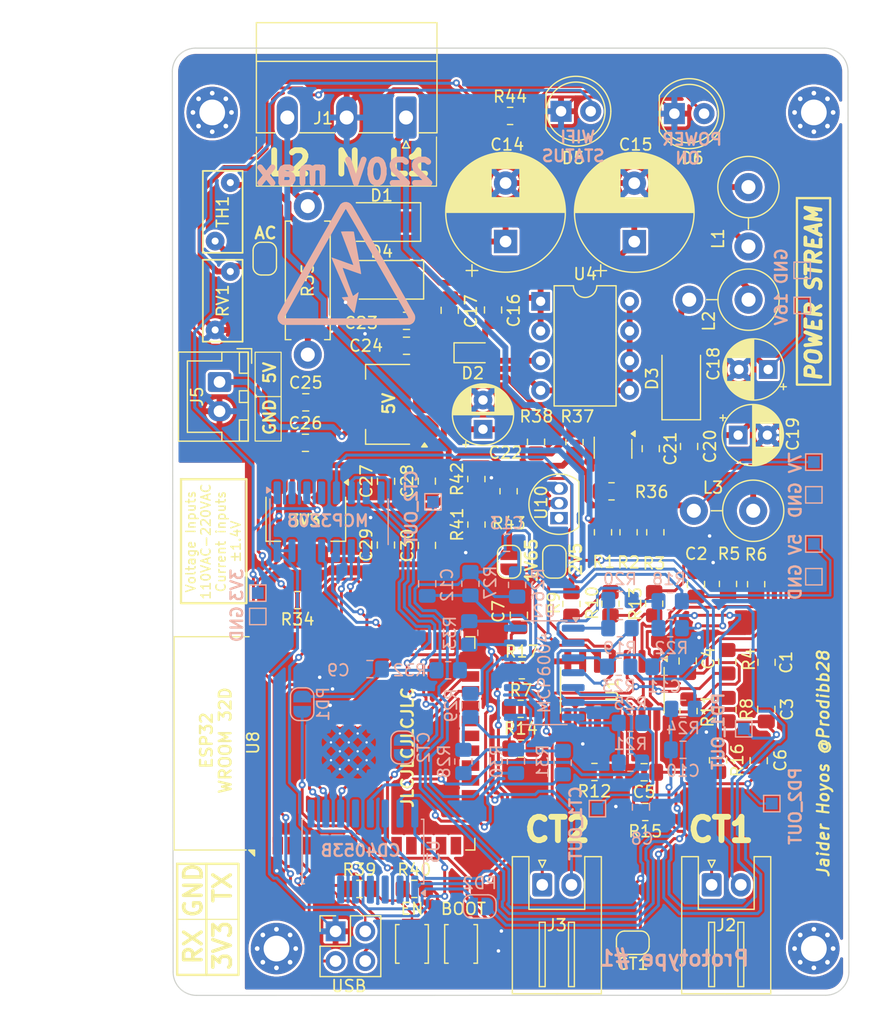
<source format=kicad_pcb>
(kicad_pcb (version 20240108) (generator "pcbnew") (generator_version "8.0")
  (layers (0 "F.Cu" signal) (31 "B.Cu" signal) (34 "B.Paste" user) (35 "F.Paste" user) (36 "B.SilkS" user "B.Silkscreen") (37 "F.SilkS" user "F.Silkscreen") (38 "B.Mask" user) (39 "F.Mask" user) (44 "Edge.Cuts" user))
  (net 0 "")
  (net 1 "Net-(C1-Pad1)")
  (net 2 "GND")
  (net 3 "Net-(C2-Pad1)")
  (net 4 "Net-(U1A--)")
  (net 5 "/PD1_OUT")
  (net 6 "Net-(C4-Pad1)")
  (net 7 "Net-(C5-Pad1)")
  (net 8 "Net-(U1D-+)")
  (net 9 "/PD2_OUT")
  (net 10 "/PD_SingalCond/VREF_ADC1")
  (net 11 "Net-(R1-Pad2)")
  (net 12 "Net-(U1A-+)")
  (net 13 "Net-(R10-Pad1)")
  (net 14 "Net-(U1D--)")
  (net 15 "Net-(U1B--)")
  (net 16 "/CT1_OUT")
  (net 17 "Net-(J3-Pin_2)")
  (net 18 "/CT2_OUT")
  (net 19 "Net-(J3-Pin_1)")
  (net 20 "/5V")
  (net 21 "Net-(U2A--)")
  (net 22 "/3V3")
  (net 23 "Net-(R19-Pad1)")
  (net 24 "Net-(R21-Pad1)")
  (net 25 "Net-(U2C--)")
  (net 26 "Net-(R28-Pad1)")
  (net 27 "Net-(R32-Pad2)")
  (net 28 "/VREF")
  (net 29 "/CT_SignalCond/GAIN_CT1_OUTPUT")
  (net 30 "/CT_SignalCond/GAIN_CT1_IN")
  (net 31 "/CT_SignalCond/GAIN_CT2_OUTPUT")
  (net 32 "/CT_SignalCond/GAIN_CT2_IN")
  (net 40 "Net-(D1-K)")
  (net 41 "Net-(C15-Pad1)")
  (net 42 "Net-(D2-A)")
  (net 43 "Net-(D2-K)")
  (net 44 "Net-(D4-K)")
  (net 45 "/Power Management/16V")
  (net 46 "Net-(U5-BST)")
  (net 47 "Net-(U5-SW)")
  (net 48 "/Power Management/7V")
  (net 49 "Net-(U5-EN)")
  (net 50 "Net-(U5-FB)")
  (net 51 "Net-(J2-Pin_2)")
  (net 52 "Net-(J2-Pin_1)")
  (net 53 "/GAIN_CT2_SW")
  (net 54 "/MCU/TX")
  (net 55 "/MCU/RX")
  (net 56 "/GAIN_CT1_SW")
  (net 57 "/MCU/ADC1_CH6")
  (net 58 "/MCU/ADC1_CH7")
  (net 59 "/MCU/ADC1_CH4")
  (net 60 "/Power Management/2V5")
  (net 61 "/MCU/EN")
  (net 62 "/MCU/BOOT")
  (net 66 "/MCU/MISO")
  (net 79 "/MCU/CS")
  (net 80 "/MCU/CLK")
  (net 81 "/MCU/MOSI")
  (net 82 "/MCU/ADC1_CH5")
  (net 91 "/Power Management/1V65")
  (net 92 "/L1")
  (net 94 "/L2")
  (net 95 "Net-(JP3-A)")
  (net 96 "Net-(JP3-B)")
  (net 97 "Net-(D5-A)")
  (net 98 "Net-(D6-A)")
  (net 99 "/MCU/WIFI_IND")
  (footprint "Connector_Phoenix_MC_HighVoltage:PhoenixContact_MC_1,5_3-G-5.08_1x03_P5.08mm_Horizontal" (layer "F.Cu") (at 168.09 62.9325 180)
    (property "Reference" "J1")
    (property "Value" "AC_INPUT")
  )
  (footprint "Diode_SMD:D_SMA" (layer "F.Cu") (at 191.65 85.2675 90)
    (property "Reference" "D3")
    (property "Value" "D_Filled")
  )
  (footprint "Resistor_SMD:R_0805_2012Metric_Pad1.20x1.40mm_HandSolder" (layer "F.Cu") (at 195.59 109.47 90)
    (property "Reference" "R4")
    (property "Value" "5k1")
  )
  (footprint "Jumper:SolderJumper-2_P1.3mm_Open_RoundedPad1.0x1.5mm" (layer "F.Cu") (at 187.5 133.5)
    (property "Reference" "CT1")
    (property "Value" "SolderJumper_2_Open")
  )
  (footprint "LED_THT:LED_D5.0mm" (layer "F.Cu") (at 191.06 62.6)
    (property "Reference" "D6")
    (property "Value" "LED_Small_Filled")
  )
  (footprint "Resistor_SMD:R_0805_2012Metric_Pad1.20x1.40mm_HandSolder" (layer "F.Cu") (at 177.9 113.5)
    (property "Reference" "R7")
    (property "Value" "10k")
  )
  (footprint "Jumper:SolderJumper-2_P1.3mm_Open_RoundedPad1.0x1.5mm" (layer "F.Cu") (at 180.79 100.92 90)
    (property "Reference" "JP1" (hide yes))
    (property "Value" "SolderJumper_2_Open" (hide yes))
  )
  (footprint "Capacitor_SMD:C_0805_2012Metric_Pad1.18x1.45mm_HandSolder" (layer "F.Cu") (at 198.28 117.93 90)
    (property "Reference" "C6")
    (property "Value" "1nF")
  )
  (footprint "Capacitor_SMD:C_0805_2012Metric_Pad1.18x1.45mm_HandSolder" (layer "F.Cu") (at 189.04 91.25 -90)
    (property "Reference" "C21")
    (property "Value" "100nF 25V")
  )
  (footprint "Capacitor_SMD:C_0805_2012Metric_Pad1.18x1.45mm_HandSolder" (layer "F.Cu") (at 166.38 94.04 90)
    (property "Reference" "C27")
    (property "Value" "22uF 25V")
  )
  (footprint "MountingHole:MountingHole_2.2mm_M2_Pad_Via" (layer "F.Cu") (at 151.5 62.5)
    (property "Reference" "REF**" (hide yes))
    (property "Value" "MountingHole_2.2mm_M2_Pad_Via" (hide yes))
  )
  (footprint "Capacitor_SMD:C_0805_2012Metric_Pad1.18x1.45mm_HandSolder" (layer "F.Cu") (at 198.95 109.52 -90)
    (property "Reference" "C1")
    (property "Value" "1nF")
  )
  (footprint "Resistor_SMD:R_0805_2012Metric_Pad1.20x1.40mm_HandSolder" (layer "F.Cu") (at 174.11 93.85 90)
    (property "Reference" "R42")
    (property "Value" "10k")
  )
  (footprint "Capacitor_SMD:C_0805_2012Metric_Pad1.18x1.45mm_HandSolder" (layer "F.Cu") (at 177.75 105.49 90)
    (property "Reference" "C7")
    (property "Value" "1nF")
  )
  (footprint "Resistor_SMD:R_0805_2012Metric_Pad1.20x1.40mm_HandSolder" (layer "F.Cu") (at 178 110.2)
    (property "Reference" "R17")
    (property "Value" "100")
  )
  (footprint "Capacitor_SMD:C_0805_2012Metric_Pad1.18x1.45mm_HandSolder" (layer "F.Cu") (at 169.88 99.52 90)
    (property "Reference" "C30")
    (property "Value" "22uF 25V")
  )
  (footprint "Inductor_THT:L_Axial_L12.0mm_D5.0mm_P5.08mm_Vertical_Fastron_MISC" (layer "F.Cu") (at 197.81 96.56 180)
    (property "Reference" "L3")
    (property "Value" "10uH")
  )
  (footprint "Package_TO_SOT_SMD:SOT-23-6_Handsoldering" (layer "F.Cu") (at 185.81 91.17 -90)
    (property "Reference" "U5" (hide yes))
    (property "Value" "LN5016")
  )
  (footprint "Capacitor_THT:CP_Radial_D5.0mm_P2.50mm" (layer "F.Cu") (at 174.68 89.59 90)
    (property "Reference" "C22")
    (property "Value" "22uF 25V")
  )
  (footprint "Resistor_SMD:R_0805_2012Metric_Pad1.20x1.40mm_HandSolder" (layer "F.Cu") (at 198.06 102.84 -90)
    (property "Reference" "R6")
    (property "Value" "5k1")
  )
  (footprint "Resistor_SMD:R_0805_2012Metric_Pad1.20x1.40mm_HandSolder" (layer "F.Cu") (at 184.22 118.9 180)
    (property "Reference" "R12")
    (property "Value" "5k1")
  )
  (footprint "Diode_SMD:D_SMA" (layer "F.Cu") (at 165.8375 71.87 180)
    (property "Reference" "D1")
    (property "Value" "1N4007G")
  )
  (footprint "Resistor_SMD:R_0805_2012Metric_Pad1.20x1.40mm_HandSolder" (layer "F.Cu") (at 158.8 104.2 180)
    (property "Reference" "R34")
    (property "Value" "1K")
  )
  (footprint "Resistor_SMD:R_0805_2012Metric_Pad1.20x1.40mm_HandSolder" (layer "F.Cu") (at 189.43 98.4 -90)
    (property "Reference" "R3")
    (property "Value" "5k1")
  )
  (footprint "Capacitor_THT:CP_Radial_D10.0mm_P5.00mm" (layer "F.Cu") (at 187.63 73.547677 90)
    (property "Reference" "C15")
    (property "Value" "10uF 400V")
  )
  (footprint "Connector_JST:JST_XH_S2B-XH-A_1x02_P2.50mm_Horizontal" (layer "F.Cu") (at 179.75 128.55)
    (property "Reference" "J3")
    (property "Value" "CT2")
  )
  (footprint "Inductor_THT:L_Axial_L12.0mm_D5.0mm_P5.08mm_Vertical_Fastron_MISC" (layer "F.Cu") (at 197.4 68.88 -90)
    (property "Reference" "L1")
    (property "Value" "470uH")
  )
  (footprint "Resistor_SMD:R_0805_2012Metric_Pad1.20x1.40mm_HandSolder" (layer "F.Cu") (at 187.14 98.4 -90)
    (property "Reference" "R2")
    (property "Value" "390k")
  )
  (footprint "Resistor_THT:R_Axial_DIN0411_L9.9mm_D3.6mm_P12.70mm_Horizontal" (layer "F.Cu") (at 159.68 70.51 -90)
    (property "Reference" "R35")
    (property "Value" "1k")
  )
  (footprint "Resistor_SMD:R_0805_2012Metric_Pad1.20x1.40mm_HandSolder" (layer "F.Cu") (at 174.12 97.74 90)
    (property "Reference" "R41")
    (property "Value" "10k")
  )
  (footprint "Inductor_THT:L_Axial_L12.0mm_D5.0mm_P5.08mm_Vertical_Fastron_MISC" (layer "F.Cu") (at 197.41 78.51 180)
    (property "Reference" "L2")
    (property "Value" "1mH")
  )
  (footprint "Resistor_SMD:R_0805_2012Metric_Pad1.20x1.40mm_HandSolder" (layer "F.Cu") (at 182.25 104.53 -90)
    (property "Reference" "R9")
    (property "Value" "300k")
  )
  (footprint "MountingHole:MountingHole_2.2mm_M2_Pad_Via" (layer "F.Cu") (at 203 62.5)
    (property "Reference" "REF**" (hide yes))
    (property "Value" "MountingHole_2.2mm_M2_Pad_Via" (hide yes))
  )
  (footprint "MountingHole:MountingHole_2.2mm_M2_Pad_Via" (layer "F.Cu") (at 203 134)
    (property "Reference" "REF**" (hide yes))
    (property "Value" "MountingHole_2.2mm_M2_Pad_Via" (hide yes))
  )
  (footprint "Capacitor_SMD:C_0805_2012Metric_Pad1.18x1.45mm_HandSolder" (layer "F.Cu") (at 168.13 80.32)
    (property "Reference" "C23")
    (property "Value" "22uF 25V")
  )
  (footprint "Capacitor_THT:CP_Radial_D10.0mm_P5.00mm" (layer "F.Cu") (at 176.61 73.537677 90)
    (property "Reference" "C14")
    (property "Value" "10uF 400V")
  )
  (footprint "Capacitor_THT:CP_Radial_D5.0mm_P2.50mm" (layer "F.Cu") (at 196.52 90.09)
    (property "Reference" "C19")
    (property "Value" "22uF 25V")
  )
  (footprint "Resistor_SMD:R_0805_2012Metric_Pad1.20x1.40mm_HandSolder" (layer "F.Cu") (at 188.57 122.32 180)
    (property "Reference" "R15")
    (property "Value" "5k1")
  )
  (footprint "Connector_PinHeader_2.54mm:PinHeader_2x02_P2.54mm_Vertical" (layer "F.Cu") (at 162.06 132.525)
    (property "Reference" "J4")
    (property "Value" "USB")
  )
  (footprint "Resistor_SMD:R_0805_2012Metric_Pad1.20x1.40mm_HandSolder" (layer "F.Cu") (at 176.87 94.89 -90)
    (property "Reference" "R43")
    (property "Value" "3k3")
  )
  (footprint "Capacitor_SMD:C_0805_2012Metric_Pad1.18x1.45mm_HandSolder" (layer "F.Cu") (at 166.37 99.49 90)
    (property "Reference" "C29")
    (property "Value" "1nF 25V")
  )
  (footprint "MountingHole:MountingHole_2.2mm_M2_Pad_Via" (layer "F.Cu") (at 157 134)
    (property "Reference" "REF**" (hide yes))
    (property "Value" "MountingHole_2.2mm_M2_Pad_Via" (hide yes))
  )
  (footprint "Resistor_SMD:R_0805_2012Metric_Pad1.20x1.40mm_HandSolder" (layer "F.Cu") (at 177.93 116.9)
    (property "Reference" "R14")
    (property "Value" "10k")
  )
  (footprint "Varistor:RV_Disc_D7mm_W3.4mm_P5mm" (layer "F.Cu") (at 151.75 73.5 90)
    (property "Reference" "TH1")
    (property "Value" "NTC 10D5")
  )
  (footprint "Capacitor_THT:CP_Radial_D5.0mm_P2.50mm" (layer "F.Cu") (at 199.09 84.48 180)
    (property "Reference" "C18")
    (property "Value" "4.7uF 35V")
  )
  (footprint "Capacitor_SMD:C_0805_2012Metric_Pad1.18x1.45mm_HandSolder" (layer "F.Cu") (at 168.13 82.45)
    (property "Reference" "C24")
    (property "Value" "1nF 25V")
  )
  (footprint "Capacitor_SMD:C_0805_2012Metric_Pad1.18x1.45mm_HandSolder" (layer "F.Cu") (at 192.91 102.86 -90)
    (property "Reference" "C2")
    (property "Value" "100pF")
  )
  (footprint "Button_Switch_SMD:SW_SPST_B3U-1000P" (layer "F.Cu") (at 172.8 133.6 -90)
    (property "Reference" "SW2")
    (property "Value" "BOOT")
  )
  (footprint "Package_DIP:DIP-8_W7.62mm" (layer "F.Cu") (at 179.61 78.65)
    (property "Reference" "U4")
    (property "Value" "VIPer22ADIP-E")
  )
  (footprint "Resistor_SMD:R_0805_2012Metric_Pad1.20x1.40mm_HandSolder" (layer "F.Cu") (at 195.61 113.56 90)
    (property "Reference" "R8")
    (property "Value" "100")
  )
  (footprint "Capacitor_SMD:C_0805_2012Metric_Pad1.18x1.45mm_HandSolder" (layer "F.Cu") (at 159.48 90.75)
    (property "Reference" "C26")
    (property "Value" "1nF 25V")
  )
  (footprint "Capacitor_SMD:C_0805_2012Metric_Pad1.18x1.45mm_HandSolder" (layer "F.Cu") (at 192.2 109.41 90)
    (property "Reference" "C4")
    (property "Value" "1nF")
  )
  (footprint "RF_Module:ESP32-WROOM-32" (layer "F.Cu") (at 164.1 116.45 90)
    (property "Reference" "U8" (hide yes))
    (property "Value" "ESP32-WROOM-32")
  )
  (footprint "Capacitor_SMD:C_0805_2012Metric_Pad1.18x1.45mm_HandSolder" (layer "F.Cu") (at 188.47 118.92 180)
    (property "Reference" "C5")
    (property "Value" "100pF")
  )
  (footprint "Capacitor_SMD:C_0805_2012Metric_Pad1.18x1.45mm_HandSolder" (layer "F.Cu") (at 175.54 79.39 -90)
    (property "Reference" "C16")
    (property "Value" "100nF 25V")
  )
  (footprint "Resistor_SMD:R_0805_2012Metric_Pad1.20x1.40mm_HandSolder" (layer "F.Cu") (at 164.1 128.9)
    (property "Reference" "R39")
    (property "Value" "10K")
  )
  (footprint "Resistor_SMD:R_0805_2012Metric_Pad1.20x1.40mm_HandSolder" (layer "F.Cu") (at 179.22 90.66 -90)
    (property "Reference" "R38")
    (property "Value" "24k")
  )
  (footprint "Package_TO_SOT_SMD:SOT-223-3_TabPin2" (layer "F.Cu") (at 159.5125 97.26 -90)
    (property "Reference" "U7" (hide yes))
    (property "Value" "AMS1117-3.3" (hide yes))
  )
  (footprint "Diode_SMD:D_SOD-323" (layer "F.Cu") (at 173.81 83.05)
    (property "Reference" "D2")
    (property "Value" "BZT52C16V")
  )
  (footprint "Capacitor_SMD:C_0805_2012Metric_Pad1.18x1.45mm_HandSolder" (layer "F.Cu") (at 171.83 79.42 -90)
    (property "Reference" "C17")
    (property "Value" "4.7uF 25V")
  )
  (footprint "Connector_JST:JST_XH_S2B-XH-A_1x02_P2.50mm_Horizontal" (layer "F.Cu") (at 194.25 128.55)
    (property "Reference" "J2")
    (property "Value" "CT1")
  )
  (footprint "Resistor_SMD:R_0805_2012Metric_Pad1.20x1.40mm_HandSolder" (layer "F.Cu") (at 168.8 128.9)
    (property "Reference" "R40")
    (property "Value" "10K")
  )
  (footprint "Capacitor_SMD:C_0805_2012Metric_Pad1.18x1.45mm_HandSolder" (layer "F.Cu") (at 159.51 87.29)
    (property "Reference" "C25")
    (property "Value" "22uF 25V")
  )
  (footprint "Resistor_SMD:R_0805_2012Metric_Pad1.20x1.40mm_HandSolder" (layer "F.Cu") (at 185.59 104.51 -90)
    (property "Reference" "R10")
    (property "Value" "390k")
  )
  (footprint "Resistor_SMD:R_0805_2012Metric_Pad1.20x1.40mm_HandSolder" (layer "F.Cu") (at 194.8 117.9 -90)
    (property "Reference" "R16")
    (property "Value" "100")
  )
  (footprint "Package_SO:SOIC-14_3.9x8.7mm_P1.27mm" (layer "F.Cu") (at 185.75 111.915 -90)
    (property "Reference" "U1")
    (property "Value" "MCP6004")
  )
  (footprint "Resistor_SMD:R_0805_2012Metric_Pad1.20x1.40mm_HandSolder" (layer "F.Cu") (at 185.68 94.9 180)
    (property "Reference" "R36")
    (property "Value" "100k")
  )
  (footprint "LED_THT:LED_D5.0mm" (layer "F.Cu") (at 181.36 62.4)
    (property "Reference" "D5")
    (property "Value" "LED_Small_Filled")
  )
  (footprint "Capacitor_SMD:C_0805_2012Metric_Pad1.18x1.45mm_HandSolder" (layer "F.Cu") (at 169.87 94.03 90)
    (property "Reference" "C28")
    (property "Value" "1nF 25V")
  )
  (footprint "Jumper:SolderJumper-2_P1.3mm_Open_RoundedPad1.0x1.5mm" (layer "F.Cu") (at 176.92 100.92 90)
    (property "Reference" "JP2" (hide yes))
    (property "Value" "SolderJumper_2_Open" (hide yes))
  )
  (footprint "Package_TO_SOT_SMD:SOT-223-3_TabPin2" (layer "F.Cu") (at 166.54 87.46 180)
    (property "Reference" "U6" (hide yes))
    (property "Value" "AMS1117-5.0")
  )
  (footprint "Diode_SMD:D_SMA" (layer "F.Cu") (at 166.0875 76.81 180)
    (property "Reference" "D4")
    (property "Value" "D_Filled")
  )
  (footprint "Resistor_SMD:R_0805_2012Metric_Pad1.20x1.40mm_HandSolder" (layer "F.Cu") (at 182.51 90.69 -90)
    (property "Reference" "R37")
    (property "Value" "200k")
  )
  (footprint "Jumper:SolderJumper-2_P1.3mm_Open_RoundedPad1.0x1.5mm" (layer "F.Cu") (at 156 75 90)
    (property "Reference" "JP3" (hide yes))
    (property "Value" "SolderJumper_2_Open" (hide yes))
  )
  (footprint "Resistor_SMD:R_0805_2012Metric_Pad1.20x1.40mm_HandSolder" (layer "F.Cu") (at 177 62.8)
    (property "Reference" "R44")
    (property "Value" "1K")
  )
  (footprint "Resistor_SMD:R_0805_2012Metric_Pad1.20x1.40mm_HandSolder" (layer "F.Cu") (at 192.27 113.69 90)
    (property "Reference" "R11")
    (property "Value" "5k1")
  )
  (footprint "Resistor_SMD:R_0805_2012Metric_Pad1.20x1.40mm_HandSolder" (layer "F.Cu") (at 189.33 104.51 90)
    (property "Reference" "R13")
    (property "Value" "5k1")
  )
  (footprint "Varistor:RV_Disc_D7mm_W3.4mm_P5mm" (layer "F.Cu") (at 151.75 81.1 90)
    (property "Reference" "RV1")
    (property "Value" "05D391K")
  )
  (footprint "Button_Switch_SMD:SW_SPST_B3U-1000P" (layer "F.Cu") (at 168.6 133.6 90)
    (property "Reference" "SW1")
    (property "Value" "EN")
  )
  (footprint "Resistor_SMD:R_0805_2012Metric_Pad1.20x1.40mm_HandSolder" (layer "F.Cu") (at 195.65 102.82 90)
    (property "Reference" "R5")
    (property "Value" "5k1")
  )
  (footprint "Capacitor_SMD:C_0805_2012Metric_Pad1.18x1.45mm_HandSolder" (layer "F.Cu") (at 198.93 113.54 90)
    (property "Reference" "C3")
    (property "Value" "1nF")
  )
  (footprint "Connector_JST:JST_XH_B2B-XH-A_1x02_P2.50mm_Vertical" (layer "F.Cu") (at 152.125 85.55 -90)
    (property "Reference" "J5")
    (property "Value" "Conn_01x02")
  )
  (footprint "Package_TO_SOT_THT:TO-92L_Inline" (layer "F.Cu") (at 181.19 97.19 90)
    (property "Reference" "U10")
    (property "Value" "LM4040LP-2.5")
  )
  (footprint "Capacitor_SMD:C_0805_2012Metric_Pad1.18x1.45mm_HandSolder" (layer "F.Cu") (at 192.32 91.06 90)
    (property "Reference" "C20")
    (property "Value" "0.1uF 25V")
  )
  (footprint "Resistor_SMD:R_0805_2012Metric_Pad1.20x1.40mm_HandSolder" (layer "F.Cu") (at 184.95 98.4 -90)
    (property "Reference" "R1")
    (property "Value" "300k")
  )
  (footprint "Package_SO:SOIC-14_3.9x8.7mm_P1.27mm" (layer "B.Cu") (at 179.925 110.41 180)
    (property "Reference" "U2")
    (property "Value" "MCP6004")
  )
  (footprint "Resistor_SMD:R_0805_2012Metric_Pad1.20x1.40mm_HandSolder" (layer "B.Cu") (at 190.7 106.6 180)
    (property "Reference" "R22")
    (property "Value" "1k")
  )
  (footprint "Resistor_SMD:R_0805_2012Metric_Pad1.20x1.40mm_HandSolder" (layer "B.Cu") (at 173.5 107 -90)
    (property "Reference" "R33")
    (property "Value" "5k1")
  )
  (footprint "Resistor_SMD:R_0805_2012Metric_Pad1.20x1.40mm_HandSolder" (layer "B.Cu") (at 187.3 118.1)
    (property "Reference" "R21")
    (property "Value" "5k1")
  )
  (footprint "TestPoint:TestPoint_Pad_1.0x1.0mm" (layer "B.Cu") (at 155.4 103.6 90)
    (property "Reference" "REF**" (hide yes))
    (property "Value" "TestPoint_Pad_1.0x1.0mm" (hide yes))
  )
  (footprint "TestPoint:TestPoint_Pad_1.0x1.0mm" (layer "B.Cu") (at 184.472936 122.035 90)
    (property "Reference" "REF**" (hide yes))
    (property "Value" "TestPoint_Pad_1.0x1.0mm" (hide yes))
  )
  (footprint "Resistor_SMD:R_0805_2012Metric_Pad1.20x1.40mm_HandSolder" (layer "B.Cu") (at 177.6 102.9 -90)
    (property "Reference" "R26")
    (property "Value" "300k")
  )
  (footprint "Capacitor_SMD:C_0805_2012Metric_Pad1.18x1.45mm_HandSolder" (layer "B.Cu") (at 165 110.1 180)
    (property "Reference" "C9")
    (property "Value" "100pF")
  )
  (footprint "Jumper:SolderJumper-2_P1.3mm_Open_RoundedPad1.0x1.5mm" (layer "B.Cu") (at 167.8 116.8 90)
    (property "Reference" "CT2")
    (property "Value" "SolderJumper_2_Open")
  )
  (footprint "TestPoint:TestPoint_Pad_1.0x1.0mm" (layer "B.Cu") (at 170.4 95.8 90)
    (property "Reference" "REF**" (hide yes))
    (property "Value" "TestPoint_Pad_1.0x1.0mm" (hide yes))
  )
  (footprint "Capacitor_SMD:C_0805_2012Metric_Pad1.18x1.45mm_HandSolder" (layer "B.Cu") (at 176.7 99.3 180)
    (property "Reference" "C13")
    (property "Value" "1nF")
  )
  (footprint "TestPoint:TestPoint_Pad_1.0x1.0mm" (layer "B.Cu") (at 203 92.4 90)
    (property "Reference" "REF**" (hide yes))
    (property "Value" "TestPoint_Pad_1.0x1.0mm" (hide yes))
  )
  (footprint "TestPoint:TestPoint_Pad_1.0x1.0mm" (layer "B.Cu") (at 203 102.2 90)
    (property "Reference" "REF**")
    (property "Value" "TestPoint_Pad_1.0x1.0mm")
  )
  (footprint "Resistor_SMD:R_0805_2012Metric_Pad1.20x1.40mm_HandSolder" (layer "B.Cu") (at 187.3 114.7 180)
    (property "Reference" "R25")
    (property "Value" "100")
  )
  (footprint "TestPoint:TestPoint_Pad_1.0x1.0mm" (layer "B.Cu") (at 197 115.2 90)
    (property "Reference" "REF**" (hide yes))
    (property "Value" "TestPoint_Pad_1.0x1.0mm" (hide yes))
  )
  (footprint "Package_SO:SOIC-16_3.9x9.9mm_P1.27mm" (layer "B.Cu") (at 161.5 97.5 -90)
    (property "Reference" "U9" (hide yes))
    (property "Value" "MCP3208" (hide yes))
  )
  (footprint "Jumper:SolderJumper-2_P1.3mm_Open_RoundedPad1.0x1.5mm" (layer "B.Cu") (at 174.4 130.4)
    (property "Reference" "PD2")
    (property "Value" "SolderJumper_2_Open")
  )
  (footprint "TestPoint:TestPoint_Pad_1.0x1.0mm" (layer "B.Cu") (at 203 95.2 90)
    (property "Reference" "REF**")
    (property "Value" "TestPoint_Pad_1.0x1.0mm")
  )
  (footprint "TestPoint:TestPoint_Pad_1.0x1.0mm" (layer "B.Cu") (at 202 79 90)
    (property "Reference" "REF**" (hide yes))
    (property "Value" "TestPoint_Pad_1.0x1.0mm" (hide yes))
  )
  (footprint "Capacitor_SMD:C_0805_2012Metric_Pad1.18x1.45mm_HandSolder" (layer "B.Cu") (at 169.9 102.8 -90)
    (property "Reference" "C12")
    (property "Value" "1nF")
  )
  (footprint "Resistor_SMD:R_0805_2012Metric_Pad1.20x1.40mm_HandSolder" (layer "B.Cu") (at 177.5 118 -90)
    (property "Reference" "R30")
    (property "Value" "5k1")
  )
  (footprint "Capacitor_SMD:C_0805_2012Metric_Pad1.18x1.45mm_HandSolder" (layer "B.Cu") (at 190.2 109.9)
    (property "Reference" "C11")
    (property "Value" "1nF")
  )
  (footprint "Capacitor_SMD:C_0805_2012Metric_Pad1.18x1.45mm_HandSolder" (layer "B.Cu") (at 191.8 117 180)
    (property "Reference" "C10")
    (property "Value" "1nF")
  )
  (footprint "Resistor_SMD:R_0805_2012Metric_Pad1.20x1.40mm_HandSolder" (layer "B.Cu") (at 186.4 106.6 180)
    (property "Reference" "R20")
    (property "Value" "20k")
  )
  (footprint "Resistor_SMD:R_0805_2012Metric_Pad1.20x1.40mm_HandSolder" (layer "B.Cu") (at 191.8 113.5)
    (property "Reference" "R24")
    (property "Value" "300k")
  )
  (footprint "Resistor_SMD:R_0805_2012Metric_Pad1.20x1.40mm_HandSolder" (layer "B.Cu") (at 186.4 104.2)
    (property "Reference" "R19")
    (property "Value" "20k")
  )
  (footprint "TestPoint:TestPoint_Pad_1.0x1.0mm" (layer "B.Cu") (at 203 99.4 90)
    (property "Reference" "REF**" (hide yes))
    (property "Value" "TestPoint_Pad_1.0x1.0mm" (hide yes))
  )
  (footprint "Package_SO:SOIC-16W_5.3x10.2mm_P1.27mm" (layer "B.Cu") (at 164.4 125.7 90)
    (property "Reference" "U3")
    (property "Value" "CD4053B")
  )
  (footprint "TestPoint:TestPoint_Pad_1.0x1.0mm" (layer "B.Cu") (at 155.4 105.6 90)
    (property "Reference" "REF**")
    (property "Value" "TestPoint_Pad_1.0x1.0mm")
  )
  (footprint "Jumper:SolderJumper-2_P1.3mm_Open_RoundedPad1.0x1.5mm" (layer "B.Cu") (at 159.2 113.1 90)
    (property "Reference" "PD1")
    (property "Value" "SolderJumper_2_Open")
  )
  (footprint "Capacitor_SMD:C_0805_2012Metric_Pad1.18x1.45mm_HandSolder" (layer "B.Cu") (at 188.2 121.9 -90)
    (property "Reference" "C8")
    (property "Value" "100pF")
  )
  (footprint "TestPoint:TestPoint_Pad_1.0x1.0mm" (layer "B.Cu") (at 202 76 90)
    (property "Reference" "REF**")
    (property "Value" "TestPoint_Pad_1.0x1.0mm")
  )
  (footprint "Library:HighVoltage" (layer "B.Cu") (at 163 75.4 180)
    (property "Reference" "G***" (hide yes))
    (property "Value" "LOGO" (hide yes))
  )
  (footprint "Resistor_SMD:R_0805_2012Metric_Pad1.20x1.40mm_HandSolder" (layer "B.Cu") (at 173.6 102.8 90)
    (property "Reference" "R27")
    (property "Value" "300k")
  )
  (footprint "Resistor_SMD:R_0805_2012Metric_Pad1.20x1.40mm_HandSolder" (layer "B.Cu") (at 171.7 110.2)
    (property "Reference" "R32")
    (property "Value" "100")
  )
  (footprint "Resistor_SMD:R_0805_2012Metric_Pad1.20x1.40mm_HandSolder" (layer "B.Cu") (at 173 118 -90)
    (property "Reference" "R28")
    (property "Value" "20k")
  )
  (footprint "Resistor_SMD:R_0805_2012Metric_Pad1.20x1.40mm_HandSolder" (layer "B.Cu") (at 173.6 113.2 -90)
    (property "Reference" "R29")
    (property "Value" "20k")
  )
  (footprint "Resistor_SMD:R_0805_2012Metric_Pad1.20x1.40mm_HandSolder" (layer "B.Cu") (at 190.7 104.3)
    (property "Reference" "R18")
    (property "Value" "5k1")
  )
  (footprint "TestPoint:TestPoint_Pad_1.0x1.0mm" (layer "B.Cu") (at 199.4 121.6 90)
    (property "Reference" "REF**" (hide yes))
    (property "Value" "TestPoint_Pad_1.0x1.0mm" (hide yes))
  )
  (footprint "Resistor_SMD:R_0805_2012Metric_Pad1.20x1.40mm_HandSolder" (layer "B.Cu") (at 181.5 118.1 90)
    (property "Reference" "R31")
    (property "Value" "1k")
  )
  (footprint "Resistor_SMD:R_0805_2012Metric_Pad1.20x1.40mm_HandSolder" (layer "B.Cu") (at 186.3 109.9)
    (property "Reference" "R23")
    (property "Value" "300k")
  )
  (gr_line (start 148.5 131.5) (end 153.75 131.5) (stroke (width 0.1)) (layer "F.SilkS"))
  (gr_line (start 157.4 86.8) (end 155.175 86.8) (stroke (width 0.1)) (layer "F.SilkS"))
  (gr_line (start 170.7 68.8) (end 155.28 68.8) (stroke (width 0.1)) (layer "F.SilkS"))
  (gr_rect (start 148.5 126.75) (end 153.75 136.25) (stroke (width 0.2)) (fill none) (layer "F.SilkS"))
  (gr_line (start 170.7 64.6) (end 170.7 68.8) (stroke (width 0.1)) (layer "F.SilkS"))
  (gr_line (start 151 136.25) (end 151 126.75) (stroke (width 0.2)) (layer "F.SilkS"))
  (gr_rect (start 155.175 83) (end 157.4 90.6) (stroke (width 0.1)) (fill none) (layer "F.SilkS"))
  (gr_line (start 155.28 68.8) (end 155.28 64.6) (stroke (width 0.1)) (layer "F.SilkS"))
  (gr_rect (start 201.55 69.825) (end 204.4 85.775) (stroke (width 0.2)) (fill none) (layer "F.SilkS"))
  (gr_rect (start 148.829905 93.861353) (end 154.429905 104.461353) (stroke (width 0.2)) (fill none) (layer "F.SilkS"))
  (gr_line (start 203.921315 57) (end 150.078685 57) (stroke (width 0.1)) (layer "Edge.Cuts"))
  (gr_arc (start 206 136.01) (mid 205.413623 137.410698) (end 204.01 137.990038) (stroke (width 0.1)) (layer "Edge.Cuts"))
  (gr_line (start 204.01 137.990038) (end 150.153706 138) (stroke (width 0.1)) (layer "Edge.Cuts"))
  (gr_line (start 206 136.01) (end 205.921315 59) (stroke (width 0.1)) (layer "Edge.Cuts"))
  (gr_arc (start 203.921315 57) (mid 205.335499 57.585816) (end 205.921315 59) (stroke (width 0.1)) (layer "Edge.Cuts"))
  (gr_line (start 148.088686 58.99) (end 148.153706 136) (stroke (width 0.1)) (layer "Edge.Cuts"))
  (gr_arc (start 150.153706 138) (mid 148.739502 137.414204) (end 148.153706 136) (stroke (width 0.1)) (layer "Edge.Cuts"))
  (gr_arc (start 148.088686 58.99) (mid 148.671547 57.582883) (end 150.078685 57) (stroke (width 0.1)) (layer "Edge.Cuts"))
  (gr_text "CD4053B" (at 164.2 126.2 0) (layer "B.SilkS") (effects (font (size 1 1) (thickness 0.2) (bold yes)) (justify bottom mirror)))
  (gr_text "MCP3208" (at 161.4 98 0) (layer "B.SilkS") (effects (font (size 1 1) (thickness 0.2) (bold yes)) (justify bottom mirror)))
  (gr_text "Prototype #1" (at 197.6 135.6 0) (layer "B.SilkS") (effects (font (size 1.3 1.3) (thickness 0.25) (bold yes)) (justify left bottom mirror)))
  (gr_text "POWER \nON\n" (at 192.2 67 0) (layer "B.SilkS") (effects (font (size 1 1) (thickness 0.2) (bold yes)) (justify bottom mirror)))
  (gr_text "5V" (at 202 98.4 90) (layer "B.SilkS") (effects (font (size 1 1) (thickness 0.2) (bold yes)) (justify left bottom mirror)))
  (gr_text "220V max" (at 170.7 68.8 0) (layer "B.SilkS") (effects (font (size 2 2) (thickness 0.5) (bold yes)) (justify left bottom mirror)))
  (gr_text "16V" (at 200.8 77.8 90) (layer "B.SilkS") (effects (font (size 1 1) (thickness 0.2) (bold yes)) (justify left bottom mirror)))
  (gr_text "WIFI \nSTATUS\n" (at 182.4 66.8 0) (layer "B.SilkS") (effects (font (size 1 1) (thickness 0.2) (bold yes)) (justify bottom mirror)))
  (gr_text "CT1_OUT" (at 183.2 120 90) (layer "B.SilkS") (effects (font (size 1 1) (thickness 0.2) (bold yes)) (justify left bottom mirror)))
  (gr_text "3V3" (at 154.2 101.4 90) (layer "B.SilkS") (effects (font (size 1 1) (thickness 0.2) (bold yes)) (justify left bottom mirror)))
  (gr_text "GND" (at 154.2 104.6 90) (layer "B.SilkS") (effects (font (size 1 1) (thickness 0.2) (bold yes)) (justify left bottom mirror)))
  (gr_text "GND" (at 202 101 90) (layer "B.SilkS") (effects (font (size 1 1) (thickness 0.2) (bold yes)) (justify left bottom mirror)))
  (gr_text "PD2_OUT\n" (at 202 118.4 90) (layer "B.SilkS") (effects (font (size 1 1) (thickness 0.2) (bold yes)) (justify left bottom mirror)))
  (gr_text "CT2_OUT" (at 169.127064 92.965 90) (layer "B.SilkS") (effects (font (size 1 1) (thickness 0.2) (bold yes)) (justify left bottom mirror)))
  (gr_text "GND" (at 202 94 90) (layer "B.SilkS") (effects (font (size 1 1) (thickness 0.2) (bold yes)) (justify left bottom mirror)))
  (gr_text "PD1_OUT\n" (at 195.4 112 90) (layer "B.SilkS") (effects (font (size 1 1) (thickness 0.2) (bold yes)) (justify left bottom mirror)))
  (gr_text "7V" (at 202 91.4 90) (layer "B.SilkS") (effects (font (size 1 1) (thickness 0.2) (bold yes)) (justify left bottom mirror)))
  (gr_text "GND" (at 200.8 74 90) (layer "B.SilkS") (effects (font (size 1 1) (thickness 0.2) (bold yes)) (justify left bottom mirror)))
  (gr_text "1V65" (at 179.4 102.8 90) (layer "F.SilkS") (effects (font (size 1 1) (thickness 0.2) (bold yes)) (justify left bottom)))
  (gr_text "3V3" (at 159.4 98 0) (layer "F.SilkS") (effects (font (size 1 1) (thickness 0.2) (bold yes)) (justify bottom)))
  (gr_text "5V" (at 157 85.8 90) (layer "F.SilkS") (effects (font (size 1 1) (thickness 0.2) (bold yes)) (justify left bottom)))
  (gr_text "RX" (at 150.75 135.5 90) (layer "F.SilkS") (effects (font (size 1.5 1.5) (thickness 0.3) (bold yes)) (justify left bottom)))
  (gr_text "GND" (at 150.75 131.5 90) (layer "F.SilkS") (effects (font (size 1.5 1.5) (thickness 0.3) (bold yes)) (justify left bottom)))
  (gr_text "L2" (at 156 68 0) (layer "F.SilkS") (effects (font (size 2 2) (thickness 0.5) (bold yes)) (justify left bottom)))
  (gr_text "L1" (at 166.25 68 0) (layer "F.SilkS") (effects (font (size 2 2) (thickness 0.5) (bold yes)) (justify left bottom)))
  (gr_text "5V" (at 167.2 87.4 90) (layer "F.SilkS") (effects (font (size 1 1) (thickness 0.2) (bold yes)) (justify bottom)))
  (gr_text "AC" (at 155 73.4 0) (layer "F.SilkS") (effects (font (size 1 1) (thickness 0.2) (bold yes)) (justify left bottom)))
  (gr_text "ESP32\nWROOM 32D" (at 153.2 116.2 90) (layer "F.SilkS") (effects (font (size 1 1) (thickness 0.2) (bold yes)) (justify bottom)))
  (gr_text "CT1" (at 192 125 0) (layer "F.SilkS") (effects (font (size 2 2) (thickness 0.5) (bold yes)) (justify left bottom)))
  (gr_text "3V3" (at 153.25 136 90) (layer "F.SilkS") (effects (font (size 1.5 1.5) (thickness 0.3) (bold yes)) (justify left bottom)))
  (gr_text "POWER STREAM" (at 203.75 85.625 90) (layer "F.SilkS") (effects (font (size 1.3 1.3) (thickness 0.325) (bold yes) (italic yes)) (justify left bottom)))
  (gr_text "Voltage Inputs\n110VAC-220VAC\nCurrent inputs\n±1.4V" (at 151.6 99.2 90) (layer "F.SilkS") (effects (font (size 0.8 0.8) (thickness 0.125))))
  (gr_text "Jaider Hoyos @Prodibb28" (at 203.8 128 90) (layer "F.SilkS") (effects (font (size 1 1) (thickness 0.1875) (italic yes)) (justify left)))
  (gr_text "U8" (at 155 116.4 90) (layer "F.SilkS") (effects (font (size 1 1))))
  (gr_text "GND\n" (at 157 90.2 90) (layer "F.SilkS") (effects (font (size 1 1) (thickness 0.2) (bold yes)) (justify left bottom)))
  (gr_text "2V5" (at 183.2 102.2 90) (layer "F.SilkS") (effects (font (size 1 1) (thickness 0.2) (bold yes)) (justify left bottom)))
  (gr_text "CT2" (at 178 125 0) (layer "F.SilkS") (effects (font (size 2 2) (thickness 0.5) (bold yes)) (justify left bottom)))
  (gr_text "JLCJLCJLCJLC" (at 168.8 116.8 90) (layer "F.SilkS") (effects (font (size 1 1) (thickness 0.2) (bold yes)) (justify bottom)))
  (gr_text "TX" (at 153.25 130.25 90) (layer "F.SilkS") (effects (font (size 1.5 1.5) (thickness 0.3) (bold yes)) (justify left bottom)))
  (gr_text "N" (at 161.75 68 0) (layer "F.SilkS") (effects (font (size 2 2) (thickness 0.5) (bold yes)) (justify left bottom)))
  (segment (start 199.17 99.89) (end 189.92 99.89) (width 0.25) (layer "F.Cu") (net 1))
  (segment (start 198.95 108.4825) (end 195.6025 108.4825) (width 0.25) (layer "F.Cu") (net 1))
  (segment (start 198.9325 108.5) (end 200.62 106.8125) (width 0.25) (layer "F.Cu") (net 1))
  (segment (start 189.92 99.89) (end 189.43 99.4) (width 0.25) (layer "F.Cu") (net 1))
  (segment (start 200.62 101.34) (end 199.17 99.89) (width 0.25) (layer "F.Cu") (net 1))
  (segment (start 195.6025 108.4825) (end 195.59 108.47) (width 0.25) (layer "F.Cu") (net 1))
  (segment (start 200.62 106.8125) (end 200.62 101.34) (width 0.25) (layer "F.Cu") (net 1))
  (segment (start 187.14 99.4) (end 189.43 99.4) (width 0.5) (layer "F.Cu") (net 1))
  (segment (start 167.0925 80.32) (end 166.28 80.32) (width 0.5) (layer "F.Cu") (net 2))
  (segment (start 175.715 101.971009) (end 175.715 100.945) (width 0.5) (layer "F.Cu") (net 2))
  (segment (start 168.6 135.3) (end 168.6 135.8) (width 0.25) (layer "F.Cu") (net 2))
  (segment (start 193.065 115.485) (end 193.8 115.485) (width 0.25) (layer "F.Cu") (net 2))
  (segment (start 176.3 122.5) (end 175.85 122.05) (width 0.25) (layer "F.Cu") (net 2))
  (segment (start 175.74 122.16) (end 173.61 122.16) (width 0.25) (layer "F.Cu") (net 2))
  (segment (start 175.715 100.945) (end 174.91 100.14) (width 0.5) (layer "F.Cu") (net 2))
  (segment (start 161.4375 91.67) (end 160.5175 90.75) (width 0.5) (layer "F.Cu") (net 2))
  (segment (start 160.7 110.8) (end 158.12 110.8) (width 0.5) (layer "F.Cu") (net 2))
  (segment (start 185.75 114.39) (end 185.75 114.947684) (width 0.5) (layer "F.Cu") (net 2))
  (segment (start 157.025 127.35) (end 156.85 127.35) (width 0.25) (layer "F.Cu") (net 2))
  (segment (start 163.25 97) (end 161.5 98.75) (width 0.5) (layer "F.Cu") (net 2))
  (segment (start 155.85 103.289339) (end 155.85 107.7) (width 0.5) (layer "F.Cu") (net 2))
  (segment (start 184.7 120.5) (end 186.05 121.85) (width 0.25) (layer "F.Cu") (net 2))
  (segment (start 173.766942 129.566942) (end 173.766942 126) (width 0.25) (layer "F.Cu") (net 2))
  (segment (start 170.205 96.815) (end 170.921828 96.815) (width 0.5) (layer "F.Cu") (net 2))
  (segment (start 194.175 113.485) (end 192.97 114.69) (width 0.25) (layer "F.Cu") (net 2))
  (segment (start 193.50995 67.23) (end 198.083453 67.23) (width 0.5) (layer "F.Cu") (net 2))
  (segment (start 177.75 104.4525) (end 176.7475 104.4525) (width 0.25) (layer "F.Cu") (net 2))
  (segment (start 185.359999 88.59) (end 185.81 89.040001) (width 0.5) (layer "F.Cu") (net 2))
  (segment (start 186.5 129.220767) (end 183.220767 132.5) (width 0.25) (layer "F.Cu") (net 2))
  (segment (start 196.8725 115.485) (end 198.28 116.8925) (width 0.25) (layer "F.Cu") (net 2))
  (segment (start 156.4 82.6) (end 154.9 81.1) (width 0.5) (layer "F.Cu") (net 2))
  (segment (start 174.672323 66.6) (end 176.61 68.537677) (width 0.5) (layer "F.Cu") (net 2))
  (segment (start 200.34 85.66) (end 200.34 85.73) (width 0.5) (layer "F.Cu") (net 2))
  (segment (start 198.441676 98.085) (end 198.27 98.085) (width 0.25) (layer "F.Cu") (net 2))
  (segment (start 165.513122 101.48) (end 161.693274 101.48) (width 0.5) (layer "F.Cu") (net 2))
  (segment (start 198.7551 100.915) (end 199.535 101.6949) (width 0.25) (layer "F.Cu") (net 2))
  (segment (start 159.3425 91.925) (end 157.808122 91.925) (width 0.5) (layer "F.Cu") (net 2))
  (segment (start 198.083453 67.23) (end 200.21 69.356547) (width 0.5) (layer "F.Cu") (net 2))
  (segment (start 193.28 98.085) (end 190.115 98.085) (width 0.25) (layer "F.Cu") (net 2))
  (segment (start 178.48995 89.66) (end 179.22 89.66) (width 0.5) (layer "F.Cu") (net 2))
  (segment (start 192.97 114.69) (end 192.27 114.69) (width 0.25) (layer "F.Cu") (net 2))
  (segment (start 185.75 114.947684) (end 184.882684 115.815) (width 0.5) (layer "F.Cu") (net 2))
  (segment (start 199.335 95.928324) (end 199.335 97.191676) (width 0.25) (layer "F.Cu") (net 2))
  (segment (start 169.87 95.0675) (end 171.045 93.8925) (width 0.5) (layer "F.Cu") (net 2))
  (segment (start 200.34 85.73) (end 197.84 85.73) (width 0.5) (layer "F.Cu") (net 2))
  (segment (start 186.5 125.572792) (end 186.5 129.220767) (width 0.25) (layer "F.Cu") (net 2))
  (segment (start 181.36 62.4) (end 182.585 61.175) (width 0.25) (layer "F.Cu") (net 2))
  (segment (start 155.85 126.35) (end 155.85 125.2) (width 0.25) (layer "F.Cu") (net 2))
  (segment (start 197.77 91.34) (end 199.02 90.09) (width 0.5) (layer "F.Cu") (net 2))
  (segment (start 198.93 112.5025) (end 197.9475 113.485) (width 0.25) (layer "F.Cu") (net 2))
  (segment (start 193.50995 67.23) (end 191.06 64.78005) (width 0.5) (layer "F.Cu") (net 2))
  (segment (start 166.39 95.0675) (end 166.38 95.0775) (width 0.5) (layer "F.Cu") (net 2))
  (segment (start 200.87 83.76) (end 200.87 85.13) (width 0.5) (layer "F.Cu") (net 2))
  (segment (start 185.81 89.040001) (end 186.260001 88.59) (width 0.5) (layer "F.Cu") (net 2))
  (segment (start 167.0925 82.45) (end 167.0925 80.32) (width 0.5) (layer "F.Cu") (net 2))
  (segment (start 192.27 114.69) (end 193.065 115.485) (width 0.25) (layer "F.Cu") (net 2))
  (segment (start 200.21 69.356547) (end 200.21 83.1) (width 0.5) (layer "F.Cu") (net 2))
  (segment (start 192.32 90.0225) (end 193.6375 91.34) (width 0.5) (layer "F.Cu") (net 2))
  (segment (start 167.0925 87.1625) (end 167.0925 82.45) (width 0.5) (layer "F.Cu") (net 2))
  (segment (start 198.95 110.5575) (end 201.07 108.4375) (width 0.25) (layer "F.Cu") (net 2))
  (segment (start 200.87 85.13) (end 200.34 85.66) (width 0.5) (layer "F.Cu") (net 2))
  (segment (start 200.845 90.84594) (end 198.95 92.74094) (width 0.25) (layer "F.Cu") (net 2))
  (segment (start 162.91 78.16) (end 164.0875 76.9825) (width 0.5) (layer "F.Cu") (net 2))
  (segment (start 165.05875 97.14125) (end 164.9175 97) (width 0.5) (layer "F.Cu") (net 2))
  (segment (start 160.5175 90.75) (end 159.3425 91.925) (width 0.5) (layer "F.Cu") (net 2))
  (segment (start 197.121396 107.05) (end 194.753504 107.05) (width 0.25) (layer "F.Cu") (net 2))
  (segment (start 166.38 95.0775) (end 162.78 95.0775) (width 0.5) (layer "F.Cu") (net 2))
  (segment (start 193.8 115.485) (end 196.8725 115.485) (width 0.25) (layer "F.Cu") (net 2))
  (segment (start 162.91 78.74) (end 162.91 78.16) (width 0.5) (layer "F.Cu") (net 2))
  (segment (start 162.06 133.06) (end 162.06 132.525) (width 0.25) (layer "F.Cu") (net 2))
  (segment (start 165.95 85.11) (end 167.0925 83.9675) (width 0.5) (layer "F.Cu") (net 2))
  (segment (start 183.220767 132.5) (end 176.25 132.5) (width 0.25) (layer "F.Cu") (net 2))
  (segment (start 176.325 121.575) (end 175.74 122.16) (width 0.25) (layer "F.Cu") (net 2))
  (segment (start 200.845 88.735) (end 200.845 90.84594) (width 0.25) (layer "F.Cu") (net 2))
  (segment (start 161.6 112) (end 161.8 111.8) (width 0.2) (layer "F.Cu") (net 2))
  (segment (start 157.838122 86.115) (end 159.3725 86.115) (width 0.5) (layer "F.Cu") (net 2))
  (segment (start 174.9 135.3) (end 172.8 135.3) (width 0.25) (layer "F.Cu") (net 2))
  (segment (start 165.17 81.43) (end 164.58 81.43) (width 0.5) (layer "F.Cu") (net 2))
  (segment (start 164.0875 76.9825) (end 164.0875 76.81) (width 0.5) (layer "F.Cu") (net 2))
  (segment (start 155.85 108.53) (end 155.85 107.7) (width 0.5) (layer "F.Cu") (net 2))
  (segment (start 192.2 108.3725) (end 193.1725 107.4) (width 0.25) (layer "F.Cu") (net 2))
  (segment (start 188.492323 69.41) (end 190.75005 69.41) (width 0.5) (layer "F.Cu") (net 2))
  (segment (start 164.113299 136.6) (end 163.235 135.721701) (width 0.25) (layer "F.Cu") (net 2))
  (segment (start 176 134.2) (end 174.9 135.3) (width 0.25) (layer "F.Cu") (net 2))
  (segment (start 172.445 95.291828) (end 172.445 93.425) (width 0.5) (layer "F.Cu") (net 2))
  (segment (start 175.35 114.333884) (end 175.35 120.313604) (width 0.25) (layer "F.Cu") (net 2))
  (segment (start 173.02 92.85) (end 174.11 92.85) (width 0.5) (layer "F.Cu") (net 2))
  (segment (start 161.693274 101.48) (end 161.313274 101.86) (width 0.5) (layer "F.Cu") (net 2))
  (segment (start 184.7 120.38) (end 186 121.68) (width 0.25) (layer "F.Cu") (net 2))
  (segment (start 197.84 85.73) (end 200.845 88.735) (width 0.25) (layer "F.Cu") (net 2))
  (segment (start 190.115 98.085) (end 189.43 97.4) (width 0.25) (layer "F.Cu") (net 2))
  (segment (start 193.445 98.085) (end 193.28 98.085) (width 0.25) (layer "F.Cu") (net 2))
  (segment (start 164.9175 97) (end 163.25 97) (width 0.5) (layer "F.Cu") (net 2))
  (segment (start 169.87 95.0675) (end 166.39 95.0675) (width 0.5) (layer "F.Cu") (net 2))
  (segment (start 181.31 89.66) (end 181.36 89.61) (width 0.5) (layer "F.Cu") (net 2))
  (segment (start 200.21 83.1) (end 200.87 83.76) (width 0.5) (layer "F.Cu") (net 2))
  (segment (start 195.21 101.82) (end 194.38 100.99) (width 0.25) (layer "F.Cu") (net 2))
  (segment (start 185.81 89.82) (end 185.81 89.040001) (width 0.5) (layer "F.Cu") (net 2))
  (segment (start 194.075 98.715) (end 193.445 98.085) (width 0.25) (layer "F.Cu") (net 2))
  (segment (start 189.635 61.175) (end 191.06 62.6) (width 0.25) (layer "F.Cu") (net 2))
  (segment (start 160.5475 87.29) (end 160.5475 87.051726) (width 0.5) (layer "F.Cu") (net 2))
  (segment (start 177.75 104.4525) (end 177.75 102.98) (width 0.5) (layer "F.Cu") (net 2))
  (segment (start 198.95 95.543324) (end 199.335 95.928324) (width 0.25) (layer "F.Cu") (net 2))
  (segment (start 170.921828 96.815) (end 172.445 95.291828) (width 0.5) (layer "F.Cu") (net 2))
  (segment (start 157.808122 91.925) (end 157.405 91.521878) (width 0.5) (layer "F.Cu") (net 2))
  (segment (start 176.3 123.466942) (end 176.3 122.5) (width 0.25) (layer "F.Cu") (net 2))
  (segment (start 176.25 132.05) (end 173.766942 129.566942) (width 0.25) (layer "F.Cu") (net 2))
  (segment (start 181.36 89.043122) (end 181.763122 88.64) (width 0.5) (layer "F.Cu") (net 2))
  (segment (start 171.045 92.315) (end 170.4 91.67) (width 0.5) (layer "F.Cu") (net 2))
  (segment (start 165.873122 101.84) (end 165.513122 101.48) (width 0.5) (layer "F.Cu") (net 2))
  (segment (start 169.95 59.75) (end 171.4 61.2) (width 0.5) (layer "F.Cu") (net 2))
  (segment (start 171.4 65.6) (end 172.4 66.6) (width 0.5) (layer "F.Cu") (net 2))
  (segment (start 173.766942 126) (end 176.3 123.466942) (width 0.25) (layer "F.Cu") (net 2))
  (segment (start 166.37 98.4525) (end 165.05875 97.14125) (width 0.5) (layer "F.Cu") (net 2))
  (segment (start 191.06 64.78005) (end 191.06 62.6) (width 0.5) (layer "F.Cu") (net 2))
  (segment (start 183.22 116.65) (end 183.22 116.5) (width 0.5) (layer "F.Cu") (net 2))
  (segment (start 191.4725 90.0225) (end 192.32 90.0225) (width 0.5) (layer "F.Cu") (net 2))
  (segment (start 166.4 98.4825) (end 166.37 98.4525) (width 0.5) (layer "F.Cu") (net 2))
  (segment (start 175.925 113.758884) (end 175.35 114.333884) (width 0.25) (layer "F.Cu") (net 2))
  (segment (start 181.763122 88.64) (end 183.256878 88.64) (width 0.5) (layer "F.Cu") (net 2))
  (segment (start 171.4 61.2) (end 171.4 65.6) (width 0.5) (layer "F.Cu") (net 2))
  (segment (start 168.6 135.8) (end 167.825 136.575) (width 0.25) (layer "F.Cu") (net 2))
  (segment (start 169.88 98.4825) (end 169.88 97.14) (width 0.5) (layer "F.Cu") (net 2))
  (segment (start 193.6375 91.34) (end 197.77 91.34) (width 0.5) (layer "F.Cu") (net 2))
  (segment (start 185.941116 123.275) (end 185.575 123.641116) (width 0.25) (layer "F.Cu") (net 2))
  (segment (start 199.535 104.636396) (end 197.121396 107.05) (width 0.25) (layer "F.Cu") (net 2))
  (segment (start 198.93 112.77) (end 198.93 110.6075) (width 0.25) (layer "F.Cu") (net 2))
  (segment (start 186 121.68) (end 186 123.275) (width 0.25) (layer "F.Cu") (net 2))
  (segment (start 177.75 102.98) (end 177.300091 102.530091) (width 0.5) (layer "F.Cu") (net 2))
  (segment (start 156.0125 93.143274) (end 156.495774 92.66) (width 0.5) (layer "F.Cu") (net 2))
  (segment (start 174.11 92.85) (end 174.51 92.85) (width 0.5) (layer "F.Cu") (net 2))
  (segment (start 199.535 101.6949) (end 199.535 104.636396) (width 0.25) (layer "F.Cu") (net 2))
  (segment (start 176.274082 102.530091) (end 175.715 101.971009) (width 0.5) (layer "F.Cu") (net 2))
  (segment (start 190.04 88.59) (end 191.4725 90.0225) (width 0.5) (layer "F.Cu") (net 2))
  (segment (start 182.585 61.175) (end 189.635 61.175) (width 0.25) (layer "F.Cu") (net 2))
  (segment (start 177.300091 102.530091) (end 176.274082 102.530091) (width 0.5) (layer "F.Cu") (net 2))
  (segment (start 190.75005 69.41) (end 191.98005 68.18) (width 0.5) (layer "F.Cu") (net 2))
  (segment (start 175.35 120.313604) (end 175.711396 120.675) (width 0.25) (layer "F.Cu") (net 2))
  (segment (start 162.489226 85.11) (end 165.95 85.11) (width 0.5) (layer "F.Cu") (net 2))
  (segment (start 170.4 91.67) (end 161.4375 91.67) (width 0.5) (layer "F.Cu") (net 2))
  (segment (start 172.106878 100.14) (end 170.406878 101.84) (width 0.5) (layer "F.Cu") (net 2))
  (segment (start 167.825 136.575) (end 167.825 136.6) (width 0.25) (layer "F.Cu") (net 2))
  (segment (start 184.7 120.38) (end 184.7 120.5) (width 0.25) (layer "F.Cu") (net 2))
  (segment (start 158.12 110.8) (end 155.85 108.53) (width 0.5) (layer "F.Cu") (net 2))
  (segment (start 156.495774 92.66) (end 157.073122 92.66) (width 0.5) (layer "F.Cu") (net 2))
  (segment (start 195.65 101.82) (end 196.555 100.915) (width 0.25) (layer "F.Cu") (net 2))
  (segment (start 183.22 116.65) (end 183.22 118.9) (width 0.5) (layer "F.Cu") (net 2))
  (segment (start 157.279339 101.86) (end 155.85 103.289339) (width 0.5) (layer "F.Cu") (net 2))
  (segment (start 176.25 132.5) (end 176.25 132.05) (width 0.25) (layer "F.Cu") (net 2))
  (segment (start 162.78 95.0775) (end 161.8125 94.11) (width 0.5) (layer "F.Cu") (net 2))
  (segment (start 170.406878 101.84) (end 165.873122 101.84) (width 0.5) (layer "F.Cu") (net 2))
  (segment (start 183.606878 88.99) (end 184.039292 88.99) (width 0.5) (layer "F.Cu") (net 2))
  (segment (start 156.85 127.35) (end 155.85 126.35) (width 0.25) (layer "F.Cu") (net 2))
  (segment (start 165.22 59.75) (end 169.95 59.75) (width 0.5) (layer "F.Cu") (net 2))
  (segment (start 177.35995 88.53) (end 178.48995 89.66) (width 0.5) (layer "F.Cu") (net 2))
  (segment (start 171.045 93.8925) (end 171.045 92.315) (width 0.5) (layer "F.Cu") (net 2))
  (segment (start 161.5 98.75) (end 157.5 98.75) (width 0.5) (layer "F.Cu") (net 2))
  (segment (start 174.68 87.09) (end 176.12 88.53) (width 0.5) (layer "F.Cu") (net 2))
  (segment (start 195.65 101.82) (end 195.21 101.82) (width 0.25) (layer "F.Cu") (net 2))
  (segment (start 201.07 100.885) (end 198.27 98.085) (width 0.25) (layer "F.Cu") (net 2))
  (segment (start 176.7475 104.4525) (end 174.7 106.5) (width 0.25) (layer "F.Cu") (net 2))
  (segment (start 187.63 68.547677) (end 188.492323 69.41) (width 0.5) (layer "F.Cu") (net 2))
  (segment (start 157.5 98.75) (end 156.0125 97.2625) (width 0.5) (layer "F.Cu") (net 2))
  (segment (start 172.8 135.3) (end 168.6 135.3) (width 0.25) (layer "F.Cu") (net 2))
  (segment (start 194.403504 107.4) (end 193.1725 107.4) (width 0.25) (layer "F.Cu") (net 2))
  (segment (start 161.313274 101.86) (end 157.279339 101.86) (width 0.5) (layer "F.Cu") (net 2))
  (segment (start 184.055 115.815) (end 183.22 116.65) (width 0.5) (layer "F.Cu") (net 2))
  (segment (start 163.01 61.96) (end 165.22 59.75) (width 0.5) (layer "F.Cu") (net 2))
  (segment (start 173.2 100.14) (end 172.106878 100.14) (width 0.5) (layer "F.Cu") (net 2))
  (segment (start 169.88 97.14) (end 170.205 96.815) (width 0.5) (layer "F.Cu") (net 2))
  (segment (start 175.925 113.241116) (end 175.925 113.758884) (width 0.25) (layer "F.Cu") (net 2))
  (segment (start 172.445 93.425) (end 173.02 92.85) (width 0.5) (layer "F.Cu") (net 2))
  (segment (start 156.0125 97.2625) (end 156.0125 93.143274) (width 0.5) (layer "F.Cu") (net 2))
  (segment (start 187.62 68.537677) (end 187.63 68.547677) (width 0.5) (layer "F.Cu") (net 2))
  (segment (start 161.6 113.2) (end 161.6 112) (width 0.2) (layer "F.Cu") (net 2))
  (segment (start 169.88 98.4825) (end 166.4 98.4825) (width 0.5) (layer "F.Cu") (net 2))
  (segment (start 185.575 123.641116) (end 185.575 124.647792) (width 0.25) (layer "F.Cu") (net 2))
  (segment (start 169.69 89.76) (end 167.0925 87.1625) (width 0.5) (layer "F.Cu") (net 2))
  (segment (start 185.575 124.647792) (end 186.5 125.572792) (width 0.25) (layer "F.Cu") (net 2))
  (segment (start 186.260001 88.59) (end 190.04 88.59) (width 0.5) (layer "F.Cu") (net 2))
  (segment (start 184.039292 88.99) (end 184.439292 88.59) (width 0.5) (layer "F.Cu") (net 2))
  (segment (start 160.5475 87.051726) (end 162.489226 85.11) (width 0.5) (layer "F.Cu") (net 2))
  (segment (start 186 123.275) (end 185.941116 123.275) (width 0.25) (layer "F.Cu") (net 2))
  (segment (start 182.75 119.37) (end 183.22 118.9) (width 0.25) (layer "F.Cu") (net 2))
  (segment (start 163.01 62.9325) (end 163.01 61.96) (width 0.5) (layer "F.Cu") (net 2))
  (segment (start 199.335 97.191676) (end 198.441676 98.085) (width 0.25) (layer "F.Cu") (net 2))
  (segment (start 172.4 66.6) (end 174.672323 66.6) (width 0.5) (layer "F.Cu") (net 2))
  (segment (start 157.073122 92.66) (end 157.808122 91.925) (width 0.5) (layer "F.Cu") (net 2))
  (segment (start 175.711396 120.675) (end 175.958884 120.675) (width 0.25) (layer "F.Cu") (net 2))
  (segment (start 157.405 86.548122) (end 157.838122 86.115) (width 0.5) (layer "F.Cu") (net 2))
  (segment (start 159.3725 86.115) (end 160.5475 87.29) (width 0.5) (layer "F.Cu") (net 2))
  (segment (start 156.4 85.543122) (end 156.4 82.6) (width 0.5) (layer "F.Cu") (net 2))
  (segment (start 183.256878 88.64) (end 183.606878 88.99) (width 0.5) (layer "F.Cu") (net 2))
  (segment (start 175.958884 120.675) (end 176.325 121.041116) (width 0.25) (layer "F.Cu") (net 2))
  (segment (start 174.91 100.14) (end 173.2 100.14) (width 0.5) (layer "F.Cu") (net 2))
  (segment (start 154.9 81.1) (end 151.75 81.1) (width 0.5) (layer "F.Cu") (net 2))
  (segment (start 176.325 121.041116) (end 176.325 121.575) (width 0.25) (layer "F.Cu") (net 2))
  (segment (start 174.7 112.016116) (end 175.925 113.241116) (width 0.25) (layer "F.Cu") (net 2))
  (segment (start 179.22 89.66) (end 181.31 89.66) (width 0.5) (layer "F.Cu") (net 2))
  (segment (start 191.98005 68.18) (end 192.55995 68.18) (width 0.5) (layer "F.Cu") (net 2))
  (segment (start 174.51 92.85) (end 175.4 93.74) (width 0.5) (layer "F.Cu") (net 2))
  (segment (start 198.95 92.74094) (end 198.95 95.543324) (width 0.25) (layer "F.Cu") (net 2))
  (segment (start 157.405 91.521878) (end 157.405 86.548122) (width 0.5) (layer "F.Cu") (net 2))
  (segment (start 197.84 85.73) (end 196.59 84.48) (width 0.5) (layer "F.Cu") (net 2))
  (segment (start 184.882684 115.815) (end 184.055 115.815) (width 0.5) (layer "F.Cu") (net 2))
  (segment (start 192.55995 68.18) (end 193.50995 67.23) (width 0.5) (layer "F.Cu") (net 2))
  (segment (start 157.405 86.548122) (end 156.4 85.543122) (width 0.5) (layer "F.Cu") (net 2))
  (segment (start 155.6 107.45) (end 155.85 107.7) (width 0.5) (layer "F.Cu") (net 2))
  (segment (start 184.439292 88.59) (end 185.359999 88.59) (width 0.5) (layer "F.Cu") (net 2))
  (segment (start 181.36 89.61) (end 181.36 89.043122) (width 0.5) (layer "F.Cu") (net 2))
  (segment (start 194.753504 107.05) (end 194.403504 107.4) (width 0.25) (layer "F.Cu") (net 2))
  (segment (start 163.235 135.721701) (end 163.235 134.235) (width 0.25) (layer "F.Cu") (net 2))
  (segment (start 176.61 68.537677) (end 187.62 68.537677) (width 0.5) (layer "F.Cu") (net 2))
  (segment (start 167.825 136.6) (end 164.113299 136.6) (width 0.25) (layer "F.Cu") (net 2))
  (segment (start 176.12 88.53) (end 177.35995 88.53) (width 0.5) (layer "F.Cu") (net 2))
  (segment (start 197.9475 113.485) (end 194.175 113.485) (width 0.25) (layer "F.Cu") (net 2))
  (segment (start 167.0925 83.9675) (end 167.0925 82.45) (width 0.5) (layer "F.Cu") (net 2))
  (segment (start 198.27 98.085) (end 193.28 98.085) (width 0.25) (layer "F.Cu") (net 2))
  (segment (start 196.555 100.915) (end 198.7551 100.915) (width 0.25) (layer "F.Cu") (net 2))
  (segment (start 166.28 80.32) (end 165.17 81.43) (width 0.5) (layer "F.Cu") (net 2))
  (segment (start 183.22 118.9) (end 184.7 120.38) (width 0.25) (layer "F.Cu") (net 2))
  (segment (start 174.7 106.5) (end 174.7 112.016116) (width 0.25) (layer "F.Cu") (net 2))
  (segment (start 201.07 108.4375) (end 201.07 100.885) (width 0.25) (layer "F.Cu") (net 2))
  (via (at 175.4 93.74) (size 0.6) (drill 0.3) (layers "F.Cu" "B.Cu") (net 2))
  (via (at 176 134.2) (size 0.6) (drill 0.3) (layers "F.Cu" "B.Cu") (net 2))
  (via (at 161.8 111.8) (size 0.6) (drill 0.3) (layers "F.Cu" "B.Cu") (net 2))
  (via (at 193.1725 107.4) (size 0.6) (drill 0.3) (layers "F.Cu" "B.Cu") (net 2))
  (via (at 194.38 100.99) (size 0.6) (drill 0.3) (layers "F.Cu" "B.Cu") (net 2))
  (via (at 183.22 116.5) (size 0.6) (drill 0.3) (layers "F.Cu" "B.Cu") (net 2))
  (via (at 193.8 115.485) (size 0.6) (drill 0.3) (layers "F.Cu" "B.Cu") (net 2))
  (via (at 194.075 98.715) (size 0.6) (drill 0.3) (layers "F.Cu" "B.Cu") (net 2))
  (via (at 157.025 127.35) (size 0.6) (drill 0.3) (layers "F.Cu" "B.Cu") (net 2))
  (via (at 160.7 110.8) (size 0.6) (drill 0.3) (layers "F.Cu" "B.Cu") (net 2))
  (via (at 165.05875 97.14125) (size 0.6) (drill 0.3) (layers "F.Cu" "B.Cu") (net 2))
  (via (at 161.6 113.2) (size 0.6) (drill 0.3) (layers "F.Cu" "B.Cu") (net 2))
  (via (at 186.05 121.85) (size 0.6) (drill 0.3) (layers "F.Cu" "B.Cu") (net 2))
  (via (at 162.91 78.74) (size 0.6) (drill 0.3) (layers "F.Cu" "B.Cu") (net 2))
  (via (at 176.25 132.5) (size 0.6) (drill 0.3) (layers "F.Cu" "B.Cu") (net 2))
  (via (at 173.2 100.14) (size 0.6) (drill 0.3) (layers "F.Cu" "B.Cu") (net 2))
  (via (at 164.58 81.43) (size 0.6) (drill 0.3) (layers "F.Cu" "B.Cu") (net 2))
  (segment (start 158.2 131.2) (end 160.735 131.2) (width 0.2) (layer "B.Cu") (net 2))
  (segment (start 203.29 90.09) (end 199.02 90.09) (width 0.2) (layer "B.Cu") (net 2))
  (segment (start 176.55 94.89) (end 178.04 94.89) (width 0.5) (layer "B.Cu") (net 2))
  (segment (start 181.1 114.6) (end 183 116.5) (width 0.25) (layer "B.Cu") (net 2))
  (segment (start 163.4 78.74) (end 162.91 78.74) (width 0.5) (layer "B.Cu") (net 2))
  (segment (start 174.68 87.09) (end 171.3 83.71) (width 0.5) (layer "B.Cu") (net 2))
  (segment (start 160.7 110.8) (end 160.8 110.8) (width 0.25) (layer "B.Cu") (net 2))
  (segment (start 175.6625 94.0025) (end 175.4 93.74) (width 0.25) (layer "B.Cu") (net 2))
  (segment (start 192.1 109.9) (end 193.1725 108.8275) (width 0.25) (layer "B.Cu") (net 2))
  (segment (start 158.625 128.95) (end 159.955 128.95) (width 0.25) (layer "B.Cu") (net 2))
  (segment (start 174.8225 100.14) (end 175.6625 99.3) (width 0.5) (layer "B.Cu") (net 2))
  (segment (start 194.38 99.02) (end 194.075 98.715) (width 0.25) (layer "B.Cu") (net 2))
  (segment (start 192.8375 116.4475) (end 193.8 115.485) (width 0.25) (layer "B.Cu") (net 2))
  (segment (start 186.05 121.85) (end 186 121.8) (width 0.25) (layer "B.Cu") (net 2))
  (segment (start 162.91 78.74) (end 162.22 78.74) (width 0.5) (layer "B.Cu") (net 2))
  (segment (start 180.3 111.616116) (end 180.3 112.8) (width 0.25) (layer "B.Cu") (net 2))
  (segment (start 177.45 110.41) (end 179.093884 110.41) (width 0.25) (layer "B.Cu") (net 2))
  (segment (start 164.58 81.51) (end 164.58 81.43) (width 0.5) (layer "B.Cu") (net 2))
  (segment (start 159.595 99.405) (end 159.595 99.975) (width 0.25) (layer "B.Cu") (net 2))
  (segment (start 178.04 94.89) (end 178.61 94.32) (width 0.5) (layer "B.Cu") (net 2))
  (segment (start 191.2375 109.9) (end 192.1 109.9) (width 0.25) (layer "B.Cu") (net 2))
  (segment (start 202 73) (end 200 71) (width 0.2) (layer "B.Cu") (net 2))
  (segment (start 161.73 78.25) (end 161.73 64.2125) (width 0.5) (layer "B.Cu") (net 2))
  (segment (start 175.6625 99.3) (end 175.6625 94.0025) (width 0.25) (layer "B.Cu") (net 2))
  (segment (start 187.1375 122.9375) (end 186.05 121.85) (width 0.25) (layer "B.Cu") (net 2))
  (segment (start 161.73 64.2125) (end 163.01 62.9325) (width 0.5) (layer "B.Cu") (net 2))
  (segment (start 201.8 101.4) (end 201.8 96.4) (width 0.2) (layer "B.Cu") (net 2))
  (segment (start 150.675 82.175) (end 151.75 81.1) (width 0.5) (layer "B.Cu") (net 2))
  (segment (start 161.6 114.7775) (end 161.6 113.2) (width 0.2) (layer "B.Cu") (net 2))
  (segment (start 180.3 112.8) (end 181.1 113.6) (width 0.25) (layer "B.Cu") (net 2))
  (segment (start 173.2 100.14) (end 174.8225 100.14) (width 0.5) (layer "B.Cu") (net 2))
  (segment (start 171.5775 101.7625) (end 173.2 100.14) (width 0.25) (layer "B.Cu") (net 2))
  (segment (start 162.22 78.74) (end 161.73 78.25) (width 0.5) (layer "B.Cu") (net 2))
  (segment (start 165.945 99.000001) (end 165.619999 98.675) (width 0.25) (layer "B.Cu") (net 2))
  (segment (start 202 76) (end 202 73) (width 0.2) (layer "B.Cu") (net 2))
  (segment (start 180.86 94.32) (end 181.19 94.65) (width 0.5) (layer "B.Cu") (net 2))
  (segment (start 163.2625 110.8) (end 163.9625 110.1) (width 0.25) (layer "B.Cu") (net 2))
  (segment (start 203 95.2) (end 204.2 94) (width 0.2) (layer "B.Cu") (net 2))
  (segment (start 155.4 128.4) (end 158.2 131.2) (width 0.2) (layer "B.Cu") (net 2))
  (segment (start 160.8 110.8) (end 161.8 111.8) (width 0.25) (layer "B.Cu") (net 2))
  (segment (start 159.955 128.95) (end 161.225 128.95) (width 0.25) (layer "B.Cu") (net 2))
  (segment (start 169.9 101.7625) (end 171.5775 101.7625) (width 0.25) (layer "B.Cu") (net 2))
  (segment (start 162.4275 115.605) (end 161.6 114.7775) (width 0.2) (layer "B.Cu") (net 2))
  (segment (start 179.093884 110.41) (end 180.3 111.616116) (width 0.25) (layer "B.Cu") (net 2))
  (segment (start 160.7 110.8) (end 163.2625 110.8) (width 0.25) (layer "B.Cu") (net 2))
  (segment (start 164.8 98.675) (end 164.8 97.4) (width 0.25) (layer "B.Cu") (net 2))
  (segment (start 164.8 98.675) (end 160.325 98.675) (width 0.25) (layer "B.Cu") (net 2))
  (segment (start 150.675 86.6) (end 150.675 82.175) (width 0.5) (layer "B.Cu") (net 2))
  (segment (start 160.735 131.2) (end 162.06 132.525) (width 0.2) (layer "B.Cu") (net 2))
  (segment (start 175.4 93.74) (end 176.55 94.89) (width 0.5) (layer "B.Cu") (net 2))
  (segment (start 194.075 98.715) (end 194.06 98.7) (width 0.25) (layer "B.Cu") (net 2))
  (segment (start 166.78 83.71) (end 164.58 81.51) (width 0.5) (layer "B.Cu") (net 2))
  (segment (start 176 132.75) (end 176.25 132.5) (width 0.25) (layer "B.Cu") (net 2))
  (segment (start 193.1725 108.8275) (end 193.1725 107.4) (width 0.25) (layer "B.Cu") (net 2))
  (segment (start 202.6 102.2) (end 201.8 101.4) (width 0.2) (layer "B.Cu") (net 2))
  (segment (start 201.8 96.4) (end 203 95.2) (width 0.2) (layer "B.Cu") (net 2))
  (segment (start 176 134.2) (end 176 132.75) (width 0.25) (layer "B.Cu") (net 2))
  (segment (start 155.4 105.6) (end 155.4 128.4) (width 0.2) (layer "B.Cu") (net 2))
  (segment (start 194.38 100.99) (end 194.38 99.02) (width 0.25) (layer "B.Cu") (net 2))
  (segment (start 157.025 127.35) (end 158.625 128.95) (width 0.25) (layer "B.Cu") (net 2))
  (segment (start 188.2 122.9375) (end 187.1375 122.9375) (width 0.25) (layer "B.Cu") (net 2))
  (segment (start 165.619999 98.675) (end 164.8 98.675) (width 0.25) (layer "B.Cu") (net 2))
  (segment (start 204.2 94) (end 204.2 91) (width 0.2) (layer "B.Cu") (net 2))
  (segment (start 164.8 97.4) (end 165.05875 97.14125) (width 0.25) (layer "B.Cu") (net 2))
  (segment (start 164.32 79.66) (end 163.4 78.74) (width 0.5) (layer "B.Cu") (net 2))
  (segment (start 164.32 81.17) (end 164.32 79.66) (width 0.5) (layer "B.Cu") (net 2))
  (segment (start 165.945 99.975) (end 165.945 99.000001) (width 0.25) (layer "B.Cu") (net 2))
  (segment (start 181.1 113.6) (end 181.1 114.6) (width 0.25) (layer "B.Cu") (net 2))
  (segment (start 164.58 81.43) (end 164.32 81.17) (width 0.5) (layer "B.Cu") (net 2))
  (segment (start 192.8375 117) (end 192.8375 116.4475) (width 0.25) (layer "B.Cu") (net 2))
  (segment (start 183 116.5) (end 183.22 116.5) (width 0.25) (layer "B.Cu") (net 2))
  (segment (start 171.3 83.71) (end 166.78 83.71) (width 0.5) (layer "B.Cu") (net 2))
  (segment (start 200 71) (end 190.082323 71) (width 0.2) (layer "B.Cu") (net 2))
  (segment (start 190.082323 71) (end 187.63 68.547677) (width 0.2) (layer "B.Cu") (net 2))
  (segment (start 178.61 94.32) (end 180.86 94.32) (width 0.5) (layer "B.Cu") (net 2))
  (segment (start 204.2 91) (end 203.29 90.09) (width 0.2) (layer "B.Cu") (net 2))
  (segment (start 152.125 88.05) (end 150.675 86.6) (width 0.5) (layer "B.Cu") (net 2))
  (segment (start 191.2375 109.9) (end 190.775 109.4375) (width 0.25) (layer "B.Cu") (net 2))
  (segment (start 160.325 98.675) (end 159.595 99.405) (width 0.25) (layer "B.Cu") (net 2))
  (segment (start 199.085 102.865) (end 198.06 101.84) (width 0.25) (layer "F.Cu") (net 3))
  (segment (start 197.3649 104.765) (end 198.77 104.765) (width 0.25) (layer "F.Cu") (net 3))
  (segment (start 189 112.4) (end 189 110) (width 0.25) (layer "F.Cu") (net 3))
  (segment (start 197.155 102.745) (end 193.8325 102.745) (width 0.25) (layer "F.Cu") (net 3))
  (segment (start 195.61 112.56) (end 195.57 112.6) (width 0.25) (layer "F.Cu") (net 3))
  (segment (start 194.9549 104.745) (end 197.3449 104.745) (width 0.25) (layer "F.Cu") (net 3))
  (segment (start 198.77 104.765) (end 199.085 104.45) (width 0.25) (layer "F.Cu") (net 3))
  (segment (start 189.69 113.09) (end 189 112.4) (width 0.25) (layer "F.Cu") (net 3))
  (segment (start 189.910908 113.09) (end 189.69 113.09) (width 0.25) (layer "F.Cu") (net 3))
  (segment (start 191.12 105.5099) (end 191.9299 104.7) (width 0.25) (layer "F.Cu") (net 3))
  (segment (start 190.36 113.76) (end 190.185 113.585) (width 0.25) (layer "F.Cu") (net 3))
  (segment (start 193.24 113.76) (end 190.36 113.76) (width 0.25) (layer "F.Cu") (net 3))
  (segment (start 192.1899 104.81) (end 194.8899 104.81) (width 0.25) (layer "F.Cu") (net 3))
  (segment (start 194.8899 104.81) (end 194.9549 104.745) (width 0.25) (layer "F.Cu") (net 3))
  (segment (start 199.085 104.45) (end 199.085 102.865) (width 0.25) (layer "F.Cu") (net 3))
  (segment (start 193.8325 102.745) (end 192.91 101.8225) (width 0.25) (layer "F.Cu") (net 3))
  (segment (start 194.4 112.6) (end 193.24 113.76) (width 0.25) (layer "F.Cu") (net 3))
  (segment (start 188.915 108.414092) (end 188.74 108.239092) (width 0.25) (layer "F.Cu") (net 3))
  (segment (start 188.915 108.795) (end 188.915 108.414092) (width 0.25) (layer "F.Cu") (net 3))
  (segment (start 189.56 109.44) (end 189.53 109.41) (width 0.5) (layer "F.Cu") (net 3))
  (segment (start 195.57 112.6) (end 194.4 112.6) (width 0.25) (layer "F.Cu") (net 3))
  (segment (start 190.185 113.364092) (end 189.910908 113.09) (width 0.25) (layer "F.Cu") (net 3))
  (segment (start 188.74 106.885) (end 190.211496 106.885) (width 0.25) (layer "F.Cu") (net 3))
  (segment (start 189 110) (end 189.56 109.44) (width 0.25) (layer "F.Cu") (net 3))
  (segment (start 198.06 101.84) (end 197.155 102.745) (width 0.25) (layer "F.Cu") (net 3))
  (segment (start 191.9299 104.7) (end 192.0799 104.7) (width 0.25) (layer "F.Cu") (net 3))
  (segment (start 188.74 108.239092) (end 188.74 106.885) (width 0.25) (layer "F.Cu") (net 3))
  (segment (start 192.0799 104.7) (end 192.1899 104.81) (width 0.25) (layer "F.Cu") (net 3))
  (segment (start 190.185 113.585) (end 190.185 113.364092) (width 0.25) (layer "F.Cu") (net 3))
  (segment (start 189.56 109.44) (end 188.915 108.795) (width 0.25) (layer "F.Cu") (net 3))
  (segment (start 197.3449 104.745) (end 197.3649 104.765) (width 0.25) (layer "F.Cu") (net 3))
  (segment (start 191.12 105.976496) (end 191.12 105.5099) (width 0.25) (layer "F.Cu") (net 3))
  (segment (start 190.211496 106.885) (end 191.12 105.976496) (width 0.25) (layer "F.Cu") (net 3))
  (segment (start 188.6349 106.435) (end 190.0251 106.435) (width 0.25) (layer "F.Cu") (net 4))
  (segment (start 190.0251 106.435) (end 190.67 105.7901) (width 0.25) (layer "F.Cu") (net 4))
  (segment (start 188.29 109.44) (end 188.29 106.246396) (width 0.25) (layer "F.Cu") (net 4))
  (segment (start 190.67 105.323504) (end 192.096004 103.8975) (width 0.25) (layer "F.Cu") (net 4))
  (segment (start 198.0025 103.8975) (end 198.06 103.84) (width 0.25) (layer "F.Cu") (net 4))
  (segment (start 192.91 103.8975) (end 198.0025 103.8975) (width 0.25) (layer "F.Cu") (net 4))
  (segment (start 188.29 106.246396) (end 188.368148 106.168248) (width 0.25) (layer "F.Cu") (net 4))
  (segment (start 190.67 105.7901) (end 190.67 105.323504) (width 0.25) (layer "F.Cu") (net 4))
  (segment (start 192.096004 103.8975) (end 192.91 103.8975) (width 0.25) (layer "F.Cu") (net 4))
  (segment (start 188.368148 106.168248) (end 188.6349 106.435) (width 0.25) (layer "F.Cu") (net 4))
  (segment (start 198.2525 114.6) (end 198.28 114.6275) (width 0.25) (layer "F.Cu") (net 5))
  (segment (start 198.93 114.83) (end 199.8 115.7) (width 0.25) (layer "F.Cu") (net 5))
  (segment (start 169.6 112.316116) (end 169.8 112.516116) (width 0.25) (layer "F.Cu") (net 5))
  (segment (start 198.93 114.5775) (end 198.93 114.83) (width 0.25) (layer "F.Cu") (net 5))
  (segment (start 195.65 114.6) (end 198.2525 114.6) (width 0.25) (layer "F.Cu") (net 5))
  (segment (start 169.8 112.516116) (end 169.8 113.1) (width 0.25) (layer "F.Cu") (net 5))
  (segment (start 169.6 109.5) (end 169.6 112.316116) (width 0.25) (layer "F.Cu") (net 5))
  (segment (start 195.61 114.56) (end 195.65 114.6) (width 0.25) (layer "F.Cu") (net 5))
  (via (at 199.8 115.7) (size 0.6) (drill 0.3) (layers "F.Cu" "B.Cu") (net 5))
  (via (at 169.8 113.1) (size 0.6) (drill 0.3) (layers "F.Cu" "B.Cu") (net 5))
  (via (at 169.6 109.5) (size 0.6) (drill 0.3) (layers "F.Cu" "B.Cu") (net 5))
  (segment (start 196.55 125.063604) (end 196 124.513604) (width 0.25) (layer "B.Cu") (net 5))
  (segment (start 190.775 126.37028) (end 190.6 126.54528) (width 0.25) (layer "B.Cu") (net 5))
  (segment (start 198 129.55585) (end 198 127.988299) (width 0.25) (layer "B.Cu") (net 5))
  (segment (start 176.45 129.877345) (end 176.335091 129.992254) (width 0.25) (layer "B.Cu") (net 5))
  (segment (start 176.45 127.422792) (end 176.45 129.877345) (width 0.25) (layer "B.Cu") (net 5))
  (segment (start 191.8 130.55) (end 197.00585 130.55) (width 0.25) (layer "B.Cu") (net 5))
  (segment (start 187.727208 131) (end 188.8 129.927208) (width 0.25) (layer "B.Cu") (net 5))
  (segment (start 167.8 116.15) (end 168.45 116.15) (width 0.25) (layer "B.Cu") (net 5))
  (segment (start 176.335091 130.412299) (end 176.922792 131) (width 0.25) (layer "B.Cu") (net 5))
  (segment (start 188.8 129.927208) (end 188.8 126.54528) (width 0.25) (layer "B.Cu") (net 5))
  (segment (start 196.55 126.538299) (end 196.55 125.063604) (width 0.25) (layer "B.Cu") (net 5))
  (segment (start 170.55 108.55) (end 170.55 106.322792) (width 0.25) (layer "B.Cu") (net 5))
  (segment (start 197.00585 130.55) (end 198 129.55585) (width 0.25) (layer "B.Cu") (net 5))
  (segment (start 190.6 129.35) (end 191.8 130.55) (width 0.25) (layer "B.Cu") (net 5))
  (segment (start 189.25472 124.85) (end 190.35 124.85) (width 0.25) (layer "B.Cu") (net 5))
  (segment (start 169.6 109.5) (end 170.55 108.55) (width 0.25) (layer "B.Cu") (net 5))
  (segment (start 196 119.5) (end 199.8 115.7) (width 0.25) (layer "B.Cu") (net 5))
  (segment (start 168.275 98.475) (end 165.945 96.145) (width 0.25) (layer "B.Cu") (net 5))
  (segment (start 167.95 102.877208) (end 168.275 102.552208) (width 0.25) (layer "B.Cu") (net 5))
  (segment (start 197.8 116) (end 197 115.2) (width 0.25) (layer "B.Cu") (net 5))
  (segment (start 188.625 126.37028) (end 188.625 125.47972) (width 0.25) (layer "B.Cu") (net 5))
  (segment (start 199.5 116) (end 197.8 116) (width 0.25) (layer "B.Cu") (net 5))
  (segment (start 170.55 106.322792) (end 170.227208 106) (width 0.25) (layer "B.Cu") (net 5))
  (segment (start 199.8 115.7) (end 199.5 116) (width 0.25) (layer "B.Cu") (net 5))
  (segment (start 196 124.513604) (end 196 119.5) (width 0.25) (layer "B.Cu") (net 5))
  (segment (start 169.3 120.272792) (end 176.45 127.422792) (width 0.25) (layer "B.Cu") (net 5))
  (segment (start 190.35 124.85) (end 190.775 125.275) (width 0.25) (layer "B.Cu") (net 5))
  (segment (start 170.725 115.738604) (end 170.725 113.425) (width 0.25) (layer "B.Cu") (net 5))
  (segment (start 169.381802 117.081802) (end 170.725 115.738604) (width 0.25) (layer "B.Cu") (net 5))
  (segment (start 198 127.988299) (end 196.55 126.538299) (width 0.25) (layer "B.Cu") (net 5))
  (segment (start 169.3 117.163604) (end 169.3 120.272792) (width 0.25) (layer "B.Cu") (net 5))
  (segment (start 168.275 102.552208) (end 168.275 98.475) (width 0.25) (layer "B.Cu") (net 5))
  (segment (start 169.157108 106) (end 167.95 104.792892) (width 0.25) (layer "B.Cu") (net 5))
  (segment (start 170.725 113.425) (end 170.4 113.1) (width 0.25) (layer "B.Cu") (net 5))
  (segment (start 167.95 104.792892) (end 167.95 102.877208) (width 0.25) (layer "B.Cu") (net 5))
  (segment (start 188.625 125.47972) (end 189.25472 124.85) (width 0.25) (layer "B.Cu") (net 5))
  (segment (start 176.922792 131) (end 187.727208 131) (width 0.25) (layer "B.Cu") (net 5))
  (segment (start 176.335091 129.992254) (end 176.335091 130.412299) (width 0.25) (layer "B.Cu") (net 5))
  (segment (start 190.775 125.275) (end 190.775 126.37028) (width 0.25) (layer "B.Cu") (net 5))
  (segment (start 170.4 113.1) (end 169.8 113.1) (width 0.25) (layer "B.Cu") (net 5))
  (segment (start 170.227208 106) (end 169.157108 106) (width 0.25) (layer "B.Cu") (net 5))
  (segment (start 168.45 116.15) (end 169.381802 117.081802) (width 0.25) (layer "B.Cu") (net 5))
  (segment (start 188.8 126.54528) (end 188.625 126.37028) (width 0.25) (layer "B.Cu") (net 5))
  (segment (start 165.945 96.145) (end 165.945 95.025) (width 0.25) (layer "B.Cu") (net 5))
  (segment (start 169.381802 117.081802) (end 169.3 117.163604) (width 0.25) (layer "B.Cu") (net 5))
  (segment (start 190.6 126.54528) (end 190.6 129.35) (width 0.25) (layer "B.Cu") (net 5))
  (segment (start 193.87 110.14) (end 194.465 109.545) (width 0.25) (layer "F.Cu") (net 6))
  (segment (start 194.9399 107.5) (end 193.87 108.5699) (width 0.25) (layer "F.Cu") (net 6))
  (segment (start 185.71 105.51) (end 187.33 105.51) (width 0.25) (layer "F.Cu") (net 6))
  (segment (start 185.6 105.4) (end 185.71 105.51) (width 0.25) (layer "F.Cu") (net 6))
  (segment (start 193.5625 110.4475) (end 192.2 110.4475) (width 0.25) (layer "F.Cu") (net 6))
  (segment (start 194.465 109.545) (end 196.2851 109.545) (width 0.25) (layer "F.Cu") (net 6))
  (segment (start 192.27 110.5175) (end 192.2 110.4475) (width 0.25) (layer "F.Cu") (net 6))
  (segment (start 198.86 100.34) (end 200.17 101.65) (width 0.25) (layer "F.Cu") (net 6))
  (segment (start 193.87 108.5699) (end 193.87 110.14) (width 0.25) (layer "F.Cu") (net 6))
  (segment (start 191.11 103.4) (end 191.86 102.65) (width 0.25) (layer "F.Cu") (net 6))
  (segment (start 193.49 112.69) (end 192.27 112.69) (width 0.25) (layer "F.Cu") (net 6))
  (segment (start 192.7599 100.34) (end 198.86 100.34) (width 0.25) (layer "F.Cu") (net 6))
  (segment (start 196.2851 109.545) (end 196.615 109.8749) (width 0.25) (layer "F.Cu") (net 6))
  (segment (start 200.17 101.65) (end 200.17 105.063604) (width 0.25) (layer "F.Cu") (net 6))
  (segment (start 194.785 111.395) (end 193.49 112.69) (width 0.25) (layer "F.Cu") (net 6))
  (segment (start 191.86 101.2399) (end 192.7599 100.34) (width 0.25) (layer "F.Cu") (net 6))
  (segment (start 189.44 103.4) (end 191.11 103.4) (width 0.25) (layer "F.Cu") (net 6))
  (segment (start 196.615 109.8749) (end 196.615 111.1) (width 0.25) (layer "F.Cu") (net 6))
  (segment (start 193.87 110.14) (end 193.5625 110.4475) (width 0.25) (layer "F.Cu") (net 6))
  (segment (start 191.86 102.65) (end 191.86 101.2399) (width 0.25) (layer "F.Cu") (net 6))
  (segment (start 196.32 111.395) (end 194.785 111.395) (width 0.25) (layer "F.Cu") (net 6))
  (segment (start 187.33 105.51) (end 189.44 103.4) (width 0.25) (layer "F.Cu") (net 6))
  (segment (start 197.733604 107.5) (end 194.9399 107.5) (width 0.25) (layer "F.Cu") (net 6))
  (segment (start 196.615 111.1) (end 196.32 111.395) (width 0.25) (layer "F.Cu") (net 6))
  (segment (start 200.17 105.063604) (end 197.733604 107.5) (width 0.25) (layer "F.Cu") (net 6))
  (segment (start 189.5075 114.4425) (end 189.56 114.39) (width 0.25) (layer "F.Cu") (net 7))
  (segment (start 189.5075 118.92) (end 194.78 118.92) (width 0.25) (layer "F.Cu") (net 7))
  (segment (start 189.57 118.9825) (end 189.5075 118.92) (width 0.25) (layer "F.Cu") (net 7))
  (segment (start 189.57 122.32) (end 189.57 118.9825) (width 0.25) (layer "F.Cu") (net 7))
  (segment (start 194.78 118.92) (end 194.8 118.9) (width 0.25) (layer "F.Cu") (net 7))
  (segment (start 189.5075 118.92) (end 189.5075 114.4425) (width 0.25) (layer "F.Cu") (net 7))
  (segment (start 187.04 118.5275) (end 187.04 114.41) (width 0.25) (layer "F.Cu") (net 8))
  (segment (start 187.57 122.32) (end 187.57 119.0575) (width 0.25) (layer "F.Cu") (net 8))
  (segment (start 187.4325 118.92) (end 187.04 118.5275) (width 0.25) (layer "F.Cu") (net 8))
  (segment (start 187.4325 118.92) (end 185.24 118.92) (width 0.25) (layer "F.Cu") (net 8))
  (segment (start 187.04 114.41) (end 187.02 114.39) (width 0.25) (layer "F.Cu") (net 8))
  (segment (start 185.24 118.92) (end 185.22 118.9) (width 0.25) (layer "F.Cu") (net 8))
  (segment (start 187.57 119.0575) (end 187.4325 118.92) (width 0.25) (layer "F.Cu") (net 8))
  (segment (start 168.2 109.575) (end 168.2 111.8) (width 0.25) (layer "F.Cu") (net 9))
  (segment (start 187.5 128.675) (end 187.5 129.233307) (width 0.25) (layer "F.Cu") (net 9))
  (segment (start 191.2 120.483884) (end 191.2 120.9) (width 0.25) (layer "F.Cu") (net 9))
  (segment (start 196.8675 118.9675) (end 194.8 116.9) (width 0.25) (layer "F.Cu") (net 9))
  (segment (start 191.2 120.9) (end 191.2 121.9) (width 0.25) (layer "F.Cu") (net 9))
  (segment (start 191.783884 119.9) (end 191.2 120.483884) (width 0.25) (layer "F.Cu") (net 9))
  (segment (start 198.28 118.9675) (end 196.8675 118.9675) (width 0.25) (layer "F.Cu") (net 9))
  (segment (start 187.5 129.233307) (end 188.15 129.883307) (width 0.25) (layer "F.Cu") (net 9))
  (segment (start 188.15 129.883307) (end 188.15 133.5) (width 0.25) (layer "F.Cu") (net 9))
  (segment (start 198.28 118.9675) (end 197.3475 119.9) (width 0.25) (layer "F.Cu") (net 9))
  (segment (start 197.3475 119.9) (end 193.8 119.9) (width 0.25) (layer "F.Cu") (net 9))
  (segment (start 188.175 128) (end 187.5 128.675) (width 0.25) (layer "F.Cu") (net 9))
  (segment (start 191.2 121.9) (end 191.3 122) (width 0.25) (layer "F.Cu") (net 9))
  (segment (start 193.8 119.9) (end 191.783884 119.9) (width 0.25) (layer "F.Cu") (net 9))
  (segment (start 168.2 111.8) (end 168.7 112.3) (width 0.25) (layer "F.Cu") (net 9))
  (via (at 168.2 109.575) (size 0.6) (drill 0.3) (layers "F.Cu" "B.Cu") (net 9))
  (via (at 168.7 112.3) (size 0.6) (drill 0.3) (layers "F.Cu" "B.Cu") (net 9))
  (via (at 188.175 128) (size 0.6) (drill 0.3) (layers "F.Cu" "B.Cu") (net 9))
  (via (at 197.3475 119.9) (size 0.6) (drill 0.3) (layers "F.Cu" "B.Cu") (net 9))
  (via (at 191.3 122) (size 0.6) (drill 0.3) (layers "F.Cu" "B.Cu") (net 9))
  (segment (start 177.059188 130.5) (end 176.785091 130.225903) (width 0.25) (layer "B.Cu") (net 9))
  (segment (start 190.6 124.4) (end 191.475 123.525) (width 0.25) (layer "B.Cu") (net 9))
  (segment (start 176.785091 130.225903) (end 176.785091 130.178651) (width 0.25) (layer "B.Cu") (net 9))
  (segment (start 199.4 121.6) (end 198.4 121.6) (width 0.2) (layer "B.Cu") (net 9))
  (segment (start 176.785091 130.178651) (end 176.9 130.063741) (width 0.25) (layer "B.Cu") (net 9))
  (segment (start 176.9 127.236396) (end 169.75 120.086396) (width 0.25) (layer "B.Cu") (net 9))
  (segment (start 168.975 108.925) (end 168.975 108.757232) (width 0.25) (layer "B.Cu") (net 9))
  (segment (start 167.5 102.690812) (end 167.825 102.365812) (width 0.25) (layer "B.Cu") (net 9))
  (segment (start 188.35 126.731676) (end 188.175 126.556676) (width 0.25) (layer "B.Cu") (net 9))
  (segment (start 188.175 128) (end 188.35 127.825) (width 0.25) (layer "B.Cu") (net 9))
  (segment (start 170.3 112.3) (end 168.7 112.3) (width 0.25) (layer "B.Cu") (net 9))
  (segment (start 164.675 95.511396) (end 164.675 95.025) (width 0.25) (layer "B.Cu") (net 9))
  (segment (start 167.825 102.365812) (end 167.825 98.661396) (width 0.25) (layer "B.Cu") (net 9))
  (segment (start 191.475 123.525) (end 191.475 122.175) (width 0.25) (layer "B.Cu") (net 9))
  (segment (start 169.341116 108.391116) (end 169.508884 108.391116) (width 0.25) (layer "B.Cu") (net 9))
  (segment (start 191.475 122.175) (end 191.3 122) (width 0.25) (layer "B.Cu") (net 9))
  (segment (start 188.175 128) (end 188.35 128.175) (width 0.25) (layer "B.Cu") (net 9))
  (segment (start 170.1 107.8) (end 170.1 106.509188) (width 0.25) (layer "B.Cu") (net 9))
  (segment (start 170.1 106.509188) (end 170.040812 106.45) (width 0.25) (layer "B.Cu") (net 9))
  (segment (start 198.4 121.6) (end 197.3475 120.5475) (width 0.2) (layer "B.Cu") (net 9))
  (segment (start 167.825 98.661396) (end 164.675 95.511396) (width 0.25) (layer "B.Cu") (net 9))
  (segment (start 168.975 108.757232) (end 169.341116 108.391116) (width 0.25) (layer "B.Cu") (net 9))
  (segment (start 189.068324 124.4) (end 190.6 124.4) (width 0.25) (layer "B.Cu") (net 9))
  (segment (start 187.590812 130.5) (end 177.059188 130.5) (width 0.25) (layer "B.Cu") (net 9))
  (segment (start 168.2 109.575) (end 168.325 109.575) (width 0.25) (layer "B.Cu") (net 9))
  (segment (start 168.325 109.575) (end 168.975 108.925) (width 0.25) (layer "B.Cu") (net 9))
  (segment (start 176.9 130.063741) (end 176.9 127.236396) (width 0.25) (layer "B.Cu") (net 9))
  (segment (start 171.175 115.925) (end 171.175 113.175) (width 0.25) (layer "B.Cu") (net 9))
  (segment (start 168.970712 106.45) (end 167.5 104.979288) (width 0.25) (layer "B.Cu") (net 9))
  (segment (start 188.175 126.556676) (end 188.175 125.293324) (width 0.25) (layer "B.Cu") (net 9))
  (segment (start 169.508884 108.391116) (end 170.1 107.8) (width 0.25) (layer "B.Cu") (net 9))
  (segment (start 188.35 129.740812) (end 187.590812 130.5) (width 0.25) (layer "B.Cu") (net 9))
  (segment (start 167.5 104.979288) (end 167.5 102.690812) (width 0.25) (layer "B.Cu") (net 9))
  (segment (start 169.75 117.35) (end 171.175 115.925) (width 0.25) (layer "B.Cu") (net 9))
  (segment (start 171.175 113.175) (end 170.3 112.3) (width 0.25) (layer "B.Cu") (net 9))
  (segment (start 188.35 127.825) (end 188.35 126.731676) (width 0.25) (layer "B.Cu") (net 9))
  (segment (start 169.75 120.086396) (end 169.75 117.35) (width 0.25) (layer "B.Cu") (net 9))
  (segment (start 188.35 128.175) (end 188.35 129.740812) (width 0.25) (layer "B.Cu") (net 9))
  (segment (start 188.175 125.293324) (end 189.068324 124.4) (width 0.25) (layer "B.Cu") (net 9))
  (segment (start 170.040812 106.45) (end 168.970712 106.45) (width 0.25) (layer "B.Cu") (net 9))
  (segment (start 197.3475 120.5475) (end 197.3475 119.9) (width 0.2) (layer "B.Cu") (net 9))
  (segment (start 177 113.4) (end 177 110.2) (width 0.25) (layer "F.Cu") (net 10))
  (segment (start 177.1 110.1) (end 177.1 107.1775) (width 0.25) (layer "F.Cu") (net 10))
  (segment (start 176.93 113.53) (end 176.9 113.5) (width 0.25) (layer "F.Cu") (net 10))
  (segment (start 176.93 116.9) (end 176.93 113.53) (width 0.25) (layer "F.Cu") (net 10))
  (segment (start 177.1 107.1775) (end 177.75 106.5275) (width 0.25) (layer "F.Cu") (net 10))
  (segment (start 176.9 113.5) (end 177 113.4) (width 0.25) (layer "F.Cu") (net 10))
  (segment (start 177 110.2) (end 177.1 110.1) (width 0.25) (layer "F.Cu") (net 10))
  (segment (start 176.86 113.54) (end 176.9 113.5) (width 0.5) (layer "F.Cu") (net 10))
  (segment (start 185.14 99.4) (end 187.14 97.4) (width 0.5) (layer "F.Cu") (net 11))
  (segment (start 184.95 99.4) (end 185.14 99.4) (width 0.5) (layer "F.Cu") (net 11))
  (segment (start 187.775 111.6) (end 187.225 112.15) (width 0.25) (layer "F.Cu") (net 12))
  (segment (start 189.7 112) (end 191.3399 112) (width 0.25) (layer "F.Cu") (net 12))
  (segment (start 191.5749 111.765) (end 193.215 111.765) (width 0.25) (layer "F.Cu") (net 12))
  (segment (start 180.25 112.15) (end 178.9 113.5) (width 0.25) (layer "F.Cu") (net 12))
  (segment (start 191.3399 112) (end 191.5749 111.765) (width 0.25) (layer "F.Cu") (net 12))
  (segment (start 193.215 111.765) (end 194.51 110.47) (width 0.25) (layer "F.Cu") (net 12))
  (segment (start 187.02 110.845) (end 187.02 109.44) (width 0.25) (layer "F.Cu") (net 12))
  (segment (start 187.775 111.6) (end 187.02 110.845) (width 0.25) (layer "F.Cu") (net 12))
  (segment (start 194.51 110.47) (end 195.59 110.47) (width 0.25) (layer "F.Cu") (net 12))
  (segment (start 187.225 112.15) (end 180.25 112.15) (width 0.25) (layer "F.Cu") (net 12))
  (via (at 187.775 111.6) (size 0.6) (drill 0.3) (layers "F.Cu" "B.Cu") (net 12))
  (via (at 189.7 112) (size 0.6) (drill 0.3) (layers "F.Cu" "B.Cu") (net 12))
  (segment (start 189.3 111.6) (end 187.775 111.6) (width 0.25) (layer "B.Cu") (net 12))
  (segment (start 189.7 112) (end 189.3 111.6) (width 0.25) (layer "B.Cu") (net 12))
  (segment (start 185.6 103.4) (end 185.25 103.4) (width 0.25) (layer "F.Cu") (net 13))
  (segment (start 181.69 105.74) (end 181.64 105.79) (width 0.25) (layer "F.Cu") (net 13))
  (segment (start 183.08 105.53) (end 182.25 105.53) (width 0.25) (layer "F.Cu") (net 13))
  (segment (start 185.1 103.51) (end 183.08 105.53) (width 0.25) (layer "F.Cu") (net 13))
  (segment (start 185.59 103.51) (end 185.1 103.51) (width 0.25) (layer "F.Cu") (net 13))
  (segment (start 187.81 112.94) (end 188.29 113.42) (width 0.25) (layer "F.Cu") (net 14))
  (segment (start 179.825 113.295) (end 180.52 112.6) (width 0.25) (layer "F.Cu") (net 14))
  (segment (start 188.4 111.326396) (end 188.4 112.35) (width 0.25) (layer "F.Cu") (net 14))
  (segment (start 179.825 114.1951) (end 179.825 113.295) (width 0.25) (layer "F.Cu") (net 14))
  (segment (start 178.93 116.9) (end 178.93 115.0901) (width 0.25) (layer "F.Cu") (net 14))
  (segment (start 187.47 112.6) (end 187.81 112.94) (width 0.25) (layer "F.Cu") (net 14))
  (segment (start 187.645 110.571396) (end 188.4 111.326396) (width 0.25) (layer "F.Cu") (net 14))
  (segment (start 188.4 112.35) (end 187.81 112.94) (width 0.25) (layer "F.Cu") (net 14))
  (segment (start 187.645 106.255) (end 187.645 110.571396) (width 0.25) (layer "F.Cu") (net 14))
  (segment (start 188.5 105.4) (end 187.645 106.255) (width 0.25) (layer "F.Cu") (net 14))
  (segment (start 189.34 105.4) (end 188.5 105.4) (width 0.25) (layer "F.Cu") (net 14))
  (segment (start 188.29 113.42) (end 188.29 114.39) (width 0.25) (layer "F.Cu") (net 14))
  (segment (start 178.93 115.0901) (end 179.825 114.1951) (width 0.25) (layer "F.Cu") (net 14))
  (segment (start 180.52 112.6) (end 187.47 112.6) (width 0.25) (layer "F.Cu") (net 14))
  (segment (start 183.21 109.44) (end 181.94 109.44) (width 0.5) (layer "F.Cu") (net 15))
  (segment (start 179.1 110.2) (end 179.86 109.44) (width 0.5) (layer "F.Cu") (net 15))
  (segment (start 179.86 109.44) (end 181.94 109.44) (width 0.5) (layer "F.Cu") (net 15))
  (segment (start 191.025 124.6) (end 191.5 124.6) (width 0.25) (layer "F.Cu") (net 16))
  (segment (start 189.7 125.925) (end 191.025 124.6) (width 0.25) (layer "F.Cu") (net 16))
  (via (at 191.5 124.6) (size 0.6) (drill 0.3) (layers "F.Cu" "B.Cu") (net 16))
  (via (at 189.7 125.925) (size 0.6) (drill 0.3) (layers "F.Cu" "B.Cu") (net 16))
  (segment (start 188.2 120.8625) (end 189.225 119.8375) (width 0.25) (layer "B.Cu") (net 16))
  (segment (start 183.131802 102.631802) (end 184.213604 101.55) (width 0.25) (layer "B.Cu") (net 16))
  (segment (start 194.4 113.5549) (end 191.675 116.2799) (width 0.25) (layer "B.Cu") (net 16))
  (segment (start 189.7 130.3) (end 188 132) (width 0.25) (layer "B.Cu") (net 16))
  (segment (start 191.925 119.95) (end 191.925 124.175) (width 0.25) (layer "B.Cu") (net 16))
  (segment (start 191.675 120.008884) (end 190.821384 120.8625) (width 0.25) (layer "B.Cu") (net 16))
  (segment (start 179.942082 91.975) (end 182.3 94.332918) (width 0.25) (layer "B.Cu") (net 16))
  (segment (start 191.925 124.175) (end 191.5 124.6) (width 0.25) (layer "B.Cu") (net 16))
  (segment (start 171.986827 91.8) (end 172.161827 91.975) (width 0.25) (layer "B.Cu") (net 16))
  (segment (start 182.3 94.332918) (end 182.3 101.516116) (width 0.25) (layer "B.Cu") (net 16))
  (segment (start 163 91.8) (end 171.986827 91.8) (width 0.25) (layer "B.Cu") (net 16))
  (segment (start 194.4 104.9) (end 194.4 113.5549) (width 0.25) (layer "B.Cu") (net 16))
  (segment (start 191.675 116.2799) (end 191.675 119.7) (width 0.25) (layer "B.Cu") (net 16))
  (segment (start 191.675 119.7) (end 191.675 120.008884) (width 0.25) (layer "B.Cu") (net 16))
  (segment (start 189.225 119.8375) (end 189.225 115.625) (width 0.25) (layer "B.Cu") (net 16))
  (segment (start 191.05 101.55) (end 194.4 104.9) (width 0.25) (layer "B.Cu") (net 16))
  (segment (start 162.135 95.025) (end 162.135 92.665) (width 0.25) (layer "B.Cu") (net 16))
  (segment (start 184.213604 101.55) (end 191.05 101.55) (width 0.25) (layer "B.Cu") (net 16))
  (segment (start 172.161827 91.975) (end 179.942082 91.975) (width 0.25) (layer "B.Cu") (net 16))
  (segment (start 189.7 125.925) (end 189.7 130.3) (width 0.25) (layer "B.Cu") (net 16))
  (segment (start 182.1 101.716116) (end 182.1 102.083884) (width 0.25) (layer "B.Cu") (net 16))
  (segment (start 182.1 102.083884) (end 182.647918 102.631802) (width 0.25) (layer "B.Cu") (net 16))
  (segment (start 191.675 119.7) (end 191.925 119.95) (width 0.25) (layer "B.Cu") (net 16))
  (segment (start 184.472936 122.035) (end 185.645436 120.8625) (width 0.2) (layer "B.Cu") (net 16))
  (segment (start 162.135 92.665) (end 163 91.8) (width 0.25) (layer "B.Cu") (net 16))
  (segment (start 188 132) (end 176.65 132) (width 0.25) (layer "B.Cu") (net 16))
  (segment (start 176.65 132) (end 175.05 130.4) (width 0.25) (layer "B.Cu") (net 16))
  (segment (start 182.647918 102.631802) (end 183.131802 102.631802) (width 0.25) (layer "B.Cu") (net 16))
  (segment (start 182.3 101.516116) (end 182.1 101.716116) (width 0.25) (layer "B.Cu") (net 16))
  (segment (start 185.645436 120.8625) (end 188.2 120.8625) (width 0.2) (layer "B.Cu") (net 16))
  (segment (start 190.821384 120.8625) (end 188.2 120.8625) (width 0.25) (layer "B.Cu") (net 16))
  (segment (start 189.225 115.625) (end 188.3 114.7) (width 0.25) (layer "B.Cu") (net 16))
  (segment (start 175.3 113.5) (end 174.9 113.9) (width 0.25) (layer "F.Cu") (net 17))
  (segment (start 174.9 120.5) (end 175.7 121.3) (width 0.25) (layer "F.Cu") (net 17))
  (segment (start 174.9 113.9) (end 174.9 120.5) (width 0.25) (layer "F.Cu") (net 17))
  (via (at 175.7 121.3) (size 0.6) (drill 0.3) (layers "F.Cu" "B.Cu") (net 17))
  (via (at 175.3 113.5) (size 0.6) (drill 0.3) (layers "F.Cu" "B.Cu") (net 17))
  (segment (start 178.75 108.814999) (end 178.75 106.249092) (width 0.25) (layer "B.Cu") (net 17))
  (segment (start 173.6 103.8) (end 169.9375 103.8) (width 0.25) (layer "B.Cu") (net 17))
  (segment (start 175.7 121.3) (end 176.2 120.8) (width 0.25) (layer "B.Cu") (net 17))
  (segment (start 169.9375 103.8) (end 169.9 103.8375) (width 0.25) (layer "B.Cu") (net 17))
  (segment (start 175.3 105.5) (end 173.6 103.8) (width 0.25) (layer "B.Cu") (net 17))
  (segment (start 177.45 109.14) (end 176.26 109.14) (width 0.25) (layer "B.Cu") (net 17))
  (segment (start 176.26 109.14) (end 175.05 110.35) (width 0.25) (layer "B.Cu") (net 17))
  (segment (start 178.000908 105.5) (end 175.3 105.5) (width 0.25) (layer "B.Cu") (net 17))
  (segment (start 180.65 120.55) (end 182.25 122.15) (width 0.25) (layer "B.Cu") (net 17))
  (segment (start 176.432108 120.825) (end 179.147792 120.825) (width 0.25) (layer "B.Cu") (net 17))
  (segment (start 182.25 122.15) (end 182.25 128.55) (width 0.25) (layer "B.Cu") (net 17))
  (segment (start 178.424999 109.14) (end 178.75 108.814999) (width 0.25) (layer "B.Cu") (net 17))
  (segment (start 175.05 113.25) (end 175.3 113.5) (width 0.25) (layer "B.Cu") (net 17))
  (segment (start 176.407108 120.8) (end 176.432108 120.825) (width 0.25) (layer "B.Cu") (net 17))
  (segment (start 177.45 109.14) (end 178.424999 109.14) (width 0.25) (layer "B.Cu") (net 17))
  (segment (start 179.147792 120.825) (end 179.422792 120.55) (width 0.25) (layer "B.Cu") (net 17))
  (segment (start 178.75 106.249092) (end 178.000908 105.5) (width 0.25) (layer "B.Cu") (net 17))
  (segment (start 176.2 120.8) (end 176.407108 120.8) (width 0.25) (layer "B.Cu") (net 17))
  (segment (start 179.422792 120.55) (end 180.65 120.55) (width 0.25) (layer "B.Cu") (net 17))
  (segment (start 175.05 110.35) (end 175.05 113.25) (width 0.25) (layer "B.Cu") (net 17))
  (segment (start 170.4 96.6) (end 168.718198 98.281802) (width 0.2) (layer "B.Cu") (net 18))
  (segment (start 163.6875 112.45) (end 159.2 112.45) (width 0.25) (layer "B.Cu") (net 18))
  (segment (start 166.57 93.999092) (end 166.57 96.133604) (width 0.25) (layer "B.Cu") (net 18))
  (segment (start 170.4 95.8) (end 170.4 96.6) (width 0.2) (layer "B.Cu") (net 18))
  (segment (start 170.413604 105.55) (end 171 106.136396) (width 0.25) (layer "B.Cu") (net 18))
  (segment (start 166.295908 93.725) (end 166.57 93.999092) (width 0.25) (layer "B.Cu") (net 18))
  (segment (start 168.4 104.606496) (end 169.343504 105.55) (width 0.25) (layer "B.Cu") (net 18))
  (segment (start 171 109.9) (end 170.7 110.2) (width 0.25) (layer "B.Cu") (net 18))
  (segment (start 163.405 94.050001) (end 163.730001 93.725) (width 0.25) (layer "B.Cu") (net 18))
  (segment (start 166.1375 110.2) (end 166.0375 110.1) (width 0.25) (layer "B.Cu") (net 18))
  (segment (start 168.725 102.738604) (end 168.4 103.063604) (width 0.25) (layer "B.Cu") (net 18))
  (segment (start 166.57 96.133604) (end 168.718198 98.281802) (width 0.25) (layer "B.Cu") (net 18))
  (segment (start 169.343504 105.55) (end 170.413604 105.55) (width 0.25) (layer "B.Cu") (net 18))
  (segment (start 168.725 98.288604) (end 168.725 102.738604) (width 0.25) (layer "B.Cu") (net 18))
  (segment (start 168.718198 98.281802) (end 168.725 98.288604) (width 0.25) (layer "B.Cu") (net 18))
  (segment (start 171 106.136396) (end 171 109.9) (width 0.25) (layer "B.Cu") (net 18))
  (segment (start 163.405 95.025) (end 163.405 94.050001) (width 0.25) (layer "B.Cu") (net 18))
  (segment (start 168.4 103.063604) (end 168.4 104.606496) (width 0.25) (layer "B.Cu") (net 18))
  (segment (start 166.0375 110.1) (end 163.6875 112.45) (width 0.25) (layer "B.Cu") (net 18))
  (segment (start 170.7 110.2) (end 166.1375 110.2) (width 0.25) (layer "B.Cu") (net 18))
  (segment (start 163.730001 93.725) (end 166.295908 93.725) (width 0.25) (layer "B.Cu") (net 18))
  (segment (start 178.7 111.6) (end 179.4 111.6) (width 0.25) (layer "F.Cu") (net 19))
  (segment (start 180.6 115.9) (end 180.6 124.2) (width 0.25) (layer "F.Cu") (net 19))
  (segment (start 180.1 115.4) (end 180.6 115.9) (width 0.25) (layer "F.Cu") (net 19))
  (segment (start 179.4 108.2) (end 179.3799 108.2) (width 0.25) (layer "F.Cu") (net 19))
  (segment (start 178.075 110.975) (end 178.7 111.6) (width 0.25) (layer "F.Cu") (net 19))
  (segment (start 179.3799 108.2) (end 178.075 109.5049) (width 0.25) (layer "F.Cu") (net 19))
  (segment (start 179.75 125.05) (end 179.75 128.55) (width 0.25) (layer "F.Cu") (net 19))
  (segment (start 180.6 124.2) (end 179.75 125.05) (width 0.25) (layer "F.Cu") (net 19))
  (segment (start 178.075 109.5049) (end 178.075 110.975) (width 0.25) (layer "F.Cu") (net 19))
  (via (at 179.4 108.2) (size 0.6) (drill 0.3) (layers "F.Cu" "B.Cu") (net 19))
  (via (at 180.1 115.4) (size 0.6) (drill 0.3) (layers "F.Cu" "B.Cu") (net 19))
  (via (at 179.4 111.6) (size 0.6) (drill 0.3) (layers "F.Cu" "B.Cu") (net 19))
  (segment (start 180.1 115.4) (end 180.1 113.3) (width 0.25) (layer "B.Cu") (net 19))
  (segment (start 179.32 111.68) (end 179.4 111.6) (width 0.25) (layer "B.Cu") (net 19))
  (segment (start 177.6 101.9) (end 177.6 101.8) (width 0.25) (layer "B.Cu") (net 19))
  (segment (start 177.45 111.68) (end 179.32 111.68) (width 0.25) (layer "B.Cu") (net 19))
  (segment (start 179.2 103.4) (end 179.2 108) (width 0.25) (layer "B.Cu") (net 19))
  (segment (start 178.48 111.68) (end 177.45 111.68) (width 0.25) (layer "B.Cu") (net 19))
  (segment (start 180.1 113.3) (end 178.48 111.68) (width 0.25) (layer "B.Cu") (net 19))
  (segment (start 177.6 101.8) (end 177.7375 101.6625) (width 0.25) (layer "B.Cu") (net 19))
  (segment (start 177.6 101.9) (end 177.7 101.9) (width 0.25) (layer "B.Cu") (net 19))
  (segment (start 179.2 108) (end 179.4 108.2) (width 0.25) (layer "B.Cu") (net 19))
  (segment (start 177.7 101.9) (end 179.2 103.4) (width 0.25) (layer "B.Cu") (net 19))
  (segment (start 179.3 111.6) (end 179.4 111.6) (width 0.25) (layer "B.Cu") (net 19))
  (segment (start 177.7375 101.6625) (end 177.7375 99.3) (width 0.25) (layer "B.Cu") (net 19))
  (segment (start 160.892551 98.05) (end 157.78995 98.05) (width 0.5) (layer "F.Cu") (net 20))
  (segment (start 170.631878 96.115) (end 162.827551 96.115) (width 0.5) (layer "F.Cu") (net 20))
  (segment (start 180.3 102.97) (end 180.74 102.53) (width 0.25) (layer "F.Cu") (net 20))
  (segment (start 180.3 106) (end 180.3 102.97) (width 0.25) (layer "F.Cu") (net 20))
  (segment (start 181.87 101.919233) (end 181.87 100.6) (width 0.25) (layer "F.Cu") (net 20))
  (segment (start 185.75 109.44) (end 185.75 108.465001) (width 0.25) (layer "F.Cu") (net 20))
  (segment (start 159.6475 88.465) (end 162.385 88.465) (width 0.5) (layer "F.Cu") (net 20))
  (segment (start 169.87 92.9925) (end 166.39 92.9925) (width 0.5) (layer "F.Cu") (net 20))
  (segment (start 157.78995 98.05) (end 157.2125 97.47255) (width 0.5) (layer "F.Cu") (net 20))
  (segment (start 184.8 100.8) (end 182.4 100.8) (width 0.25) (layer "F.Cu") (net 20))
  (segment (start 182.4 100.8) (end 182.2 100.6) (width 0.25) (layer "F.Cu") (net 20))
  (segment (start 170.656726 90.96) (end 170.993363 90.623363) (width 0.5) (layer "F.Cu") (net 20))
  (segment (start 182.265 94.297918) (end 181.767082 93.8) (width 0.25) (layer "F.Cu") (net 20))
  (segment (start 158.61125 92.71125) (end 157.2125 94.11) (width 0.5) (layer "F.Cu") (net 20))
  (segment (start 171.745 92.81) (end 171.745 95.001878) (width 0.5) (layer "F.Cu") (net 20))
  (segment (start 183.672304 107.615) (end 181.915 107.615) (width 0.25) (layer "F.Cu") (net 20))
  (segment (start 182.2 100.6) (end 181.87 100.6) (width 0.25) (layer "F.Cu") (net 20))
  (segment (start 177.085 93.675) (end 176.87 93.89) (width 0.5) (layer "F.Cu") (net 20))
  (segment (start 185.424999 108.14) (end 184.197304 108.14) (width 0.25) (layer "F.Cu") (net 20))
  (segment (start 171.4 129.525) (end 171.4 127.075) (width 0.25) (layer "F.Cu") (net 20))
  (segment (start 172.755 91.8) (end 171.745 92.81) (width 0.5) (layer "F.Cu") (net 20))
  (segment (start 181.87 98.44) (end 182.265 98.045) (width 0.25) (layer "F.Cu") (net 20))
  (segment (start 175.38 91.8) (end 172.755 91.8) (width 0.5) (layer "F.Cu") (net 20))
  (segment (start 157.2125 97) (end 157.2125 94.11) (width 0.5) (layer "F.Cu") (net 20))
  (segment (start 158.4425 89.67) (end 159.6475 88.465) (width 0.5) (layer "F.Cu") (net 20))
  (segment (start 171.745 91.375) (end 171.745 92.81) (width 0.5) (layer "F.Cu") (net 20))
  (segment (start 176.87 93.29) (end 175.38 91.8) (width 0.5) (layer "F.Cu") (net 20))
  (segment (start 185.75 108.465001) (end 185.424999 108.14) (width 0.25) (layer "F.Cu") (net 20))
  (segment (start 181.915 107.615) (end 180.3 106) (width 0.25) (layer "F.Cu") (net 20))
  (segment (start 166.38 93.0025) (end 166.0375 92.66) (width 0.5) (layer "F.Cu") (net 20))
  (segment (start 158.6625 92.66) (end 158.61125 92.71125) (width 0.5) (layer "F.Cu") (net 20))
  (segment (start 163.39 87.46) (end 163.39 89.05) (width 0.5) (layer "F.Cu") (net 20))
  (segment (start 162.385 88.465) (end 163.39 87.46) (width 0.5) (layer "F.Cu") (net 20))
  (segment (start 185.7 109.4) (end 185.7 110.6) (width 0.25) (layer "F.Cu") (net 20))
  (segment (start 158.4725 87.29) (end 159.6475 88.465) (width 0.5) (layer "F.Cu") (net 20))
  (segment (start 165.3 90.96) (end 170.656726 90.96) (width 0.5) (layer "F.Cu") (net 20))
  (segment (start 166.39 92.9925) (end 166.38 93.0025) (width 0.5) (layer "F.Cu") (net 20))
  (segment (start 185.7 110.6) (end 185 111.3) (width 0.25) (layer "F.Cu") (net 20))
  (segment (start 170.993363 90.623363) (end 171.33 90.286726) (width 0.5) (layer "F.Cu") (net 20))
  (segment (start 176.96 93.8) (end 176.87 93.89) (width 0.25) (layer "F.Cu") (net 20))
  (segment (start 162.827551 96.115) (end 160.892551 98.05) (width 0.5) (layer "F.Cu") (net 20))
  (segment (start 180.74 102.53) (end 181.259233 102.53) (width 0.25) (layer "F.Cu") (net 20))
  (segment (start 158.4425 90.75) (end 158.4425 89.67) (width 0.5) (layer "F.Cu") (net 20))
  (segment (start 171.33 89.1) (end 169.69 87.46) (width 0.5) (layer "F.Cu") (net 20))
  (segment (start 181.87 100.6) (end 181.87 98.44) (width 0.25) (layer "F.Cu") (net 20))
  (segment (start 166.0375 92.66) (end 158.6625 92.66) (width 0.5) (layer "F.Cu") (net 20))
  (segment (start 163.39 87.46) (end 163.39 89.41) (width 0.5) (layer "F.Cu") (net 20))
  (segment (start 163.39 89.05) (end 165.3 90.96) (width 0.5) (layer "F.Cu") (net 20))
  (segment (start 157.2125 97.47255) (end 157.2125 97) (width 0.5) (layer "F.Cu") (net 20))
  (segment (start 182.265 98.045) (end 182.265 94.297918) (width 0.25) (layer "F.Cu") (net 20))
  (segment (start 181.767082 93.8) (end 176.96 93.8) (width 0.25) (layer "F.Cu") (net 20))
  (segment (start 171.33 90.286726) (end 171.33 89.1) (width 0.5) (layer "F.Cu") (net 20))
  (segment (start 170.993363 90.623363) (end 171.745 91.375) (width 0.5) (layer "F.Cu") (net 20))
  (segment (start 163.39 89.41) (end 162.6 90.2) (width 0.5) (layer "F.Cu") (net 20))
  (segment (start 184.197304 108.14) (end 183.672304 107.615) (width 0.25) (layer "F.Cu") (net 20))
  (segment (start 181.259233 102.53) (end 181.87 101.919233) (width 0.25) (layer "F.Cu") (net 20))
  (segment (start 176.87 93.89) (end 176.87 93.29) (width 0.5) (layer "F.Cu") (net 20))
  (segment (start 171.745 95.001878) (end 170.631878 96.115) (width 0.5) (layer "F.Cu") (net 20))
  (via (at 171.4 129.525) (size 0.6) (drill 0.3) (layers "F.Cu" "B.Cu") (net 20))
  (via (at 184.8 100.8) (size 0.6) (drill 0.3) (layers "F.Cu" "B.Cu") (net 20))
  (via (at 157.2125 97) (size 0.6) (drill 0.3) (layers "F.Cu" "B.Cu") (net 20))
  (via (at 162.6 90.2) (size 0.6) (drill 0.3) (layers "F.Cu" "B.Cu") (net 20))
  (via (at 185 111.3) (size 0.6) (drill 0.3) (layers "F.Cu" "B.Cu") (net 20))
  (via (at 171.4 127.075) (size 0.6) (drill 0.3) (layers "F.Cu" "B.Cu") (net 20))
  (segment (start 154.55 85.55) (end 152.125 85.55) (width 0.5) (layer "B.Cu") (net 20))
  (segment (start 162.6 90.2) (end 161.8 89.4) (width 0.5) (layer "B.Cu") (net 20))
  (segment (start 156.4 110.716116) (end 158.8 108.316116) (width 0.25) (layer "B.Cu") (net 20))
  (segment (start 182.4 110.41) (end 183.31 110.41) (width 0.25) (layer "B.Cu") (net 20))
  (segment (start 157.013604 127.975) (end 156.766116 127.975) (width 0.25) (layer "B.Cu") (net 20))
  (segment (start 164.772696 131.2) (end 164.047696 130.475) (width 0.25) (layer "B.Cu") (net 20))
  (segment (start 191 100.8) (end 194 103.8) (width 0.2) (layer "B.Cu") (net 20))
  (segment (start 169.92 129.78) (end 169.92 130.387304) (width 0.25) (layer "B.Cu") (net 20))
  (segment (start 171.4 129.525) (end 170.175 129.525) (width 0.25) (layer "B.Cu") (net 20))
  (segment (start 169.107304 131.2) (end 164.772696 131.2) (width 0.25) (layer "B.Cu") (net 20))
  (segment (start 183.31 110.41) (end 184.2 111.3) (width 0.25) (layer "B.Cu") (net 20))
  (segment (start 204.4 100.8) (end 203 99.4) (width 0.2) (layer "B.Cu") (net 20))
  (segment (start 158.8 101.72) (end 157.055 99.975) (width 0.25) (layer "B.Cu") (net 20))
  (segment (start 155.8 86.8) (end 154.55 85.55) (width 0.5) (layer "B.Cu") (net 20))
  (segment (start 156.4 127.608884) (end 156.4 110.716116) (width 0.25) (layer "B.Cu") (net 20))
  (segment (start 184.8 100.8) (end 191 100.8) (width 0.2) (layer "B.Cu") (net 20))
  (segment (start 169.92 130.387304) (end 169.107304 131.2) (width 0.25) (layer "B.Cu") (net 20))
  (segment (start 170.175 129.525) (end 169.92 129.78) (width 0.25) (layer "B.Cu") (net 20))
  (segment (start 158.8 108.316116) (end 158.8 101.72) (width 0.25) (layer "B.Cu") (net 20))
  (segment (start 156.766116 127.975) (end 156.4 127.608884) (width 0.25) (layer "B.Cu") (net 20))
  (segment (start 157.055 99.975) (end 158.325 99.975) (width 0.25) (layer "B.Cu") (net 20))
  (segment (start 184.2 111.3) (end 185 111.3) (width 0.25) (layer "B.Cu") (net 20))
  (segment (start 157.2 89.4) (end 155.8 88) (width 0.5) (layer "B.Cu") (net 20))
  (segment (start 164.047696 130.475) (end 159.513604 130.475) (width 0.25) (layer "B.Cu") (net 20))
  (segment (start 155.8 88) (end 155.8 86.8) (width 0.5) (layer "B.Cu") (net 20))
  (segment (start 161.8 89.4) (end 157.2 89.4) (width 0.5) (layer "B.Cu") (net 20))
  (segment (start 156.43 97.7825) (end 157.2125 97) (width 0.25) (layer "B.Cu") (net 20))
  (segment (start 171.4 126.8) (end 168.845 124.245) (width 0.25) (layer "B.Cu") (net 20))
  (segment (start 204.4 103.8) (end 204.4 100.8) (width 0.2) (layer "B.Cu") (net 20))
  (segment (start 194 103.8) (end 204.4 103.8) (width 0.2) (layer "B.Cu") (net 20))
  (segment (start 171.4 127.075) (end 171.4 126.8) (width 0.25) (layer "B.Cu") (net 20))
  (segment (start 159.513604 130.475) (end 157.013604 127.975) (width 0.25) (layer "B.Cu") (net 20))
  (segment (start 157.055 99.975) (end 156.43 99.35) (width 0.25) (layer "B.Cu") (net 20))
  (segment (start 168.845 124.245) (end 168.845 122.45) (width 0.25) (layer "B.Cu") (net 20))
  (segment (start 156.43 99.35) (end 156.43 97.7825) (width 0.25) (layer "B.Cu") (net 20))
  (segment (start 189.7 104.3) (end 187.5 104.3) (width 0.25) (layer "B.Cu") (net 21))
  (segment (start 181.1 106.249092) (end 181.1 107.1) (width 0.25) (layer "B.Cu") (net 21))
  (segment (start 181.87 107.87) (end 182.4 107.87) (width 0.25) (layer "B.Cu") (net 21))
  (segment (start 186.375 103.175) (end 184.8049 103.175) (width 0.25) (layer "B.Cu") (net 21))
  (segment (start 184.475 103.5049) (end 184.475 105.025) (width 0.25) (layer "B.Cu") (net 21))
  (segment (start 183.525 105.975) (end 181.374092 105.975) (width 0.25) (layer "B.Cu") (net 21))
  (segment (start 189.7 106.6) (end 189.7 104.3) (width 0.25) (layer "B.Cu") (net 21))
  (segment (start 187.5 104.3) (end 187.4 104.2) (width 0.25) (layer "B.Cu") (net 21))
  (segment (start 184.8049 103.175) (end 184.475 103.5049) (width 0.25) (layer "B.Cu") (net 21))
  (segment (start 181.1 107.1) (end 181.87 107.87) (width 0.25) (layer "B.Cu") (net 21))
  (segment (start 187.4 104.2) (end 186.375 103.175) (width 0.25) (layer "B.Cu") (net 21))
  (segment (start 184.475 105.025) (end 183.525 105.975) (width 0.25) (layer "B.Cu") (net 21))
  (segment (start 181.374092 105.975) (end 181.1 106.249092) (width 0.25) (layer "B.Cu") (net 21))
  (segment (start 160.25 96.25) (end 160.5 96.5) (width 0.25) (layer "F.Cu") (net 22))
  (segment (start 169.775 132.675) (end 169.25 133.2) (width 0.25) (layer "F.Cu") (net 22))
  (segment (start 167.8 128.9) (end 169.775 130.875) (width 0.25) (layer "F.Cu") (net 22))
  (segment (start 158.85 127.341116) (end 158.825 127.341116) (width 0.25) (layer "F.Cu") (net 22))
  (segment (start 158.458884 126.975) (end 157.941116 126.975) (width 0.25) (layer "F.Cu") (net 22))
  (segment (start 155.025 109.525) (end 155.025 102.961827) (width 0.25) (layer "F.Cu") (net 22))
  (segment (start 155.025 102.961827) (end 155.025 102.025) (width 0.25) (layer "F.Cu") (net 22))
  (segment (start 157.12 126.2) (end 157.12 125.2) (width 0.25) (layer "F.Cu") (net 22))
  (segment (start 171.6975 98.74) (end 169.88 100.5575) (width 0.5) (layer "F.Cu") (net 22))
  (segment (start 166.1175 100.78) (end 166.37 100.5275) (width 0.5) (layer "F.Cu") (net 22))
  (segment (start 159.8825 100.78) (end 166.1175 100.78) (width 0.5) (layer "F.Cu") (net 22))
  (segment (start 163.101701 128.9) (end 165.8 131.598299) (width 0.25) (layer "F.Cu") (net 22))
  (segment (start 169.25 133.2) (end 166.4 133.2) (width 0.25) (layer "F.Cu") (net 22))
  (segment (start 159.5125 100.41) (end 159.8825 100.78) (width 0.5) (layer "F.Cu") (net 22))
  (segment (start 159.5 127.991116) (end 158.85 127.341116) (width 0.25) (layer "F.Cu") (net 22))
  (segment (start 164.6 134.2) (end 164.6 135.065) (width 0.25) (layer "F.Cu") (net 22))
  (segment (start 172.4 59.975) (end 175.225 62.8) (width 0.25) (layer "F.Cu") (net 22))
  (segment (start 157.12 125.2) (end 156.8 124.88) (width 0.25) (layer "F.Cu") (net 22))
  (segment (start 159.5125 94.11) (end 159.5125 95.5125) (width 0.25) (layer "F.Cu") (net 22))
  (segment (start 162.8 128.6) (end 159.591116 128.6) (width 0.25) (layer "F.Cu") (net 22))
  (segment (start 174.12 98.74) (end 171.6975 98.74) (width 0.5) (layer "F.Cu") (net 22))
  (segment (start 156.8 124.88) (end 156.8 111.3) (width 0.25) (layer "F.Cu") (net 22))
  (segment (start 163.1 128.9) (end 163.101701 128.9) (width 0.25) (layer "F.Cu") (net 22))
  (segment (start 157.918058 126.998058) (end 157.12 126.2) (width 0.25) (layer "F.Cu") (net 22))
  (segment (start 165.8 131.598299) (end 165.8 132.6) (width 0.25) (layer "F.Cu") (net 22))
  (segment (start 166.9825 101.14) (end 166.37 100.5275) (width 0.5) (layer "F.Cu") (net 22))
  (segment (start 169.775 130.875) (end 169.775 132.675) (width 0.25) (layer "F.Cu") (net 22))
  (segment (start 166.4 133.2) (end 165.8 132.6) (width 0.25) (layer "F.Cu") (net 22))
  (segment (start 155.025 102.961827) (end 157.576827 100.41) (width 0.25) (layer "F.Cu") (net 22))
  (segment (start 163.1 128.9) (end 162.8 128.6) (width 0.25) (layer "F.Cu") (net 22))
  (segment (start 155.025 102.025) (end 155 102) (width 0.25) (layer "F.Cu") (net 22))
  (segment (start 157.941116 126.975) (end 157.918058 126.998058) (width 0.25) (layer "F.Cu") (net 22))
  (segment (start 165.8 132.6) (end 165.8 133) (width 0.25) (layer "F.Cu") (net 22))
  (segment (start 159.5 128.508884) (end 159.5 127.991116) (width 0.25) (layer "F.Cu") (net 22))
  (segment (start 169.2975 101.14) (end 166.9825 101.14) (width 0.5) (layer "F.Cu") (net 22))
  (segment (start 157.576827 100.41) (end 159.5125 100.41) (width 0.25) (layer "F.Cu") (net 22))
  (segment (start 165.8 133) (end 164.6 134.2) (width 0.25) (layer "F.Cu") (net 22))
  (segment (start 169.88 100.5575) (end 169.2975 101.14) (width 0.5) (layer "F.Cu") (net 22))
  (segment (start 159.591116 128.6) (end 159.5 128.508884) (width 0.25) (layer "F.Cu") (net 22))
  (segment (start 175.225 62.8) (end 176 62.8) (width 0.25) (layer "F.Cu") (net 22))
  (segment (start 156.8 111.3) (end 155.025 109.525) (width 0.25) (layer "F.Cu") (net 22))
  (segment (start 158.825 127.341116) (end 158.458884 126.975) (width 0.25) (layer "F.Cu") (net 22))
  (segment (start 159.5125 95.5125) (end 160.25 96.25) (width 0.25) (layer "F.Cu") (net 22))
  (segment (start 167.8 128.9) (end 167.8 129.6) (width 0.25) (layer "F.Cu") (net 22))
  (via (at 160.5 96.5) (size 0.6) (drill 0.3) (layers "F.Cu" "B.Cu") (net 22))
  (via (at 155 102) (size 0.6) (drill 0.3) (layers "F.Cu" "B.Cu") (net 22))
  (via (at 172.4 59.975) (size 0.6) (drill 0.3) (layers "F.Cu" "B.Cu") (net 22))
  (segment (start 155 98.4) (end 155 102) (width 0.25) (layer "B.Cu") (net 22))
  (segment (start 172.375 60) (end 172.4 59.975) (width 0.25) (layer "B.Cu") (net 22))
  (segment (start 160.375 96.375) (end 156.875 96.375) (width 0.25) (layer "B.Cu") (net 22))
  (segment (start 150 87.736701) (end 150 81.259009) (width 0.25) (layer "B.Cu") (net 22))
  (segment (start 160.5 96.5) (end 160.375 96.375) (width 0.25) (layer "B.Cu") (net 22))
  (segment (start 151.4 71.6) (end 151.4 68.2) (width 0.25) (layer "B.Cu") (net 22))
  (segment (start 150.4 72.6) (end 151.4 71.6) (width 0.25) (layer "B.Cu") (net 22))
  (segment (start 155 98.25) (end 155 98.4) (width 0.25) (layer "B.Cu") (net 22))
  (segment (start 156.4 61.830088) (end 158.230088 60) (width 0.25) (layer "B.Cu") (net 22))
  (segment (start 156.4 65.2) (end 156.4 61.830088) (width 0.25) (layer "B.Cu") (net 22))
  (segment (start 154.4 67.2) (end 156.4 65.2) (width 0.25) (layer "B.Cu") (net 22))
  (segment (start 158.230088 60) (end 172.375 60) (width 0.25) (layer "B.Cu") (net 22))
  (segment (start 151.4 68.2) (end 152.4 67.2) (width 0.25) (layer "B.Cu") (net 22))
  (segment (start 155.4 102.4) (end 155 102) (width 0.2) (layer "B.Cu") (net 22))
  (segment (start 150.4 74.4) (end 150.4 72.6) (width 0.25) (layer "B.Cu") (net 22))
  (segment (start 155.4 103.6) (end 155.4 102.4) (width 0.2) (layer "B.Cu") (net 22))
  (segment (start 155 98.4) (end 155 92.736701) (width 0.25) (layer "B.Cu") (net 22))
  (segment (start 151.6 79.659009) (end 151.6 75.6) (width 0.25) (layer "B.Cu") (net 22))
  (segment (start 156.875 96.375) (end 155 98.25) (width 0.25) (layer "B.Cu") (net 22))
  (segment (start 151.6 75.6) (end 150.4 74.4) (width 0.25) (layer "B.Cu") (net 22))
  (segment (start 150 81.259009) (end 151.6 79.659009) (width 0.25) (layer "B.Cu") (net 22))
  (segment (start 155 92.736701) (end 150 87.736701) (width 0.25) (layer "B.Cu") (net 22))
  (segment (start 152.4 67.2) (end 154.4 67.2) (width 0.25) (layer "B.Cu") (net 22))
  (segment (start 185.4 106.6) (end 185.4 104.2) (width 0.25) (layer "B.Cu") (net 23))
  (segment (start 185.4 106.6) (end 182.4 106.6) (width 0.25) (layer "B.Cu") (net 23))
  (segment (start 186.3 114.7) (end 182.88 114.7) (width 0.25) (layer "B.Cu") (net 24))
  (segment (start 186.3 118.1) (end 186.3 114.7) (width 0.25) (layer "B.Cu") (net 24))
  (segment (start 182.88 114.7) (end 182.4 114.22) (width 0.25) (layer "B.Cu") (net 24))
  (segment (start 177.5 117) (end 175 117) (width 0.25) (layer "B.Cu") (net 25))
  (segment (start 178.75 113.55) (end 178.15 112.95) (width 0.25) (layer "B.Cu") (net 25))
  (segment (start 178.75 115.75) (end 178.75 113.55) (width 0.25) (layer "B.Cu") (net 25))
  (segment (start 177.5 117) (end 178.75 115.75) (width 0.25) (layer "B.Cu") (net 25))
  (segment (start 178.15 112.95) (end 177.45 112.95) (width 0.25) (layer "B.Cu") (net 25))
  (segment (start 177.6 117.1) (end 177.5 117) (width 0.25) (layer "B.Cu") (net 25))
  (segment (start 175 117) (end 173 119) (width 0.25) (layer "B.Cu") (net 25))
  (segment (start 181.5 117.1) (end 177.6 117.1) (width 0.25) (layer "B.Cu") (net 25))
  (segment (start 173 114.8) (end 173.6 114.2) (width 0.25) (layer "B.Cu") (net 26))
  (segment (start 173 117) (end 173 114.8) (width 0.25) (layer "B.Cu") (net 26))
  (segment (start 177.45 115.25) (end 176.8 115.9) (width 0.25) (layer "B.Cu") (net 26))
  (segment (start 177.45 114.22) (end 177.45 115.25) (width 0.25) (layer "B.Cu") (net 26))
  (segment (start 175.3 115.9) (end 173.6 114.2) (width 0.25) (layer "B.Cu") (net 26))
  (segment (start 176.8 115.9) (end 175.3 115.9) (width 0.25) (layer "B.Cu") (net 26))
  (segment (start 176.85 106) (end 177.45 106.6) (width 0.25) (layer "B.Cu") (net 27))
  (segment (start 173.5 106) (end 176.85 106) (width 0.25) (layer "B.Cu") (net 27))
  (segment (start 172.7 110.2) (end 172.475 109.975) (width 0.25) (layer "B.Cu") (net 27))
  (segment (start 172.475 107.025) (end 173.5 106) (width 0.25) (layer "B.Cu") (net 27))
  (segment (start 172.475 109.975) (end 172.475 107.025) (width 0.25) (layer "B.Cu") (net 27))
  (segment (start 183.485908 108.065) (end 181.065 108.065) (width 0.25) (layer "F.Cu") (net 28))
  (segment (start 180.25 107.25) (end 179.15 106.15) (width 0.25) (layer "F.Cu") (net 28))
  (segment (start 179.15 103.21) (end 180.79 101.57) (width 0.25) (layer "F.Cu") (net 28))
  (segment (start 181.065 108.065) (end 180.25 107.25) (width 0.25) (layer "F.Cu") (net 28))
  (segment (start 179.15 106.15) (end 179.15 103.21) (width 0.25) (layer "F.Cu") (net 28))
  (segment (start 180.79 101.57) (end 176.92 101.57) (width 0.5) (layer "F.Cu") (net 28))
  (segment (start 184.48 109.44) (end 184.48 109.059092) (width 0.25) (layer "F.Cu") (net 28))
  (segment (start 184.48 109.059092) (end 183.485908 108.065) (width 0.25) (layer "F.Cu") (net 28))
  (via (at 180.25 107.25) (size 0.6) (drill 0.3) (layers "F.Cu" "B.Cu") (net 28))
  (segment (start 182.9 103.5) (end 180.3 103.5) (width 0.25) (layer "B.Cu") (net 28))
  (segment (start 187.3 109.9) (end 188.35 110.95) (width 0.25) (layer "B.Cu") (net 28))
  (segment (start 176.575 98.8299) (end 176.575 100.025) (width 0.25) (layer "B.Cu") (net 28))
  (segment (start 171.625 110.8951) (end 170.9 111.6201) (width 0.25) (layer "B.Cu") (net 28))
  (segment (start 170.9 111.6201) (end 170.9 112.263604) (width 0.25) (layer "B.Cu") (net 28))
  (segment (start 190.3 102) (end 184.4 102) (width 0.25) (layer "B.Cu") (net 28))
  (segment (start 171.3 121) (end 173.827208 121) (width 0.25) (layer "B.Cu") (net 28))
  (segment (start 174.8 101.8) (end 173.6 101.8) (width 0.25) (layer "B.Cu") (net 28))
  (segment (start 193 104.3) (end 191.7 104.3) (width 0.25) (layer "B.Cu") (net 28))
  (segment (start 192.8 113.5) (end 192.8 111.9299) (width 0.25) (layer "B.Cu") (net 28))
  (segment (start 178.65 101.85) (end 178.65 98.5799) (width 0.25) (layer "B.Cu") (net 28))
  (segment (start 177.6 103.9) (end 175.7 103.9) (width 0.25) (layer "B.Cu") (net 28))
  (segment (start 177.1549 98.25) (end 176.575 98.8299) (width 0.25) (layer "B.Cu") (net 28))
  (segment (start 171.625 106.125) (end 171.625 110.8951) (width 0.25) (layer "B.Cu") (net 28))
  (segment (start 191.8201 110.95) (end 193.9 108.8701) (width 0.25) (layer "B.Cu") (net 28))
  (segment (start 173.6 101.8) (end 172.525 102.875) (width 0.25) (layer "B.Cu") (net 28))
  (segment (start 192.8 111.9299) (end 191.8201 110.95) (width 0.25) (layer "B.Cu") (net 28))
  (segment (start 169.225 102.875) (end 168.85 103.25) (width 0.25) (layer "B.Cu") (net 28))
  (segment (start 170.2 117.6) (end 170.2 119.9) (width 0.25) (layer "B.Cu") (net 28))
  (segment (start 168.85 103.25) (end 168.85 104.4201) (width 0.25) (layer "B.Cu") (net 28))
  (segment (start 178.3201 98.25) (end 177.1549 98.25) (width 0.25) (layer "B.Cu") (net 28))
  (segment (start 170.6 105.1) (end 171.625 106.125) (width 0.25) (layer "B.Cu") (net 28))
  (segment (start 180.3 103.5) (end 178.65 101.85) (width 0.25) (layer "B.Cu") (net 28))
  (segment (start 175.7 103.9) (end 173.6 101.8) (width 0.25) (layer "B.Cu") (net 28))
  (segment (start 173.827208 121) (end 175.827208 119) (width 0.25) (layer "B.Cu") (net 28))
  (segment (start 180.25 103.55) (end 180.25 107.25) (width 0.25) (layer "B.Cu") (net 28))
  (segment (start 184.4 102) (end 182.9 103.5) (width 0.25) (layer "B.Cu") (net 28))
  (segment (start 175.827208 119) (end 177.5 119) (width 0.25) (layer "B.Cu") (net 28))
  (segment (start 193.9 105.2) (end 193 104.3) (width 0.25) (layer "B.Cu") (net 28))
  (segment (start 171.625 116.175) (end 170.2 117.6) (width 0.25) (layer "B.Cu") (net 28))
  (segment (start 168.85 104.4201) (end 169.5299 105.1) (width 0.25) (layer "B.Cu") (net 28))
  (segment (start 191.7 103.4) (end 190.3 102) (width 0.25) (layer "B.Cu") (net 28))
  (segment (start 178.65 98.5799) (end 178.3201 98.25) (width 0.25) (layer "B.Cu") (net 28))
  (segment (start 171.625 112.988604) (end 171.625 116.175) (width 0.25) (layer "B.Cu") (net 28))
  (segment (start 172.525 102.875) (end 169.225 102.875) (width 0.25) (layer "B.Cu") (net 28))
  (segment (start 180.3 103.5) (end 180.25 103.55) (width 0.25) (layer "B.Cu") (net 28))
  (segment (start 188.35 110.95) (end 191.8201 110.95) (width 0.25) (layer "B.Cu") (net 28))
  (segment (start 170.2 119.9) (end 171.3 121) (width 0.25) (layer "B.Cu") (net 28))
  (segment (start 169.5299 105.1) (end 170.6 105.1) (width 0.25) (layer "B.Cu") (net 28))
  (segment (start 193.9 108.8701) (end 193.9 105.2) (width 0.25) (layer "B.Cu") (net 28))
  (segment (start 191.7 104.3) (end 191.7 103.4) (width 0.25) (layer "B.Cu") (net 28))
  (segment (start 170.9 112.263604) (end 171.625 112.988604) (width 0.25) (layer "B.Cu") (net 28))
  (segment (start 176.575 100.025) (end 174.8 101.8) (width 0.25) (layer "B.Cu") (net 28))
  (segment (start 171.1 119.5) (end 168.7 119.5) (width 0.25) (layer "F.Cu") (net 29))
  (segment (start 168.7 119.5) (end 168.2 120) (width 0.25) (layer "F.Cu") (net 29))
  (via (at 168.2 120) (size 0.6) (drill 0.3) (layers "F.Cu" "B.Cu") (net 29))
  (via (at 171.1 119.5) (size 0.6) (drill 0.3) (layers "F.Cu" "B.Cu") (net 29))
  (segment (start 181.95 112.95) (end 182.4 112.95) (width 0.25) (layer "B.Cu") (net 29))
  (segment (start 183.1451 119.125) (end 182.0951 118.075) (width 0.25) (layer "B.Cu") (net 29))
  (segment (start 166.285001 120) (end 165.035 121.250001) (width 0.25) (layer "B.Cu") (net 29))
  (segment (start 165.035 121.250001) (end 165.035 122.45) (width 0.25) (layer "B.Cu") (net 29))
  (segment (start 181.374092 108.515) (end 181.1 108.789092) (width 0.25) (layer "B.Cu") (net 29))
  (segment (start 181.1 112.1) (end 181.95 112.95) (width 0.25) (layer "B.Cu") (net 29))
  (segment (start 187.375 117.175) (end 188.3 118.1) (width 0.25) (layer "B.Cu") (net 29))
  (segment (start 168.2 120) (end 166.285001 120) (width 0.25) (layer "B.Cu") (net 29))
  (segment (start 171.525 119.925) (end 171.1 119.5) (width 0.25) (layer "B.Cu") (net 29))
  (segment (start 182.4 112.95) (end 186.1701 112.95) (width 0.25) (layer "B.Cu") (net 29))
  (segment (start 181.1 108.789092) (end 181.1 112.1) (width 0.25) (layer "B.Cu") (net 29))
  (segment (start 186.1701 112.95) (end 187.375 114.1549) (width 0.25) (layer "B.Cu") (net 29))
  (segment (start 185.485 108.515) (end 181.374092 108.515) (width 0.25) (layer "B.Cu") (net 29))
  (segment (start 188.3 118.1) (end 187.275 119.125) (width 0.25) (layer "B.Cu") (net 29))
  (segment (start 187.275 119.125) (end 183.1451 119.125) (width 0.25) (layer "B.Cu") (net 29))
  (segment (start 187.4 106.6) (end 185.485 108.515) (width 0.25) (layer "B.Cu") (net 29))
  (segment (start 182.0951 118.075) (end 175.5451 118.075) (width 0.25) (layer "B.Cu") (net 29))
  (segment (start 187.375 114.1549) (end 187.375 117.175) (width 0.25) (layer "B.Cu") (net 29))
  (segment (start 175.5451 118.075) (end 173.6951 119.925) (width 0.25) (layer "B.Cu") (net 29))
  (segment (start 173.6951 119.925) (end 171.525 119.925) (width 0.25) (layer "B.Cu") (net 29))
  (segment (start 193.1 106.4) (end 195.2 106.4) (width 0.25) (layer "F.Cu") (net 30))
  (via (at 193.1 106.4) (size 0.6) (drill 0.3) (layers "F.Cu" "B.Cu") (net 30))
  (via (at 195.2 106.4) (size 0.6) (drill 0.3) (layers "F.Cu" "B.Cu") (net 30))
  (segment (start 175.542768 127.375) (end 176 127.832232) (width 0.25) (layer "B.Cu") (net 30))
  (segment (start 166.305 124.534092) (end 169.770908 128) (width 0.25) (layer "B.Cu") (net 30))
  (segment (start 199.2 113.7) (end 198.166116 113.7) (width 0.25) (layer "B.Cu") (net 30))
  (segment (start 196.45 124.2) (end 196.45 119.686396) (width 0.25) (layer "B.Cu") (net 30))
  (segment (start 196.45 119.686396) (end 199.811396 116.325) (width 0.25) (layer "B.Cu") (net 30))
  (segment (start 191.5 131) (end 198.186396 131) (width 0.25) (layer "B.Cu") (net 30))
  (segment (start 176.786396 131.5) (end 187.863604 131.5) (width 0.25) (layer "B.Cu") (net 30))
  (segment (start 189.075 125.666116) (end 189.441116 125.3) (width 0.25) (layer "B.Cu") (net 30))
  (segment (start 190.15 126.358884) (end 190.15 129.65) (width 0.25) (layer "B.Cu") (net 30))
  (segment (start 195.175 106.375) (end 195.2 106.4) (width 0.25) (layer "B.Cu") (net 30))
  (segment (start 190.325 126.183884) (end 190.15 126.358884) (width 0.25) (layer "B.Cu") (net 30))
  (segment (start 189.075 126.183884) (end 189.075 125.666116) (width 0.25) (layer "B.Cu") (net 30))
  (segment (start 176 129.690949) (end 175.885091 129.805858) (width 0.25) (layer "B.Cu") (net 30))
  (segment (start 174.363604 128) (end 174.375 127.988604) (width 0.25) (layer "B.Cu") (net 30))
  (segment (start 190 125.3) (end 190.325 125.625) (width 0.25) (layer "B.Cu") (net 30))
  (segment (start 197.15 126.35) (end 197.15 124.9) (width 0.25) (layer "B.Cu") (net 30))
  (segment (start 189.25 126.358884) (end 189.075 126.183884) (width 0.25) (layer "B.Cu") (net 30))
  (segment (start 195.616116 104.8) (end 195.175 105.241116) (width 0.25) (layer "B.Cu") (net 30))
  (segment (start 197.3 104.8) (end 195.616116 104.8) (width 0.25) (layer "B.Cu") (net 30))
  (segment (start 190.15 129.65) (end 191.5 131) (width 0.25) (layer "B.Cu") (net 30))
  (segment (start 189.25 130.113604) (end 189.25 126.358884) (width 0.25) (layer "B.Cu") (net 30))
  (segment (start 200.425 114.925) (end 199.2 113.7) (width 0.25) (layer "B.Cu") (net 30))
  (segment (start 191.7 106.6) (end 192.9 106.6) (width 0.25) (layer "B.Cu") (net 30))
  (segment (start 187.863604 131.5) (end 189.25 130.113604) (width 0.25) (layer "B.Cu") (net 30))
  (segment (start 175.885091 129.805858) (end 175.885091 130.598695) (width 0.25) (layer "B.Cu") (net 30))
  (segment (start 174.375 127.988604) (end 174.375 127.741116) (width 0.25) (layer "B.Cu") (net 30))
  (segment (start 197.8 113.333884) (end 197.8 105.3) (width 0.25) (layer "B.Cu") (net 30))
  (segment (start 174.741116 127.375) (end 175.542768 127.375) (width 0.25) (layer "B.Cu") (net 30))
  (segment (start 197.8 105.3) (end 197.3 104.8) (width 0.25) (layer "B.Cu") (net 30))
  (segment (start 198.45 130.736396) (end 198.45 127.65) (width 0.25) (layer "B.Cu") (net 30))
  (segment (start 166.305 122.45) (end 166.305 124.534092) (width 0.25) (layer "B.Cu") (net 30))
  (segment (start 176 127.832232) (end 176 129.690949) (width 0.25) (layer "B.Cu") (net 30))
  (segment (start 197.15 124.9) (end 196.45 124.2) (width 0.25) (layer "B.Cu") (net 30))
  (segment (start 198.186396 131) (end 198.45 130.736396) (width 0.25) (layer "B.Cu") (net 30))
  (segment (start 198.166116 113.7) (end 197.8 113.333884) (width 0.25) (layer "B.Cu") (net 30))
  (segment (start 169.770908 128) (end 174.363604 128) (width 0.25) (layer "B.Cu") (net 30))
  (segment (start 200.058884 116.325) (end 200.425 115.958884) (width 0.25) (layer "B.Cu") (net 30))
  (segment (start 195.175 105.241116) (end 195.175 106.375) (width 0.25) (layer "B.Cu") (net 30))
  (segment (start 175.885091 130.598695) (end 176.786396 131.5) (width 0.25) (layer "B.Cu") (net 30))
  (segment (start 199.811396 116.325) (end 200.058884 116.325) (width 0.25) (layer "B.Cu") (net 30))
  (segment (start 190.325 125.625) (end 190.325 126.183884) (width 0.25) (layer "B.Cu") (net 30))
  (segment (start 192.9 106.6) (end 193.1 106.4) (width 0.25) (layer "B.Cu") (net 30))
  (segment (start 200.425 115.958884) (end 200.425 114.925) (width 0.25) (layer "B.Cu") (net 30))
  (segment (start 198.45 127.65) (end 197.15 126.35) (width 0.25) (layer "B.Cu") (net 30))
  (segment (start 189.441116 125.3) (end 190 125.3) (width 0.25) (layer "B.Cu") (net 30))
  (segment (start 174.375 127.741116) (end 174.741116 127.375) (width 0.25) (layer "B.Cu") (net 30))
  (segment (start 176.775 120.85472) (end 176 120.07972) (width 0.25) (layer "F.Cu") (net 31))
  (segment (start 175.9 112.2) (end 175.9 109.1) (width 0.25) (layer "F.Cu") (net 31))
  (segment (start 175.9 109.1) (end 175.4 108.6) (width 0.25) (layer "F.Cu") (net 31))
  (segment (start 175 128) (end 176.775 126.225) (width 0.25) (layer "F.Cu") (net 31))
  (segment (start 176 120.07972) (end 176 114.9) (width 0.25) (layer "F.Cu") (net 31))
  (segment (start 176.775 126.225) (end 176.775 120.85472) (width 0.25) (layer "F.Cu") (net 31))
  (via (at 175 128) (size 0.6) (drill 0.3) (layers "F.Cu" "B.Cu") (net 31))
  (via (at 175.4 108.6) (size 0.6) (drill 0.3) (layers "F.Cu" "B.Cu") (net 31))
  (via (at 175.9 112.2) (size 0.6) (drill 0.3) (layers "F.Cu" "B.Cu") (net 31))
  (via (at 176 114.9) (size 0.6) (drill 0.3) (layers "F.Cu" "B.Cu") (net 31))
  (segment (start 176 112.3) (end 176 114.9) (width 0.25) (layer "B.Cu") (net 31))
  (segment (start 175.9 112.2) (end 176 112.3) (width 0.25) (layer "B.Cu") (net 31))
  (segment (start 174.6 112.1) (end 174.6 110.163604) (width 0.25) (layer "B.Cu") (net 31))
  (segment (start 174.9 108) (end 174.4 108) (width 0.25) (layer "B.Cu") (net 31))
  (segment (start 175.4 109.363604) (end 175.4 108.6) (width 0.25) (layer "B.Cu") (net 31))
  (segment (start 173.5 108) (end 174.4 108) (width 0.25) (layer "B.Cu") (net 31))
  (segment (start 176 114.9) (end 176 115) (width 0.25) (layer "B.Cu") (net 31))
  (segment (start 174.5 112.2) (end 174.6 112.1) (width 0.25) (layer "B.Cu") (net 31))
  (segment (start 175.4 108.5) (end 174.9 108) (width 0.25) (layer "B.Cu") (net 31))
  (segment (start 174.6 110.163604) (end 175.4 109.363604) (width 0.25) (layer "B.Cu") (net 31))
  (segment (start 173.6 112.2) (end 174.5 112.2) (width 0.25) (layer "B.Cu") (net 31))
  (segment (start 175 128) (end 174.55 128.45) (width 0.25) (layer "B.Cu") (net 31))
  (segment (start 169.345 128.45) (end 168.845 128.95) (width 0.25) (layer "B.Cu") (net 31))
  (segment (start 174.4 108) (end 177.32 108) (width 0.25) (layer "B.Cu") (net 31))
  (segment (start 174.55 128.45) (end 169.345 128.45) (width 0.25) (layer "B.Cu") (net 31))
  (segment (start 175.4 108.6) (end 175.4 108.5) (width 0.25) (layer "B.Cu") (net 31))
  (segment (start 177.32 108) (end 177.45 107.87) (width 0.25) (layer "B.Cu") (net 31))
  (segment (start 174.3 123.1) (end 171.1 123.1) (width 0.25) (layer "F.Cu") (net 32))
  (segment (start 171.1 123.1) (end 170.6 122.6) (width 0.25) (layer "F.Cu") (net 32))
  (segment (start 174.8 123.6) (end 174.3 123.1) (width 0.25) (layer "F.Cu") (net 32))
  (via (at 170.6 122.6) (size 0.6) (drill 0.3) (layers "F.Cu" "B.Cu") (net 32))
  (via (at 174.8 123.6) (size 0.6) (drill 0.3) (layers "F.Cu" "B.Cu") (net 32))
  (segment (start 170.6 122.6) (end 170.6 122.7) (width 0.25) (layer "B.Cu") (net 32))
  (segment (start 175.075 121.041116) (end 175.075 121.558884) (width 0.25) (layer "B.Cu") (net 32))
  (segment (start 170.6 122.209188) (end 170.6 122.6) (width 0.25) (layer "B.Cu") (net 32))
  (segment (start 167.925001 120.9) (end 169.290812 120.9) (width 0.25) (layer "B.Cu") (net 32))
  (segment (start 180.675 119.925) (end 176.191116 119.925) (width 0.25) (layer "B.Cu") (net 32))
  (segment (start 175.3 121.783884) (end 175.3 123.1) (width 0.25) (layer "B.Cu") (net 32))
  (segment (start 167.575 121.250001) (end 167.925001 120.9) (width 0.25) (layer "B.Cu") (net 32))
  (segment (start 181.5 119.1) (end 180.675 119.925) (width 0.25) (layer "B.Cu") (net 32))
  (segment (start 176.191116 119.925) (end 175.075 121.041116) (width 0.25) (layer "B.Cu") (net 32))
  (segment (start 175.075 121.558884) (end 175.3 121.783884) (width 0.25) (layer "B.Cu") (net 32))
  (segment (start 175.3 123.1) (end 174.8 123.6) (width 0.25) (layer "B.Cu") (net 32))
  (segment (start 167.575 122.45) (end 167.575 121.250001) (width 0.25) (layer "B.Cu") (net 32))
  (segment (start 169.290812 120.9) (end 170.6 122.209188) (width 0.25) (layer "B.Cu") (net 32))
  (segment (start 162.540622 73.22) (end 161.920622 72.6) (width 0.5) (layer "F.Cu") (net 40))
  (segment (start 159.436547 72.6) (end 158.03 71.193453) (width 0.5) (layer "F.Cu") (net 40))
  (segment (start 158.03 70.23) (end 156.5 68.7) (width 0.5) (layer "F.Cu") (net 40))
  (segment (start 167.8375 71.87) (end 166.4875 73.22) (width 0.5) (layer "F.Cu") (net 40))
  (segment (start 166.4875 73.22) (end 162.540622 73.22) (width 0.5) (layer "F.Cu") (net 40))
  (segment (start 161.920622 72.6) (end 159.436547 72.6) (width 0.5) (layer "F.Cu") (net 40))
  (segment (start 156.5 68.7) (end 153.65 68.7) (width 0.5) (layer "F.Cu") (net 40))
  (segment (start 158.03 71.193453) (end 158.03 70.23) (width 0.5) (layer "F.Cu") (net 40))
  (segment (start 164.46 78.97995) (end 164.46 79.050661) (width 0.5) (layer "F.Cu") (net 41))
  (segment (start 179.092233 87.52) (end 176.702233 85.13) (width 0.5) (layer "F.Cu") (net 41))
  (segment (start 185.497677 75.68) (end 180.31005 75.68) (width 0.5) (layer "F.Cu") (net 41))
  (segment (start 169.384378 75.46) (end 162.65 75.46) (width 0.5) (layer "F.Cu") (net 41))
  (segment (start 164.46 79.050661) (end 164.020661 79.49) (width 0.5) (layer "F.Cu") (net 41))
  (segment (start 187.23 81.19) (end 187.23 78.65) (width 0.5) (layer "F.Cu") (net 41))
  (segment (start 173.85005 85.13) (end 172.72005 84) (width 0.5) (layer "F.Cu") (net 41))
  (segment (start 160.22 81.28) (end 159.68 81.82) (width 0.5) (layer "F.Cu") (net 41))
  (segment (start 181.83995 86.27) (end 180.58995 87.52) (width 0.5) (layer "F.Cu") (net 41))
  (segment (start 197.4 73.96) (end 195.96 72.52) (width 0.5) (layer "F.Cu") (net 41))
  (segment (start 171.058122 81.495) (end 170.655 81.091878) (width 0.5) (layer "F.Cu") (net 41))
  (segment (start 161.22 81.28) (end 160.22 81.28) (width 0.5) (layer "F.Cu") (net 41))
  (segment (start 192.78 69.58) (end 191.55 70.81) (width 0.5) (layer "F.Cu") (net 41))
  (segment (start 162.65 75.46) (end 161.84 76.27) (width 0.5) (layer "F.Cu") (net 41))
  (segment (start 187.23 86.27) (end 187.23 83.73) (width 0.5) (layer "F.Cu") (net 41))
  (segment (start 195.96 72.52) (end 195.96 70.8) (width 0.5) (layer "F.Cu") (net 41))
  (segment (start 180.31005 75.68) (end 178.92005 77.07) (width 0.5) (layer "F.Cu") (net 41))
  (segment (start 172.72005 84) (end 172.05005 84) (width 0.5) (layer "F.Cu") (net 41))
  (segment (start 172.05005 84) (end 171.13 83.07995) (width 0.5) (layer "F.Cu") (net 41))
  (segment (start 188.33 70.81) (end 187.63 71.51) (width 0.5) (layer "F.Cu") (net 41))
  (segment (start 170.2775 79.0825) (end 169.37005 79.0825) (width 0.5) (layer "F.Cu") (net 41))
  (segment (start 171.13 83.07995) (end 171.13 81.495) (width 0.5) (layer "F.Cu") (net 41))
  (segment (start 191.55 70.81) (end 188.33 70.81) (width 0.5) (layer "F.Cu") (net 41))
  (segment (start 169.37005 79.0825) (end 169.02755 78.74) (width 0.5) (layer "F.Cu") (net 41))
  (segment (start 164.020661 79.49) (end 162.58 79.49) (width 0.5) (layer "F.Cu") (net 41))
  (segment (start 176.702233 85.13) (end 173.85005 85.13) (width 0.5) (layer "F.Cu") (net 41))
  (segment (start 187.63 73.547677) (end 185.497677 75.68) (width 0.5) (layer "F.Cu") (net 41))
  (segment (start 161.84 80.23) (end 161.84 80.66) (width 0.5) (layer "F.Cu") (net 41))
  (segment (start 178.92005 77.07) (end 170.994378 77.07) (width 0.5) (layer "F.Cu") (net 41))
  (segment (start 170.655 81.091878) (end 170.655 79.46) (width 0.5) (layer "F.Cu") (net 41))
  (segment (start 169.02755 78.74) (end 164.69995 78.74) (width 0.5) (layer "F.Cu") (net 41))
  (segment (start 164.69995 78.74) (end 164.46 78.97995) (width 0.5) (layer "F.Cu") (net 41))
  (segment (start 159.68 81.82) (end 159.68 83.21) (width 0.5) (layer "F.Cu") (net 41))
  (segment (start 187.23 86.27) (end 187.23 81.19) (width 0.5) (layer "F.Cu") (net 41))
  (segment (start 187.23 86.27) (end 181.83995 86.27) (width 0.5) (layer "F.Cu") (net 41))
  (segment (start 162.58 79.49) (end 161.84 80.23) (width 0.5) (layer "F.Cu") (net 41))
  (segment (start 161.84 80.66) (end 161.22 81.28) (width 0.5) (layer "F.Cu") (net 41))
  (segment (start 187.63 71.51) (end 187.63 73.547677) (width 0.5) (layer "F.Cu") (net 41))
  (segment (start 194.74 69.58) (end 192.78 69.58) (width 0.5) (layer "F.Cu") (net 41))
  (segment (start 171.13 81.495) (end 171.058122 81.495) (width 0.5) (layer "F.Cu") (net 41))
  (segment (start 195.96 70.8) (end 194.74 69.58) (width 0.5) (layer "F.Cu") (net 41))
  (segment (start 170.994378 77.07) (end 169.384378 75.46) (width 0.5) (layer "F.Cu") (net 41))
  (segment (start 180.58995 87.52) (end 179.092233 87.52) (width 0.5) (layer "F.Cu") (net 41))
  (segment (start 161.84 76.27) (end 161.84 80.66) (width 0.5) (layer "F.Cu") (net 41))
  (segment (start 170.655 79.46) (end 170.2775 79.0825) (width 0.5) (layer "F.Cu") (net 41))
  (segment (start 175.54 83.73) (end 174.86 83.05) (width 0.5) (layer "F.Cu") (net 42))
  (segment (start 174.86 83.05) (end 174.86 81.1075) (width 0.5) (layer "F.Cu") (net 42))
  (segment (start 174.86 81.1075) (end 175.54 80.4275) (width 0.5) (layer "F.Cu") (net 42))
  (segment (start 179.61 83.73) (end 175.54 83.73) (width 0.5) (layer "F.Cu") (net 42))
  (segment (start 174.14 84.43) (end 177.77 84.43) (width 0.5) (layer "F.Cu") (net 43))
  (segment (start 189.43 77.69) (end 189.43 86.34) (width 0.5) (layer "F.Cu") (net 43))
  (segment (start 181.55 85.57) (end 181.55 77.85) (width 0.5) (layer "F.Cu") (net 43))
  (segment (start 188.82 77.08) (end 189.43 77.69) (width 0.5) (layer "F.Cu") (net 43))
  (segment (start 172.09 83.05) (end 171.83 82.79) (width 0.5) (layer "F.Cu") (net 43))
  (segment (start 179.61 86.27) (end 180.85 86.27) (width 0.5) (layer "F.Cu") (net 43))
  (segment (start 177.77 84.43) (end 179.61 86.27) (width 0.5) (layer "F.Cu") (net 43))
  (segment (start 171.83 82.79) (end 171.83 80.4575) (width 0.5) (layer "F.Cu") (net 43))
  (segment (start 191.3975 87.52) (end 191.65 87.2675) (width 0.5) (layer "F.Cu") (net 43))
  (segment (start 189.43 86.34) (end 190.3575 87.2675) (width 0.5) (layer "F.Cu") (net 43))
  (segment (start 181.55 77.85) (end 182.32 77.08) (width 0.5) (layer "F.Cu") (net 43))
  (segment (start 172.76 83.05) (end 174.14 84.43) (width 0.5) (layer "F.Cu") (net 43))
  (segment (start 180.85 86.27) (end 181.55 85.57) (width 0.5) (layer "F.Cu") (net 43))
  (segment (start 182.32 77.08) (end 188.82 77.08) (width 0.5) (layer "F.Cu") (net 43))
  (segment (start 172.76 83.05) (end 172.09 83.05) (width 0.5) (layer "F.Cu") (net 43))
  (segment (start 190.3575 87.2675) (end 191.65 87.2675) (width 0.5) (layer "F.Cu") (net 43))
  (segment (start 171.83 78.3825) (end 169.66 78.3825) (width 0.5) (layer "F.Cu") (net 44))
  (segment (start 175.51 78.3825) (end 175.54 78.3525) (width 0.5) (layer "F.Cu") (net 44))
  (segment (start 180.6 76.38) (end 179.61 77.37) (width 0.5) (layer "F.Cu") (net 44))
  (segment (start 169.66 78.3825) (end 168.0875 76.81) (width 0.5) (layer "F.Cu") (net 44))
  (segment (start 196.21 76.38) (end 180.6 76.38) (width 0.5) (layer "F.Cu") (net 44))
  (segment (start 179.61 77.37) (end 179.61 78.65) (width 0.5) (layer "F.Cu") (net 44))
  (segment (start 179.61 78.65) (end 179.61 81.19) (width 0.5) (layer "F.Cu") (net 44))
  (segment (start 197.41 77.58) (end 196.21 76.38) (width 0.5) (layer "F.Cu") (net 44))
  (segment (start 171.83 78.3825) (end 175.51 78.3825) (width 0.5) (layer "F.Cu") (net 44))
  (segment (start 197.41 78.51) (end 197.41 77.58) (width 0.5) (layer "F.Cu") (net 44))
  (segment (start 175.54 78.3525) (end 179.3125 78.3525) (width 0.5) (layer "F.Cu") (net 44))
  (segment (start 179.3125 78.3525) (end 179.61 78.65) (width 0.5) (layer "F.Cu") (net 44))
  (segment (start 185.81 91.819292) (end 185.81 92.52) (width 0.5) (layer "F.Cu") (net 45))
  (segment (start 199.09 84.48) (end 197.84 83.23) (width 0.5) (layer "F.Cu") (net 45))
  (segment (start 191.65 83.2675) (end 193 84.6175) (width 0.5) (layer "F.Cu") (net 45))
  (segment (start 185.81 92.52) (end 185.81 94.03) (width 0.5) (layer "F.Cu") (net 45))
  (segment (start 200.27 90.607767) (end 200.27 89.572233) (width 0.5) (layer "F.Cu") (net 45))
  (segment (start 185.81 94.03) (end 186.68 94.9) (width 0.5) (layer "F.Cu") (net 45))
  (segment (start 195.33 90.09) (end 196.52 90.09) (width 0.5) (layer "F.Cu") (net 45))
  (segment (start 200.27 89.572233) (end 199.537767 88.84) (width 0.5) (layer "F.Cu") (net 45))
  (segment (start 186.379292 91.25) (end 185.81 91.819292) (width 0.5) (layer "F.Cu") (net 45))
  (segment (start 193 87.76) (end 195.33 90.09) (width 0.5) (layer "F.Cu") (net 45))
  (segment (start 198.780267 92.0975) (end 200.27 90.607767) (width 0.5) (layer "F.Cu") (net 45))
  (segment (start 191.65 83.2675) (end 191.65 79.19) (width 0.5) (layer "F.Cu") (net 45))
  (segment (start 192.32 92.0975) (end 191.4725 91.25) (width 0.5) (layer "F.Cu") (net 45))
  (segment (start 197.84 83.23) (end 191.6875 83.23) (width 0.5) (layer "F.Cu") (net 45))
  (segment (start 193 84.6175) (end 193 87.76) (width 0.5) (layer "F.Cu") (net 45))
  (segment (start 192.32 92.0975) (end 198.780267 92.0975) (width 0.5) (layer "F.Cu") (net 45))
  (segment (start 191.6875 83.23) (end 191.65 83.2675) (width 0.5) (layer "F.Cu") (net 45))
  (segment (start 199.537767 88.84) (end 197.77 88.84) (width 0.5) (layer "F.Cu") (net 45))
  (segment (start 191.4725 91.25) (end 186.379292 91.25) (width 0.5) (layer "F.Cu") (net 45))
  (segment (start 191.65 79.19) (end 192.33 78.51) (width 0.5) (layer "F.Cu") (net 45))
  (segment (start 197.77 88.84) (end 196.52 90.09) (width 0.5) (layer "F.Cu") (net 45))
  (segment (start 202 81.57) (end 199.09 84.48) (width 0.2) (layer "B.Cu") (net 45))
  (segment (start 202 79) (end 202 81.57) (width 0.2) (layer "B.Cu") (net 45))
  (segment (start 187.1525 90.2125) (end 186.76 89.82) (width 0.5) (layer "F.Cu") (net 46))
  (segment (start 189.04 90.2125) (end 187.1525 90.2125) (width 0.5) (layer "F.Cu") (net 46))
  (segment (start 191.548122 93.135) (end 193.091878 93.135) (width 0.5) (layer "F.Cu") (net 47))
  (segment (start 191.145 92.665) (end 191.145 92.731878) (width 0.5) (layer "F.Cu") (net 47))
  (segment (start 189.04 92.2875) (end 186.9925 92.2875) (width 0.5) (layer "F.Cu") (net 47))
  (segment (start 193.429378 92.7975) (end 196.7775 92.7975) (width 0.5) (layer "F.Cu") (net 47))
  (segment (start 189.04 92.2875) (end 190.7675 92.2875) (width 0.5) (layer "F.Cu") (net 47))
  (segment (start 191.145 92.731878) (end 191.548122 93.135) (width 0.5) (layer "F.Cu") (net 47))
  (segment (start 197.81 93.83) (end 197.81 96.56) (width 0.5) (layer "F.Cu") (net 47))
  (segment (start 190.7675 92.2875) (end 191.145 92.665) (width 0.5) (layer "F.Cu") (net 47))
  (segment (start 196.7775 92.7975) (end 197.81 93.83) (width 0.5) (layer "F.Cu") (net 47))
  (segment (start 193.091878 93.135) (end 193.429378 92.7975) (width 0.5) (layer "F.Cu") (net 47))
  (segment (start 186.9925 92.2875) (end 186.76 92.52) (width 0.5) (layer "F.Cu") (net 47))
  (segment (start 178.07 92.306878) (end 178.07 90.23) (width 0.5) (layer "F.Cu") (net 48))
  (segment (start 178.07 90.23) (end 177.43 89.59) (width 0.5) (layer "F.Cu") (net 48))
  (segment (start 192.27 96.1) (end 192.73 96.56) (width 0.5) (layer "F.Cu") (net 48))
  (segment (start 178.473122 92.71) (end 178.07 92.306878) (width 0.5) (layer "F.Cu") (net 48))
  (segment (start 169.1675 80.32) (end 169.1675 82.45) (width 0.5) (layer "F.Cu") (net 48))
  (segment (start 177.43 89.59) (end 174.68 89.59) (width 0.5) (layer "F.Cu") (net 48))
  (segment (start 171.14 86.61) (end 171.14 87.92005) (width 0.5) (layer "F.Cu") (net 48))
  (segment (start 169.69 85.16) (end 171.14 86.61) (width 0.5) (layer "F.Cu") (net 48))
  (segment (start 183.63 95.646878) (end 184.083122 96.1) (width 0.5) (layer "F.Cu") (net 48))
  (segment (start 182.51 91.69) (end 181.49 92.71) (width 0.5) (layer "F.Cu") (net 48))
  (segment (start 172.80995 89.59) (end 174.68 89.59) (width 0.5) (layer "F.Cu") (net 48))
  (segment (start 182.51 91.69) (end 182.51 92.31) (width 0.5) (layer "F.Cu") (net 48))
  (segment (start 169.1675 82.45) (end 169.1675 84.6375) (width 0.5) (layer "F.Cu") (net 48))
  (segment (start 174.825112 89.15) (end 174.78 89.195112) (width 0.5) (layer "F.Cu") (net 48))
  (segment (start 181.49 92.71) (end 178.473122 92.71) (width 0.5) (layer "F.Cu") (net 48))
  (segment (start 169.1675 84.6375) (end 169.69 85.16) (width 0.5) (layer "F.Cu") (net 48))
  (segment (start 171.14 87.92005) (end 172.80995 89.59) (width 0.5) (layer "F.Cu") (net 48))
  (segment (start 184.083122 96.1) (end 192.27 96.1) (width 0.5) (layer "F.Cu") (net 48))
  (segment (start 182.51 92.31) (end 183.63 93.43) (width 0.5) (layer "F.Cu") (net 48))
  (segment (start 183.63 93.43) (end 183.63 95.646878) (width 0.5) (layer "F.Cu") (net 48))
  (segment (start 203 92.4) (end 196.89 92.4) (width 0.2) (layer "B.Cu") (net 48))
  (segment (start 196.89 92.4) (end 192.73 96.56) (width 0.2) (layer "B.Cu") (net 48))
  (segment (start 184.68 94.9) (end 184.68 92.7) (width 0.5) (layer "F.Cu") (net 49))
  (segment (start 184.68 92.7) (end 184.86 92.52) (width 0.5) (layer "F.Cu") (net 49))
  (segment (start 182.51 89.69) (end 184.73 89.69) (width 0.5) (layer "F.Cu") (net 50))
  (segment (start 184.73 89.69) (end 184.86 89.82) (width 0.5) (layer "F.Cu") (net 50))
  (segment (start 179.22 91.66) (end 180.54 91.66) (width 0.5) (layer "F.Cu") (net 50))
  (segment (start 180.54 91.66) (end 182.51 89.69) (width 0.5) (layer "F.Cu") (net 50))
  (segment (start 192.8 105.5) (end 195.8 105.5) (width 0.25) (layer "F.Cu") (net 51))
  (segment (start 192.781802 105.518198) (end 192.8 105.5) (width 0.25) (layer "F.Cu") (net 51))
  (via (at 195.8 105.5) (size 0.6) (drill 0.3) (layers "F.Cu" "B.Cu") (net 51))
  (via (at 192.781802 105.518198) (size 0.6) (drill 0.3) (layers "F.Cu" "B.Cu") (net 51))
  (segment (start 189.1625 109.9) (end 190.775 108.2875) (width 0.25) (layer "B.Cu") (net 51))
  (segment (start 184.54 109.14) (end 182.4 109.14) (width 0.25) (layer "B.Cu") (net 51))
  (segment (start 186.325 108.875) (end 185.3 109.9) (width 0.25) (layer "B.Cu") (net 51))
  (segment (start 196.75 128.55) (end 196 127.8) (width 0.25) (layer "B.Cu") (net 51))
  (segment (start 196 125.15) (end 195 124.15) (width 0.25) (layer "B.Cu") (net 51))
  (segment (start 196.658884 105.5) (end 195.8 105.5) (width 0.25) (layer "B.Cu") (net 51))
  (segment (start 190.775 108.2875) (end 190.775 105.825) (width 0.25) (layer "B.Cu") (net 51))
  (segment (start 185.3 109.9) (end 184.54 109.14) (width 0.25) (layer "B.Cu") (net 51))
  (segment (start 188.1375 108.875) (end 186.325 108.875) (width 0.25) (layer "B.Cu") (net 51))
  (segment (start 191.081802 105.518198) (end 192.781802 105.518198) (width 0.25) (layer "B.Cu") (net 51))
  (segment (start 189.1625 109.9) (end 188.1375 108.875) (width 0.25) (layer "B.Cu") (net 51))
  (segment (start 196.658884 105.825) (end 196.658884 105.5) (width 0.25) (layer "B.Cu") (net 51))
  (segment (start 195 124.15) (end 195 107.483884) (width 0.25) (layer "B.Cu") (net 51))
  (segment (start 196 127.8) (end 196 125.15) (width 0.25) (layer "B.Cu") (net 51))
  (segment (start 195 107.483884) (end 196.658884 105.825) (width 0.25) (layer "B.Cu") (net 51))
  (segment (start 190.775 105.825) (end 191.081802 105.518198) (width 0.25) (layer "B.Cu") (net 51))
  (segment (start 192.125 124.725) (end 194.25 126.85) (width 0.25) (layer "F.Cu") (net 52))
  (segment (start 191.375 123.975) (end 191.758884 123.975) (width 0.25) (layer "F.Cu") (net 52))
  (segment (start 192.125 124.341116) (end 192.125 124.725) (width 0.25) (layer "F.Cu") (net 52))
  (segment (start 194.25 126.85) (end 194.25 128.55) (width 0.25) (layer "F.Cu") (net 52))
  (segment (start 190.6 120.2) (end 190.6 123.2) (width 0.25) (layer "F.Cu") (net 52))
  (segment (start 190.6 123.2) (end 191.375 123.975) (width 0.25) (layer "F.Cu") (net 52))
  (segment (start 191.758884 123.975) (end 192.125 124.341116) (width 0.25) (layer "F.Cu") (net 52))
  (via (at 190.6 120.2) (size 0.6) (drill 0.3) (layers "F.Cu" "B.Cu") (net 52))
  (segment (start 190.7625 117) (end 190.7625 120.0375) (width 0.25) (layer "B.Cu") (net 52))
  (segment (start 190.7625 120.0375) (end 190.6 120.2) (width 0.25) (layer "B.Cu") (net 52))
  (segment (start 183.02 112.3) (end 182.4 111.68) (width 0.25) (layer "B.Cu") (net 52))
  (segment (start 190.7625 113.5375) (end 190.8 113.5) (width 0.25) (layer "B.Cu") (net 52))
  (segment (start 187.356496 113.5) (end 186.156496 112.3) (width 0.25) (layer "B.Cu") (net 52))
  (segment (start 190.8 113.5) (end 187.356496 113.5) (width 0.25) (layer "B.Cu") (net 52))
  (segment (start 190.7625 117) (end 190.7625 113.5375) (width 0.25) (layer "B.Cu") (net 52))
  (segment (start 186.156496 112.3) (end 183.02 112.3) (width 0.25) (layer "B.Cu") (net 52))
  (segment (start 169.933884 113.85) (end 166.313604 113.85) (width 0.25) (layer "F.Cu") (net 53))
  (segment (start 160.3 115.1) (end 160.3 119.8) (width 0.25) (layer "F.Cu") (net 53))
  (segment (start 166.313604 113.85) (end 165.563604 114.6) (width 0.25) (layer "F.Cu") (net 53))
  (segment (start 173.053884 110.73) (end 169.933884 113.85) (width 0.25) (layer "F.Cu") (net 53))
  (segment (start 165.563604 114.6) (end 160.8 114.6) (width 0.25) (layer "F.Cu") (net 53))
  (segment (start 173.61 110.73) (end 173.053884 110.73) (width 0.25) (layer "F.Cu") (net 53))
  (segment (start 160.3 119.8) (end 161 120.5) (width 0.25) (layer "F.Cu") (net 53))
  (segment (start 160.8 114.6) (end 160.3 115.1) (width 0.25) (layer "F.Cu") (net 53))
  (via (at 161 120.5) (size 0.6) (drill 0.3) (layers "F.Cu" "B.Cu") (net 53))
  (segment (start 161.225 120.725) (end 161 120.5) (width 0.25) (layer "B.Cu") (net 53))
  (segment (start 161.225 122.45) (end 161.225 120.725) (width 0.25) (layer "B.Cu") (net 53))
  (segment (start 159.66 107.7) (end 159.66 108.34) (width 0.25) (layer "F.Cu") (net 54))
  (segment (start 159.415076 129.025) (end 158.825 128.434924) (width 0.2) (layer "F.Cu") (net 54))
  (segment (start 162.2 129.584744) (end 162.2 129.4) (width 0.2) (layer "F.Cu") (net 54))
  (segment (start 162.2 129.4) (end 161.825 129.025) (width 0.2) (layer "F.Cu") (net 54))
  (segment (start 163.3 129.9) (end 162.515256 129.9) (width 0.2) (layer "F.Cu") (net 54))
  (segment (start 162.515256 129.9) (end 162.2 129.584744) (width 0.2) (layer "F.Cu") (net 54))
  (segment (start 161.825 129.025) (end 159.415076 129.025) (width 0.2) (layer "F.Cu") (net 54))
  (segment (start 158.825 128.434924) (end 158.825 128.2) (width 0.2) (layer "F.Cu") (net 54))
  (segment (start 159.66 108.34) (end 158.9 109.1) (width 0.25) (layer "F.Cu") (net 54))
  (segment (start 164.6 132.525) (end 164.6 131.2) (width 0.2) (layer "F.Cu") (net 54))
  (segment (start 158.825 128.2) (end 158.8 128.225) (width 0.25) (layer "F.Cu") (net 54))
  (segment (start 164.6 131.2) (end 163.3 129.9) (width 0.2) (layer "F.Cu") (net 54))
  (via (at 158.825 128.2) (size 0.6) (drill 0.3) (layers "F.Cu" "B.Cu") (net 54))
  (via (at 158.9 109.1) (size 0.6) (drill 0.3) (layers "F.Cu" "B.Cu") (net 54))
  (segment (start 158.941116 120.625) (end 158.12 119.803884) (width 0.25) (layer "B.Cu") (net 54))
  (segment (start 158.12 119.803884) (end 158.12 109.88) (width 0.25) (layer "B.Cu") (net 54))
  (segment (start 158.12 109.88) (end 158.9 109.1) (width 0.25) (layer "B.Cu") (net 54))
  (segment (start 159 123.370908) (end 159 120.625) (width 0.25) (layer "B.Cu") (net 54))
  (segment (start 159.6 127.425) (end 159.6 123.970908) (width 0.25) (layer "B.Cu") (net 54))
  (segment (start 159.6 123.970908) (end 159 123.370908) (width 0.25) (layer "B.Cu") (net 54))
  (segment (start 159 120.625) (end 158.941116 120.625) (width 0.25) (layer "B.Cu") (net 54))
  (segment (start 158.825 128.2) (end 159.6 127.425) (width 0.25) (layer "B.Cu") (net 54))
  (segment (start 157.3 122.3) (end 157.8 122.8) (width 0.25) (layer "F.Cu") (net 55))
  (segment (start 160.441116 110.175) (end 160.958884 110.175) (width 0.25) (layer "F.Cu") (net 55))
  (segment (start 160.265 135.065) (end 162.06 135.065) (width 0.25) (layer "F.Cu") (net 55))
  (segment (start 158.1 111.4) (end 157.3 112.2) (width 0.25) (layer "F.Cu") (net 55))
  (segment (start 159.8 134.6) (end 160.265 135.065) (width 0.25) (layer "F.Cu") (net 55))
  (segment (start 159.8 130.058884) (end 159.8 134.6) (width 0.25) (layer "F.Cu") (net 55))
  (segment (start 157.3 112.2) (end 157.3 122.3) (width 0.25) (layer "F.Cu") (net 55))
  (segment (start 158.2 128.458884) (end 159.8 130.058884) (width 0.25) (layer "F.Cu") (net 55))
  (segment (start 159.405 110.225) (end 160.391116 110.225) (width 0.25) (layer "F.Cu") (net 55))
  (segment (start 161.325 110.541116) (end 161.325 111.058884) (width 0.25) (layer "F.Cu") (net 55))
  (segment (start 160.958884 111.425) (end 158.125 111.425) (width 0.25) (layer "F.Cu") (net 55))
  (segment (start 158.125 111.425) (end 158.1 111.4) (width 0.25) (layer "F.Cu") (net 55))
  (segment (start 160.93 107.7) (end 160.93 108.7) (width 0.25) (layer "F.Cu") (net 55))
  (segment (start 161.325 111.058884) (end 160.958884 111.425) (width 0.25) (layer "F.Cu") (net 55))
  (segment (start 160.93 108.7) (end 159.405 110.225) (width 0.25) (layer "F.Cu") (net 55))
  (segment (start 158.2 127.6) (end 158.2 128.458884) (width 0.25) (layer "F.Cu") (net 55))
  (segment (start 160.958884 110.175) (end 161.325 110.541116) (width 0.25) (layer "F.Cu") (net 55))
  (segment (start 160.391116 110.225) (end 160.441116 110.175) (width 0.25) (layer "F.Cu") (net 55))
  (via (at 158.2 127.6) (size 0.6) (drill 0.3) (layers "F.Cu" "B.Cu") (net 55))
  (via (at 157.8 122.8) (size 0.6) (drill 0.3) (layers "F.Cu" "B.Cu") (net 55))
  (segment (start 157.8 127.2) (end 157.8 122.8) (width 0.25) (layer "B.Cu") (net 55))
  (segment (start 158.2 127.6) (end 157.8 127.2) (width 0.25) (layer "B.Cu") (net 55))
  (segment (start 165.9 114.9) (end 165.9 119.6) (width 0.25) (layer "F.Cu") (net 56))
  (segment (start 166.5 114.3) (end 165.9 114.9) (width 0.25) (layer "F.Cu") (net 56))
  (segment (start 172.6 112) (end 170.3 114.3) (width 0.25) (layer "F.Cu") (net 56))
  (segment (start 165.9 119.6) (end 165.6 119.9) (width 0.25) (layer "F.Cu") (net 56))
  (segment (start 163.2 119.9) (end 162.6 120.5) (width 0.25) (layer "F.Cu") (net 56))
  (segment (start 170.3 114.3) (end 166.5 114.3) (width 0.25) (layer "F.Cu") (net 56))
  (segment (start 173.61 112) (end 172.6 112) (width 0.25) (layer "F.Cu") (net 56))
  (segment (start 165.6 119.9) (end 163.2 119.9) (width 0.25) (layer "F.Cu") (net 56))
  (via (at 162.6 120.5) (size 0.6) (drill 0.3) (layers "F.Cu" "B.Cu") (net 56))
  (segment (start 162.495 122.45) (end 162.495 120.605) (width 0.25) (layer "B.Cu") (net 56))
  (segment (start 162.495 120.605) (end 162.6 120.5) (width 0.25) (layer "B.Cu") (net 56))
  (segment (start 163.8 127) (end 163.42 127) (width 0.25) (layer "F.Cu") (net 57))
  (segment (start 162.2 124.62) (end 162.2 125.2) (width 0.25) (layer "F.Cu") (net 57))
  (segment (start 163.42 127) (end 162.2 125.78) (width 0.25) (layer "F.Cu") (net 57))
  (segment (start 162.2 125.78) (end 162.2 125.2) (width 0.25) (layer "F.Cu") (net 57))
  (via (at 163.8 127) (size 0.6) (drill 0.3) (layers "F.Cu" "B.Cu") (net 57))
  (segment (start 164.41 130.200908) (end 164.809092 130.6) (width 0.25) (layer "B.Cu") (net 57))
  (segment (start 173 128.9) (end 173.75 129.65) (width 0.25) (layer "B.Cu") (net 57))
  (segment (start 169.8 128.9) (end 173 128.9) (width 0.25) (layer "B.Cu") (net 57))
  (segment (start 173.75 129.65) (end 173.75 130.4) (width 0.25) (layer "B.Cu") (net 57))
  (segment (start 169.47 129.23) (end 169.8 128.9) (width 0.25) (layer "B.Cu") (net 57))
  (segment (start 164.41 127.61) (end 164.41 130.200908) (width 0.25) (layer "B.Cu") (net 57))
  (segment (start 163.8 127) (end 164.41 127.61) (width 0.25) (layer "B.Cu") (net 57))
  (segment (start 169.070908 130.6) (end 169.47 130.200908) (width 0.25) (layer "B.Cu") (net 57))
  (segment (start 169.47 130.200908) (end 169.47 129.23) (width 0.25) (layer "B.Cu") (net 57))
  (segment (start 164.809092 130.6) (end 169.070908 130.6) (width 0.25) (layer "B.Cu") (net 57))
  (segment (start 159.2 120) (end 159.2 122.4) (width 0.25) (layer "F.Cu") (net 58))
  (segment (start 159.2 122.4) (end 160.3 123.5) (width 0.25) (layer "F.Cu") (net 58))
  (segment (start 162.77 123.5) (end 163.47 124.2) (width 0.25) (layer "F.Cu") (net 58))
  (segment (start 163.47 124.2) (end 163.47 125.2) (width 0.25) (layer "F.Cu") (net 58))
  (segment (start 160.3 123.5) (end 162.77 123.5) (width 0.25) (layer "F.Cu") (net 58))
  (via (at 159.2 120) (size 0.6) (drill 0.3) (layers "F.Cu" "B.Cu") (net 58))
  (segment (start 159.2 113.75) (end 159.2 120) (width 0.25) (layer "B.Cu") (net 58))
  (segment (start 176.366116 133.5) (end 175.625 132.758884) (width 0.25) (layer "F.Cu") (net 59))
  (segment (start 175.625 132.061396) (end 173.316942 129.753338) (width 0.25) (layer "F.Cu") (net 59))
  (segment (start 175.625 132.758884) (end 175.625 132.061396) (width 0.25) (layer "F.Cu") (net 59))
  (segment (start 186.85 133.5) (end 176.366116 133.5) (width 0.25) (layer "F.Cu") (net 59))
  (segment (start 173.316942 127.916942) (end 171.675 126.275) (width 0.25) (layer "F.Cu") (net 59))
  (segment (start 164.74 125.78) (end 164.74 125.2) (width 0.25) (layer "F.Cu") (net 59))
  (segment (start 171.675 126.275) (end 165.235 126.275) (width 0.25) (layer "F.Cu") (net 59))
  (segment (start 165.235 126.275) (end 164.74 125.78) (width 0.25) (layer "F.Cu") (net 59))
  (segment (start 173.316942 129.753338) (end 173.316942 127.916942) (width 0.25) (layer "F.Cu") (net 59))
  (segment (start 179.29 98.77) (end 179.29 97.01) (width 0.5) (layer "F.Cu") (net 60))
  (segment (start 176.87 95.89) (end 181.16 95.89) (width 0.5) (layer "F.Cu") (net 60))
  (segment (start 180.79 100.27) (end 179.29 98.77) (width 0.5) (layer "F.Cu") (net 60))
  (segment (start 180.38 95.92) (end 181.19 95.92) (width 0.5) (layer "F.Cu") (net 60))
  (segment (start 181.16 95.89) (end 181.19 95.92) (width 0.5) (layer "F.Cu") (net 60))
  (segment (start 179.29 97.01) (end 180.38 95.92) (width 0.5) (layer "F.Cu") (net 60))
  (segment (start 168.6 131.9) (end 168.6 131.001041) (width 0.2) (layer "F.Cu") (net 61))
  (segment (start 168.6 131.001041) (end 167.498959 129.9) (width 0.2) (layer "F.Cu") (net 61))
  (segment (start 167.498959 129.9) (end 166.1 129.9) (width 0.2) (layer "F.Cu") (net 61))
  (segment (start 163.825 127.625) (end 160.125 127.625) (width 0.25) (layer "F.Cu") (net 61))
  (segment (start 160.125 127.625) (end 158.39 125.89) (width 0.25) (layer "F.Cu") (net 61))
  (segment (start 158.39 125.89) (end 158.39 125.2) (width 0.25) (layer "F.Cu") (net 61))
  (segment (start 166.1 129.9) (end 165.1 128.9) (width 0.2) (layer "F.Cu") (net 61))
  (segment (start 165.1 128.9) (end 163.825 127.625) (width 0.25) (layer "F.Cu") (net 61))
  (segment (start 171.141116 130.15) (end 171.55 130.15) (width 0.25) (layer "F.Cu") (net 62))
  (segment (start 162.3 114.15) (end 160.613604 114.15) (width 0.25) (layer "F.Cu") (net 62))
  (segment (start 170.3 128.9) (end 170.775 129.375) (width 0.25) (layer "F.Cu") (net 62))
  (segment (start 170.775 129.375) (end 170.775 129.783884) (width 0.25) (layer "F.Cu") (net 62))
  (segment (start 168 127.1) (end 166.5 127.1) (width 0.25) (layer "F.Cu") (net 62))
  (segment (start 171.55 130.15) (end 172.8 131.4) (width 0.25) (layer "F.Cu") (net 62))
  (segment (start 172.36 107.7) (end 172.36 108.7) (width 0.25) (layer "F.Cu") (net 62))
  (segment (start 172.36 108.7) (end 172.185 108.875) (width 0.25) (layer "F.Cu") (net 62))
  (segment (start 169.8 128.9) (end 168 127.1) (width 0.25) (layer "F.Cu") (net 62))
  (segment (start 169.8 128.9) (end 170.3 128.9) (width 0.25) (layer "F.Cu") (net 62))
  (segment (start 159.825 120.325) (end 160.1 120.6) (width 0.25) (layer "F.Cu") (net 62))
  (segment (start 159.825 114.938604) (end 159.825 120.325) (width 0.25) (layer "F.Cu") (net 62))
  (segment (start 172.8 131.4) (end 172.8 131.9) (width 0.25) (layer "F.Cu") (net 62))
  (segment (start 170.775 129.783884) (end 171.141116 130.15) (width 0.25) (layer "F.Cu") (net 62))
  (segment (start 160.613604 114.15) (end 159.825 114.938604) (width 0.25) (layer "F.Cu") (net 62))
  (segment (start 167.575 108.875) (end 162.3 114.15) (width 0.25) (layer "F.Cu") (net 62))
  (segment (start 172.185 108.875) (end 167.575 108.875) (width 0.25) (layer "F.Cu") (net 62))
  (via (at 160.1 120.6) (size 0.6) (drill 0.3) (layers "F.Cu" "B.Cu") (net 62))
  (via (at 166.5 127.1) (size 0.6) (drill 0.3) (layers "F.Cu" "B.Cu") (net 62))
  (segment (start 160.874092 123.975) (end 160.6 123.700908) (width 0.25) (layer "B.Cu") (net 62))
  (segment (start 166.5 127.1) (end 163.375 123.975) (width 0.25) (layer "B.Cu") (net 62))
  (segment (start 163.375 123.975) (end 160.874092 123.975) (width 0.25) (layer "B.Cu") (net 62))
  (segment (start 160.6 123.700908) (end 160.6 121.1) (width 0.25) (layer "B.Cu") (net 62))
  (segment (start 160.6 121.1) (end 160.1 120.6) (width 0.25) (layer "B.Cu") (net 62))
  (segment (start 164.74 105.74) (end 164.74 107.7) (width 0.25) (layer "F.Cu") (net 66))
  (segment (start 164.2 105.2) (end 164.74 105.74) (width 0.25) (layer "F.Cu") (net 66))
  (via (at 164.2 105.2) (size 0.6) (drill 0.3) (layers "F.Cu" "B.Cu") (net 66))
  (segment (start 161.8 100.31) (end 162.135 99.975) (width 0.25) (layer "B.Cu") (net 66))
  (segment (start 164.2 105.2) (end 163.6 105.2) (width 0.25) (layer "B.Cu") (net 66))
  (segment (start 161.8 103.4) (end 161.8 100.31) (width 0.25) (layer "B.Cu") (net 66))
  (segment (start 163.6 105.2) (end 161.8 103.4) (width 0.25) (layer "B.Cu") (net 66))
  (segment (start 163.330175 103.830175) (end 164.075 104.575) (width 0.25) (layer "F.Cu") (net 79))
  (segment (start 165.758884 105.475) (end 167.28 106.996116) (width 0.25) (layer "F.Cu") (net 79))
  (segment (start 164.458884 104.575) (end 164.825 104.941116) (width 0.25) (layer "F.Cu") (net 79))
  (segment (start 164.075 104.575) (end 164.458884 104.575) (width 0.25) (layer "F.Cu") (net 79))
  (segment (start 164.825 104.941116) (end 164.825 105.188604) (width 0.25) (layer "F.Cu") (net 79))
  (segment (start 167.28 106.996116) (end 167.28 107.7) (width 0.25) (layer "F.Cu") (net 79))
  (segment (start 163.330175 103.034098) (end 163.330175 103.830175) (width 0.25) (layer "F.Cu") (net 79))
  (segment (start 165.111396 105.475) (end 165.758884 105.475) (width 0.25) (layer "F.Cu") (net 79))
  (segment (start 164.825 105.188604) (end 165.111396 105.475) (width 0.25) (layer "F.Cu") (net 79))
  (via (at 163.330175 103.034098) (size 0.6) (drill 0.3) (layers "F.Cu" "B.Cu") (net 79))
  (segment (start 164.03 100.62) (end 164.675 99.975) (width 0.25) (layer "B.Cu") (net 79))
  (segment (start 163.330175 103.034098) (end 164.03 102.334273) (width 0.25) (layer "B.Cu") (net 79))
  (segment (start 164.03 102.334273) (end 164.03 100.62) (width 0.25) (layer "B.Cu") (net 79))
  (segment (start 166.01 106.61) (end 165.5 106.1) (width 0.25) (layer "F.Cu") (net 80))
  (segment (start 166.01 107.7) (end 166.01 106.61) (width 0.25) (layer "F.Cu") (net 80))
  (via (at 165.5 106.1) (size 0.6) (drill 0.3) (layers "F.Cu" "B.Cu") (net 80))
  (segment (start 163.863604 106.1) (end 165.5 106.1) (width 0.25) (layer "B.Cu") (net 80))
  (segment (start 161.2 101.015) (end 161.2 103.436396) (width 0.25) (layer "B.Cu") (net 80))
  (segment (start 161.2 103.436396) (end 163.863604 106.1) (width 0.25) (layer "B.Cu") (net 80))
  (segment (start 160.865 100.68) (end 161.2 101.015) (width 0.25) (layer "B.Cu") (net 80))
  (segment (start 160.865 99.975) (end 160.865 100.68) (width 0.25) (layer "B.Cu") (net 80))
  (segment (start 157.12 107.12) (end 157.12 107.7) (width 0.25) (layer "F.Cu") (net 81))
  (segment (start 161.5 106.5) (end 157.74 106.5) (width 0.25) (layer "F.Cu") (net 81))
  (segment (start 162.556949 105.443051) (end 161.5 106.5) (width 0.25) (layer "F.Cu") (net 81))
  (segment (start 162.556949 103.239345) (end 162.556949 105.443051) (width 0.25) (layer "F.Cu") (net 81))
  (segment (start 157.74 106.5) (end 157.12 107.12) (width 0.25) (layer "F.Cu") (net 81))
  (via (at 162.556949 103.239345) (size 0.6) (drill 0.3) (layers "F.Cu" "B.Cu") (net 81))
  (segment (start 162.705175 102.775214) (end 163.071291 102.409098) (width 0.25) (layer "B.Cu") (net 81))
  (segment (start 163.071291 102.409098) (end 163.318779 102.409098) (width 0.25) (layer "B.Cu") (net 81))
  (segment (start 162.556949 103.239345) (end 162.705175 103.091119) (width 0.25) (layer "B.Cu") (net 81))
  (segment (start 162.705175 103.091119) (end 162.705175 102.775214) (width 0.25) (layer "B.Cu") (net 81))
  (segment (start 163.405 102.322877) (end 163.405 99.975) (width 0.25) (layer "B.Cu") (net 81))
  (segment (start 163.318779 102.409098) (end 163.405 102.322877) (width 0.25) (layer "B.Cu") (net 81))
  (segment (start 166.505 124.705) (end 166.505 119.695) (width 0.25) (layer "F.Cu") (net 82))
  (segment (start 166.01 125.2) (end 166.505 124.705) (width 0.25) (layer "F.Cu") (net 82))
  (segment (start 166.505 119.695) (end 167.1 119.1) (width 0.25) (layer "F.Cu") (net 82))
  (via (at 167.1 119.1) (size 0.6) (drill 0.3) (layers "F.Cu" "B.Cu") (net 82))
  (segment (start 167.8 118.4) (end 167.1 119.1) (width 0.25) (layer "B.Cu") (net 82))
  (segment (start 167.8 117.45) (end 167.8 118.4) (width 0.25) (layer "B.Cu") (net 82))
  (segment (start 174.12 94.86) (end 174.11 94.85) (width 0.5) (layer "F.Cu") (net 91))
  (segment (start 174.12 96.74) (end 174.12 94.86) (width 0.5) (layer "F.Cu") (net 91))
  (segment (start 176.92 100.27) (end 176.92 97.92) (width 0.5) (layer "F.Cu") (net 91))
  (segment (start 175.74 96.74) (end 174.12 96.74) (width 0.5) (layer "F.Cu") (net 91))
  (segment (start 176.92 97.92) (end 175.74 96.74) (width 0.5) (layer "F.Cu") (net 91))
  (segment (start 184.95 97.4) (end 183.9 97.4) (width 0.5) (layer "F.Cu") (net 92))
  (segment (start 168.09 64.11) (end 168.09 62.9325) (width 0.5) (layer "F.Cu") (net 92))
  (segment (start 163.8375 68.3625) (end 168.09 64.11) (width 0.5) (layer "F.Cu") (net 92))
  (segment (start 183.9 97.4) (end 183.7 97.2) (width 0.5) (layer "F.Cu") (net 92))
  (segment (start 163.8375 71.87) (end 163.8375 68.3625) (width 0.5) (layer "F.Cu") (net 92))
  (via (at 183.7 97.2) (size 0.6) (drill 0.3) (layers "F.Cu" "B.Cu") (net 92))
  (segment (start 179.22 87.52) (end 183.8 92.1) (width 0.5) (layer "B.Cu") (net 92))
  (segment (start 183.8 92.1) (end 183.8 97.1) (width 0.5) (layer "B.Cu") (net 92))
  (segment (start 168.09 74.09) (end 176.6 82.6) (width 0.5) (layer "B.Cu") (net 92))
  (segment (start 178.22 87.52) (end 179.22 87.52) (width 0.5) (layer "B.Cu") (net 92))
  (segment (start 168.09 64.67) (end 168.09 74.09) (width 0.5) (layer "B.Cu") (net 92))
  (segment (start 176.6 85.9) (end 178.22 87.52) (width 0.5) (layer "B.Cu") (net 92))
  (segment (start 176.6 82.6) (end 176.6 85.9) (width 0.5) (layer "B.Cu") (net 92))
  (segment (start 183.8 97.1) (end 183.7 97.2) (width 0.5) (layer "B.Cu") (net 92))
  (segment (start 182.25 103.53) (end 182.25 102.45) (width 0.5) (layer "F.Cu") (net 94))
  (segment (start 182.25 102.45) (end 182.8 101.9) (width 0.5) (layer "F.Cu") (net 94))
  (via (at 182.8 101.9) (size 0.6) (drill 0.3) (layers "F.Cu" "B.Cu") (net 94))
  (segment (start 157.93 74.63) (end 160.4 77.1) (width 0.5) (layer "B.Cu") (net 94))
  (segment (start 157.93 62.9325) (end 157.93 74.63) (width 0.5) (layer "B.Cu") (net 94))
  (segment (start 160.4 77.1) (end 160.4 77.909949) (width 0.5) (layer "B.Cu") (net 94))
  (segment (start 161.03 80.03) (end 172.4 91.4) (width 0.5) (layer "B.Cu") (net 94))
  (segment (start 183.2 97.760661) (end 183.2 101.5) (width 0.5) (layer "B.Cu") (net 94))
  (segment (start 182.95 97.510661) (end 183.2 97.760661) (width 0.5) (layer "B.Cu") (net 94))
  (segment (start 183.2 101.5) (end 182.8 101.9) (width 0.5) (layer "B.Cu") (net 94))
  (segment (start 172.4 91.4) (end 181.2 91.4) (width 0.5) (layer "B.Cu") (net 94))
  (segment (start 181.2 91.4) (end 183.1 93.3) (width 0.5) (layer "B.Cu") (net 94))
  (segment (start 161.03 78.539949) (end 161.03 80.03) (width 0.5) (layer "B.Cu") (net 94))
  (segment (start 183.1 93.3) (end 183.1 96.739339) (width 0.5) (layer "B.Cu") (net 94))
  (segment (start 160.4 77.909949) (end 161.03 78.539949) (width 0.5) (layer "B.Cu") (net 94))
  (segment (start 183.1 96.739339) (end 182.95 96.889339) (width 0.5) (layer "B.Cu") (net 94))
  (segment (start 182.95 96.889339) (end 182.95 97.510661) (width 0.5) (layer "B.Cu") (net 94))
  (segment (start 150.5 74.68137) (end 151.91863 76.1) (width 0.5) (layer "F.Cu") (net 95))
  (segment (start 152.532233 67.25) (end 150.5 69.282233) (width 0.5) (layer "F.Cu") (net 95))
  (segment (start 159.68 70.12) (end 165.4 64.4) (width 0.5) (layer "F.Cu") (net 95))
  (segment (start 151.91863 76.1) (end 153.05 76.1) (width 0.5) (layer "F.Cu") (net 95))
  (segment (start 170.2 61.8) (end 170.2 70.2) (width 0.5) (layer "F.Cu") (net 95))
  (segment (start 178.07 70.11) (end 191.04 70.11) (width 0.5) (layer "F.Cu") (net 95))
  (segment (start 169 60.6) (end 170.2 61.8) (width 0.5) (layer "F.Cu") (net 95))
  (segment (start 156.42 67.25) (end 152.532233 67.25) (width 0.5) (layer "F.Cu") (net 95))
  (segment (start 159.68 70.51) (end 159.68 70.12) (width 0.5) (layer "F.Cu") (net 95))
  (segment (start 176.61 73.537677) (end 176.61 71.57) (width 0.5) (layer "F.Cu") (net 95))
  (segment (start 167.05 60.6) (end 169 60.6) (width 0.5) (layer "F.Cu") (net 95))
  (segment (start 192.27 68.88) (end 197.4 68.88) (width 0.5) (layer "F.Cu") (net 95))
  (segment (start 165.4 62.25) (end 167.05 60.6) (width 0.5) (layer "F.Cu") (net 95))
  (segment (start 156 75.65) (end 153.5 75.65) (width 0.5) (layer "F.Cu") (net 95))
  (segment (start 170.2 70.2) (end 173.537677 73.537677) (width 0.5) (layer "F.Cu") (net 95))
  (segment (start 153.5 75.65) (end 153.05 76.1) (width 0.5) (layer "F.Cu") (net 95))
  (segment (start 159.68 70.51) (end 156.42 67.25) (width 0.5) (layer "F.Cu") (net 95))
  (segment (start 173.537677 73.537677) (end 176.61 73.537677) (width 0.5) (layer "F.Cu") (net 95))
  (segment (start 176.61 71.57) (end 178.07 70.11) (width 0.5) (layer "F.Cu") (net 95))
  (segment (start 165.4 64.4) (end 165.4 62.25) (width 0.5) (layer "F.Cu") (net 95))
  (segment (start 191.04 70.11) (end 192.27 68.88) (width 0.5) (layer "F.Cu") (net 95))
  (segment (start 150.5 69.282233) (end 150.5 74.68137) (width 0.5) (layer "F.Cu") (net 95))
  (segment (start 156.2 74.35) (end 152.6 74.35) (width 0.5) (layer "F.Cu") (net 96))
  (segment (start 152.6 74.35) (end 151.75 73.5) (width 0.5) (layer "F.Cu") (net 96))
  (segment (start 152.6 82) (end 154.6 82) (width 0.25) (layer "F.Cu") (net 97))
  (segment (start 149.925 68.875) (end 149.925 80.925) (width 0.25) (layer "F.Cu") (net 97))
  (segment (start 152.4 66.4) (end 149.925 68.875) (width 0.25) (layer "F.Cu") (net 97))
  (segment (start 155.4375 100.0375) (end 155.8 100.4) (width 0.25) (layer "F.Cu") (net 97))
  (segment (start 154.6 82) (end 155.4375 82.8375) (width 0.25) (layer "F.Cu") (net 97))
  (segment (start 157.8 104.2) (end 157.8 103.2) (width 0.25) (layer "F.Cu") (net 97))
  (segment (start 156.2 61.2) (end 156.2 65.6) (width 0.25) (layer "F.Cu") (net 97))
  (segment (start 149.925 80.925) (end 151.4 82.4) (width 0.25) (layer "F.Cu") (net 97))
  (segment (start 155.4375 82.8375) (end 155.4375 100.0375) (width 0.25) (layer "F.Cu") (net 97))
  (segment (start 159.2 60.4) (end 157 60.4) (width 0.25) (layer "F.Cu") (net 97))
  (segment (start 152.2 82.4) (end 152.6 82) (width 0.25) (layer "F.Cu") (net 97))
  (segment (start 151.4 82.4) (end 152.2 82.4) (width 0.25) (layer "F.Cu") (net 97))
  (segment (start 160.6 61) (end 159.8 61) (width 0.25) (layer "F.Cu") (net 97))
  (segment (start 155.4 66.4) (end 152.4 66.4) (width 0.25) (layer "F.Cu") (net 97))
  (segment (start 156.2 65.6) (end 155.4 66.4) (width 0.25) (layer "F.Cu") (net 97))
  (segment (start 157.8 103.2) (end 157.4 102.8) (width 0.25) (layer "F.Cu") (net 97))
  (segment (start 159.8 61) (end 159.2 60.4) (width 0.25) (layer "F.Cu") (net 97))
  (segment (start 157 60.4) (end 156.2 61.2) (width 0.25) (layer "F.Cu") (net 97))
  (via (at 155.8 100.4) (size 0.6) (drill 0.3) (layers "F.Cu" "B.Cu") (net 97))
  (via (at 160.6 61) (size 0.6) (drill 0.3) (layers "F.Cu" "B.Cu") (net 97))
  (via (at 157.4 102.8) (size 0.6) (drill 0.3) (layers "F.Cu" "B.Cu") (net 97))
  (segment (start 183 60.6) (end 183.9 61.5) (width 0.25) (layer "B.Cu") (net 97))
  (segment (start 155.8 101.2) (end 155.8 100.4) (width 0.25) (layer "B.Cu") (net 97))
  (segment (start 157.4 102.8) (end 155.8 101.2) (width 0.25) (layer "B.Cu") (net 97))
  (segment (start 160.6 61) (end 161 60.6) (width 0.25) (layer "B.Cu") (net 97))
  (segment (start 183.9 61.5) (end 183.9 62.4) (width 0.25) (layer "B.Cu") (net 97))
  (segment (start 161 60.6) (end 183 60.6) (width 0.25) (layer "B.Cu") (net 97))
  (segment (start 180.075 60.725) (end 191.725 60.725) (width 0.25) (layer "F.Cu") (net 98))
  (segment (start 178 62.8) (end 180.075 60.725) (width 0.25) (layer "F.Cu") (net 98))
  (segment (start 191.725 60.725) (end 193.6 62.6) (width 0.25) (layer "F.Cu") (net 98))
  (segment (start 163.839098 102.409098) (end 161.590902 102.409098) (width 0.25) (layer "F.Cu") (net 99))
  (segment (start 161.590902 102.409098) (end 159.8 104.2) (width 0.25) (layer "F.Cu") (net 99))
  (segment (start 168.55 107.12) (end 163.839098 102.409098) (width 0.25) (layer "F.Cu") (net 99))
  (segment (start 168.55 107.7) (end 168.55 107.12) (width 0.25) (layer "F.Cu") (net 99))
  (zone (net 2) (net_name "GND") (layer "F.Cu") (connect_pads thru_hole_only (clearance 0)) (min_thickness 0.25) (fill yes (thermal_gap 0.2) (thermal_bridge_width 0.5))
    (polygon (pts (xy 146.25 55.75) (xy 208.2 55.4) (xy 208 139.75) (xy 146.25 138.75)))
  )
  (zone (net 2) (net_name "GND") (layer "B.Cu") (priority 1) (connect_pads thru_hole_only (clearance 0)) (min_thickness 0.25) (fill yes (thermal_gap 0.5) (thermal_bridge_width 0.5) (smoothing fillet))
    (polygon (pts (xy 145 55.5) (xy 208.75 55.25) (xy 208.75 139.25) (xy 145.5 139.25)))
  )
)
</source>
